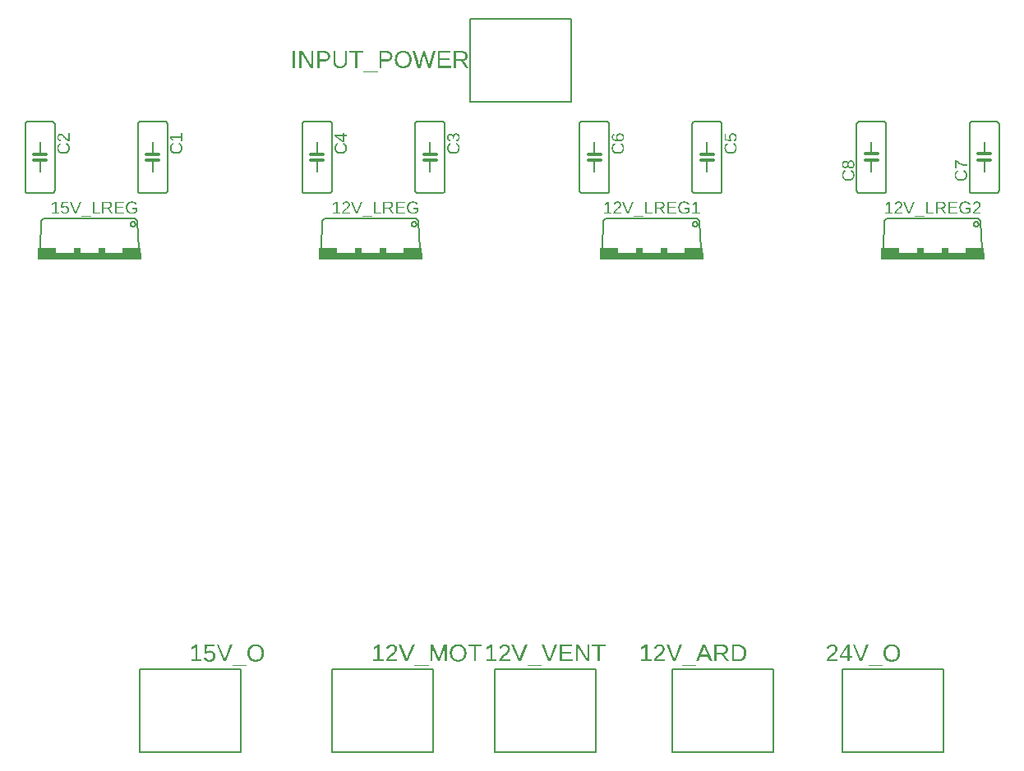
<source format=gbr>
G04 EAGLE Gerber RS-274X export*
G75*
%MOMM*%
%FSLAX34Y34*%
%LPD*%
%INSilkscreen Top*%
%IPPOS*%
%AMOC8*
5,1,8,0,0,1.08239X$1,22.5*%
G01*
G04 Define Apertures*
%ADD10C,0.127000*%
%ADD11R,10.668000X0.762000*%
%ADD12R,1.905000X0.508000*%
%ADD13R,0.762000X0.508000*%
%ADD14C,0.304800*%
%ADD15C,0.152400*%
G36*
X434152Y535432D02*
X432479Y535432D01*
X432479Y547773D01*
X438286Y547773D01*
X438793Y547758D01*
X439269Y547714D01*
X439716Y547642D01*
X440133Y547540D01*
X440521Y547408D01*
X440879Y547248D01*
X441207Y547059D01*
X441505Y546840D01*
X441771Y546595D01*
X442001Y546328D01*
X442196Y546038D01*
X442356Y545724D01*
X442480Y545388D01*
X442568Y545029D01*
X442622Y544648D01*
X442639Y544243D01*
X442627Y543906D01*
X442589Y543583D01*
X442527Y543273D01*
X442439Y542977D01*
X442326Y542695D01*
X442188Y542427D01*
X442026Y542172D01*
X441838Y541931D01*
X441628Y541707D01*
X441399Y541506D01*
X441151Y541325D01*
X441040Y541259D01*
X440884Y541167D01*
X440598Y541030D01*
X440293Y540914D01*
X439969Y540821D01*
X439626Y540748D01*
X441118Y538485D01*
X443130Y535432D01*
X441203Y535432D01*
X437997Y540556D01*
X434152Y540556D01*
X434152Y535432D01*
G37*
%LPC*%
G36*
X438190Y541878D02*
X438511Y541888D01*
X438814Y541917D01*
X439097Y541965D01*
X439362Y542033D01*
X439609Y542119D01*
X439836Y542226D01*
X440045Y542351D01*
X440235Y542496D01*
X440404Y542658D01*
X440551Y542835D01*
X440675Y543028D01*
X440777Y543237D01*
X440856Y543461D01*
X440912Y543700D01*
X440946Y543955D01*
X440958Y544226D01*
X440946Y544487D01*
X440912Y544732D01*
X440855Y544962D01*
X440775Y545175D01*
X440672Y545372D01*
X440546Y545553D01*
X440398Y545719D01*
X440226Y545868D01*
X440033Y546000D01*
X439820Y546115D01*
X439587Y546212D01*
X439334Y546292D01*
X439061Y546353D01*
X438767Y546397D01*
X438454Y546424D01*
X438120Y546433D01*
X434152Y546433D01*
X434152Y541878D01*
X438190Y541878D01*
G37*
%LPD*%
G36*
X463066Y535257D02*
X462591Y535269D01*
X462132Y535305D01*
X461690Y535365D01*
X461264Y535450D01*
X460855Y535558D01*
X460463Y535690D01*
X460088Y535847D01*
X459729Y536028D01*
X459389Y536231D01*
X459070Y536455D01*
X458771Y536701D01*
X458493Y536968D01*
X458236Y537256D01*
X457999Y537566D01*
X457783Y537896D01*
X457588Y538248D01*
X457414Y538618D01*
X457264Y539005D01*
X457137Y539407D01*
X457033Y539826D01*
X456952Y540260D01*
X456894Y540710D01*
X456859Y541177D01*
X456848Y541659D01*
X456854Y542030D01*
X456873Y542389D01*
X456904Y542738D01*
X456948Y543077D01*
X457005Y543404D01*
X457074Y543722D01*
X457156Y544028D01*
X457250Y544324D01*
X457357Y544609D01*
X457477Y544884D01*
X457609Y545148D01*
X457754Y545402D01*
X457911Y545645D01*
X458081Y545877D01*
X458459Y546310D01*
X458882Y546696D01*
X459109Y546870D01*
X459346Y547031D01*
X459594Y547178D01*
X459851Y547314D01*
X460119Y547436D01*
X460397Y547545D01*
X460685Y547642D01*
X460983Y547725D01*
X461292Y547796D01*
X461611Y547854D01*
X461939Y547899D01*
X462279Y547931D01*
X462628Y547950D01*
X462987Y547957D01*
X463488Y547946D01*
X463964Y547913D01*
X464416Y547859D01*
X464844Y547784D01*
X465248Y547686D01*
X465628Y547568D01*
X465984Y547427D01*
X466316Y547265D01*
X466626Y547079D01*
X466918Y546867D01*
X467192Y546629D01*
X467448Y546365D01*
X467685Y546075D01*
X467904Y545759D01*
X468104Y545417D01*
X468286Y545049D01*
X466692Y544576D01*
X466555Y544830D01*
X466405Y545066D01*
X466242Y545284D01*
X466067Y545485D01*
X465880Y545667D01*
X465680Y545832D01*
X465467Y545979D01*
X465243Y546109D01*
X465005Y546222D01*
X464752Y546319D01*
X464486Y546402D01*
X464206Y546470D01*
X463911Y546523D01*
X463603Y546560D01*
X463280Y546583D01*
X462944Y546590D01*
X462425Y546570D01*
X461938Y546510D01*
X461482Y546409D01*
X461058Y546267D01*
X460666Y546086D01*
X460304Y545864D01*
X459975Y545601D01*
X459677Y545299D01*
X459412Y544959D01*
X459182Y544587D01*
X458988Y544181D01*
X458829Y543743D01*
X458706Y543271D01*
X458617Y542767D01*
X458564Y542230D01*
X458547Y541659D01*
X458565Y541090D01*
X458622Y540552D01*
X458715Y540044D01*
X458847Y539567D01*
X459015Y539121D01*
X459222Y538706D01*
X459465Y538321D01*
X459747Y537968D01*
X460061Y537650D01*
X460404Y537376D01*
X460776Y537143D01*
X461176Y536953D01*
X461606Y536805D01*
X462064Y536699D01*
X462551Y536636D01*
X463066Y536614D01*
X463660Y536637D01*
X464234Y536706D01*
X464788Y536821D01*
X465321Y536982D01*
X465820Y537183D01*
X466268Y537416D01*
X466667Y537682D01*
X467016Y537981D01*
X467016Y540205D01*
X463329Y540205D01*
X463329Y541607D01*
X468558Y541607D01*
X468558Y537350D01*
X468306Y537108D01*
X468040Y536879D01*
X467760Y536665D01*
X467466Y536464D01*
X467159Y536278D01*
X466838Y536106D01*
X466502Y535948D01*
X466154Y535804D01*
X465794Y535676D01*
X465427Y535565D01*
X465052Y535471D01*
X464670Y535394D01*
X464280Y535334D01*
X463883Y535291D01*
X463478Y535265D01*
X463066Y535257D01*
G37*
G36*
X455170Y535432D02*
X445448Y535432D01*
X445448Y547773D01*
X454811Y547773D01*
X454811Y546406D01*
X447121Y546406D01*
X447121Y542448D01*
X454285Y542448D01*
X454285Y541099D01*
X447121Y541099D01*
X447121Y536798D01*
X455170Y536798D01*
X455170Y535432D01*
G37*
G36*
X405951Y535432D02*
X404217Y535432D01*
X399181Y547773D01*
X400941Y547773D01*
X404357Y539084D01*
X405093Y536903D01*
X405828Y539084D01*
X409227Y547773D01*
X410987Y547773D01*
X405951Y535432D01*
G37*
G36*
X398207Y535432D02*
X390035Y535432D01*
X390035Y536544D01*
X390271Y537042D01*
X390531Y537509D01*
X390816Y537946D01*
X391126Y538353D01*
X391451Y538736D01*
X391786Y539100D01*
X392128Y539445D01*
X392479Y539772D01*
X393185Y540384D01*
X393884Y540950D01*
X394547Y541493D01*
X395141Y542036D01*
X395408Y542311D01*
X395648Y542592D01*
X395861Y542880D01*
X396048Y543175D01*
X396199Y543482D01*
X396307Y543810D01*
X396372Y544157D01*
X396394Y544523D01*
X396384Y544770D01*
X396357Y545003D01*
X396310Y545221D01*
X396245Y545425D01*
X396161Y545615D01*
X396059Y545791D01*
X395938Y545953D01*
X395798Y546100D01*
X395642Y546231D01*
X395471Y546345D01*
X395286Y546441D01*
X395087Y546520D01*
X394872Y546582D01*
X394644Y546625D01*
X394401Y546652D01*
X394143Y546660D01*
X393897Y546652D01*
X393661Y546626D01*
X393437Y546583D01*
X393224Y546524D01*
X393022Y546447D01*
X392832Y546353D01*
X392652Y546241D01*
X392483Y546113D01*
X392328Y545969D01*
X392190Y545812D01*
X392069Y545640D01*
X391965Y545455D01*
X391878Y545256D01*
X391807Y545043D01*
X391754Y544816D01*
X391717Y544576D01*
X390105Y544725D01*
X390163Y545085D01*
X390249Y545427D01*
X390364Y545750D01*
X390507Y546054D01*
X390678Y546339D01*
X390878Y546605D01*
X391106Y546852D01*
X391362Y547081D01*
X391642Y547286D01*
X391941Y547464D01*
X392260Y547615D01*
X392598Y547738D01*
X392955Y547834D01*
X393332Y547902D01*
X393728Y547943D01*
X394143Y547957D01*
X394596Y547943D01*
X395022Y547902D01*
X395421Y547833D01*
X395793Y547737D01*
X396138Y547613D01*
X396456Y547462D01*
X396747Y547283D01*
X397011Y547076D01*
X397246Y546845D01*
X397450Y546590D01*
X397622Y546312D01*
X397763Y546011D01*
X397873Y545687D01*
X397951Y545340D01*
X397998Y544969D01*
X398014Y544576D01*
X397994Y544217D01*
X397932Y543860D01*
X397829Y543504D01*
X397686Y543148D01*
X397501Y542794D01*
X397277Y542439D01*
X397013Y542084D01*
X396709Y541729D01*
X396311Y541326D01*
X395765Y540825D01*
X395072Y540227D01*
X394230Y539531D01*
X393753Y539129D01*
X393326Y538748D01*
X392951Y538387D01*
X392628Y538046D01*
X392351Y537719D01*
X392115Y537397D01*
X391921Y537082D01*
X391769Y536772D01*
X398207Y536772D01*
X398207Y535432D01*
G37*
G36*
X388264Y535432D02*
X380531Y535432D01*
X380531Y536772D01*
X383675Y536772D01*
X383675Y546266D01*
X380890Y544278D01*
X380890Y545767D01*
X383806Y547773D01*
X385260Y547773D01*
X385260Y536772D01*
X388264Y536772D01*
X388264Y535432D01*
G37*
G36*
X430420Y535432D02*
X422511Y535432D01*
X422511Y547773D01*
X424184Y547773D01*
X424184Y536798D01*
X430420Y536798D01*
X430420Y535432D01*
G37*
G36*
X421248Y531867D02*
X410799Y531867D01*
X410799Y533006D01*
X421248Y533006D01*
X421248Y531867D01*
G37*
G36*
X713737Y535432D02*
X712064Y535432D01*
X712064Y547773D01*
X717871Y547773D01*
X718377Y547758D01*
X718854Y547714D01*
X719300Y547642D01*
X719718Y547540D01*
X720105Y547408D01*
X720463Y547248D01*
X720791Y547059D01*
X721089Y546840D01*
X721355Y546595D01*
X721586Y546328D01*
X721781Y546038D01*
X721940Y545724D01*
X722064Y545388D01*
X722153Y545029D01*
X722206Y544648D01*
X722224Y544243D01*
X722211Y543906D01*
X722174Y543583D01*
X722111Y543273D01*
X722023Y542977D01*
X721911Y542695D01*
X721773Y542427D01*
X721610Y542172D01*
X721422Y541931D01*
X721212Y541707D01*
X720984Y541506D01*
X720736Y541325D01*
X720625Y541259D01*
X720469Y541167D01*
X720183Y541030D01*
X719878Y540914D01*
X719554Y540821D01*
X719211Y540748D01*
X720702Y538485D01*
X722714Y535432D01*
X720787Y535432D01*
X717582Y540556D01*
X713737Y540556D01*
X713737Y535432D01*
G37*
%LPC*%
G36*
X717774Y541878D02*
X718096Y541888D01*
X718398Y541917D01*
X718682Y541965D01*
X718947Y542033D01*
X719193Y542119D01*
X719421Y542226D01*
X719629Y542351D01*
X719819Y542496D01*
X719989Y542658D01*
X720136Y542835D01*
X720260Y543028D01*
X720361Y543237D01*
X720440Y543461D01*
X720497Y543700D01*
X720531Y543955D01*
X720542Y544226D01*
X720531Y544487D01*
X720496Y544732D01*
X720439Y544962D01*
X720359Y545175D01*
X720256Y545372D01*
X720131Y545553D01*
X719982Y545719D01*
X719811Y545868D01*
X719618Y546000D01*
X719405Y546115D01*
X719172Y546212D01*
X718918Y546292D01*
X718645Y546353D01*
X718352Y546397D01*
X718038Y546424D01*
X717704Y546433D01*
X713737Y546433D01*
X713737Y541878D01*
X717774Y541878D01*
G37*
%LPD*%
G36*
X742651Y535257D02*
X742175Y535269D01*
X741716Y535305D01*
X741274Y535365D01*
X740848Y535450D01*
X740440Y535558D01*
X740048Y535690D01*
X739672Y535847D01*
X739314Y536028D01*
X738974Y536231D01*
X738654Y536455D01*
X738356Y536701D01*
X738077Y536968D01*
X737820Y537256D01*
X737583Y537566D01*
X737367Y537896D01*
X737172Y538248D01*
X736999Y538618D01*
X736848Y539005D01*
X736721Y539407D01*
X736617Y539826D01*
X736536Y540260D01*
X736478Y540710D01*
X736444Y541177D01*
X736432Y541659D01*
X736438Y542030D01*
X736457Y542389D01*
X736489Y542738D01*
X736533Y543077D01*
X736589Y543404D01*
X736659Y543722D01*
X736740Y544028D01*
X736835Y544324D01*
X736942Y544609D01*
X737061Y544884D01*
X737194Y545148D01*
X737338Y545402D01*
X737496Y545645D01*
X737666Y545877D01*
X738044Y546310D01*
X738467Y546696D01*
X738694Y546870D01*
X738931Y547031D01*
X739178Y547178D01*
X739436Y547314D01*
X739703Y547436D01*
X739981Y547545D01*
X740269Y547642D01*
X740568Y547725D01*
X740876Y547796D01*
X741195Y547854D01*
X741524Y547899D01*
X741863Y547931D01*
X742212Y547950D01*
X742572Y547957D01*
X743072Y547946D01*
X743548Y547913D01*
X744000Y547859D01*
X744429Y547784D01*
X744833Y547686D01*
X745212Y547568D01*
X745568Y547427D01*
X745900Y547265D01*
X746210Y547079D01*
X746503Y546867D01*
X746776Y546629D01*
X747032Y546365D01*
X747269Y546075D01*
X747488Y545759D01*
X747688Y545417D01*
X747871Y545049D01*
X746277Y544576D01*
X746139Y544830D01*
X745989Y545066D01*
X745826Y545284D01*
X745651Y545485D01*
X745464Y545667D01*
X745264Y545832D01*
X745052Y545979D01*
X744827Y546109D01*
X744589Y546222D01*
X744337Y546319D01*
X744071Y546402D01*
X743790Y546470D01*
X743496Y546523D01*
X743187Y546560D01*
X742865Y546583D01*
X742528Y546590D01*
X742009Y546570D01*
X741522Y546510D01*
X741067Y546409D01*
X740643Y546267D01*
X740250Y546086D01*
X739889Y545864D01*
X739559Y545601D01*
X739261Y545299D01*
X738996Y544959D01*
X738767Y544587D01*
X738572Y544181D01*
X738414Y543743D01*
X738290Y543271D01*
X738202Y542767D01*
X738149Y542230D01*
X738131Y541659D01*
X738150Y541090D01*
X738206Y540552D01*
X738300Y540044D01*
X738431Y539567D01*
X738600Y539121D01*
X738806Y538706D01*
X739050Y538321D01*
X739331Y537968D01*
X739645Y537650D01*
X739988Y537376D01*
X740360Y537143D01*
X740761Y536953D01*
X741190Y536805D01*
X741648Y536699D01*
X742135Y536636D01*
X742651Y536614D01*
X743245Y536637D01*
X743819Y536706D01*
X744372Y536821D01*
X744906Y536982D01*
X745404Y537183D01*
X745853Y537416D01*
X746252Y537682D01*
X746601Y537981D01*
X746601Y540205D01*
X742913Y540205D01*
X742913Y541607D01*
X748142Y541607D01*
X748142Y537350D01*
X747890Y537108D01*
X747624Y536879D01*
X747344Y536665D01*
X747051Y536464D01*
X746743Y536278D01*
X746422Y536106D01*
X746087Y535948D01*
X745738Y535804D01*
X745378Y535676D01*
X745011Y535565D01*
X744637Y535471D01*
X744254Y535394D01*
X743865Y535334D01*
X743468Y535291D01*
X743063Y535265D01*
X742651Y535257D01*
G37*
G36*
X734755Y535432D02*
X725033Y535432D01*
X725033Y547773D01*
X734395Y547773D01*
X734395Y546406D01*
X726705Y546406D01*
X726705Y542448D01*
X733870Y542448D01*
X733870Y541099D01*
X726705Y541099D01*
X726705Y536798D01*
X734755Y536798D01*
X734755Y535432D01*
G37*
G36*
X685535Y535432D02*
X683801Y535432D01*
X678765Y547773D01*
X680525Y547773D01*
X683941Y539084D01*
X684677Y536903D01*
X685413Y539084D01*
X688811Y547773D01*
X690571Y547773D01*
X685535Y535432D01*
G37*
G36*
X677791Y535432D02*
X669619Y535432D01*
X669619Y536544D01*
X669855Y537042D01*
X670115Y537509D01*
X670400Y537946D01*
X670710Y538353D01*
X671036Y538736D01*
X671370Y539100D01*
X671712Y539445D01*
X672063Y539772D01*
X672769Y540384D01*
X673469Y540950D01*
X674131Y541493D01*
X674726Y542036D01*
X674993Y542311D01*
X675233Y542592D01*
X675446Y542880D01*
X675632Y543175D01*
X675784Y543482D01*
X675892Y543810D01*
X675957Y544157D01*
X675978Y544523D01*
X675969Y544770D01*
X675941Y545003D01*
X675894Y545221D01*
X675829Y545425D01*
X675746Y545615D01*
X675643Y545791D01*
X675522Y545953D01*
X675383Y546100D01*
X675226Y546231D01*
X675056Y546345D01*
X674871Y546441D01*
X674671Y546520D01*
X674457Y546582D01*
X674228Y546625D01*
X673985Y546652D01*
X673727Y546660D01*
X673481Y546652D01*
X673246Y546626D01*
X673022Y546583D01*
X672809Y546524D01*
X672607Y546447D01*
X672416Y546353D01*
X672236Y546241D01*
X672067Y546113D01*
X671913Y545969D01*
X671775Y545812D01*
X671654Y545640D01*
X671550Y545455D01*
X671462Y545256D01*
X671392Y545043D01*
X671338Y544816D01*
X671301Y544576D01*
X669690Y544725D01*
X669747Y545085D01*
X669834Y545427D01*
X669948Y545750D01*
X670091Y546054D01*
X670263Y546339D01*
X670462Y546605D01*
X670690Y546852D01*
X670946Y547081D01*
X671226Y547286D01*
X671526Y547464D01*
X671844Y547615D01*
X672182Y547738D01*
X672540Y547834D01*
X672916Y547902D01*
X673312Y547943D01*
X673727Y547957D01*
X674180Y547943D01*
X674606Y547902D01*
X675005Y547833D01*
X675377Y547737D01*
X675722Y547613D01*
X676040Y547462D01*
X676331Y547283D01*
X676596Y547076D01*
X676831Y546845D01*
X677034Y546590D01*
X677207Y546312D01*
X677348Y546011D01*
X677457Y545687D01*
X677536Y545340D01*
X677583Y544969D01*
X677599Y544576D01*
X677578Y544217D01*
X677516Y543860D01*
X677414Y543504D01*
X677270Y543148D01*
X677086Y542794D01*
X676862Y542439D01*
X676598Y542084D01*
X676293Y541729D01*
X675896Y541326D01*
X675350Y540825D01*
X674656Y540227D01*
X673815Y539531D01*
X673337Y539129D01*
X672910Y538748D01*
X672536Y538387D01*
X672212Y538046D01*
X671935Y537719D01*
X671700Y537397D01*
X671506Y537082D01*
X671354Y536772D01*
X677791Y536772D01*
X677791Y535432D01*
G37*
G36*
X667849Y535432D02*
X660115Y535432D01*
X660115Y536772D01*
X663259Y536772D01*
X663259Y546266D01*
X660474Y544278D01*
X660474Y545767D01*
X663391Y547773D01*
X664845Y547773D01*
X664845Y536772D01*
X667849Y536772D01*
X667849Y535432D01*
G37*
G36*
X758567Y535432D02*
X750834Y535432D01*
X750834Y536772D01*
X753978Y536772D01*
X753978Y546266D01*
X751193Y544278D01*
X751193Y545767D01*
X754109Y547773D01*
X755563Y547773D01*
X755563Y536772D01*
X758567Y536772D01*
X758567Y535432D01*
G37*
G36*
X710004Y535432D02*
X702095Y535432D01*
X702095Y547773D01*
X703768Y547773D01*
X703768Y536798D01*
X710004Y536798D01*
X710004Y535432D01*
G37*
G36*
X700832Y531867D02*
X690383Y531867D01*
X690383Y533006D01*
X700832Y533006D01*
X700832Y531867D01*
G37*
G36*
X144592Y535432D02*
X142919Y535432D01*
X142919Y547773D01*
X148726Y547773D01*
X149233Y547758D01*
X149709Y547714D01*
X150156Y547642D01*
X150573Y547540D01*
X150961Y547408D01*
X151319Y547248D01*
X151647Y547059D01*
X151945Y546840D01*
X152211Y546595D01*
X152441Y546328D01*
X152636Y546038D01*
X152796Y545724D01*
X152920Y545388D01*
X153008Y545029D01*
X153062Y544648D01*
X153079Y544243D01*
X153067Y543906D01*
X153029Y543583D01*
X152967Y543273D01*
X152879Y542977D01*
X152766Y542695D01*
X152628Y542427D01*
X152466Y542172D01*
X152278Y541931D01*
X152068Y541707D01*
X151839Y541506D01*
X151591Y541325D01*
X151480Y541259D01*
X151324Y541167D01*
X151038Y541030D01*
X150733Y540914D01*
X150409Y540821D01*
X150066Y540748D01*
X151558Y538485D01*
X153570Y535432D01*
X151643Y535432D01*
X148437Y540556D01*
X144592Y540556D01*
X144592Y535432D01*
G37*
%LPC*%
G36*
X148630Y541878D02*
X148951Y541888D01*
X149254Y541917D01*
X149537Y541965D01*
X149802Y542033D01*
X150049Y542119D01*
X150276Y542226D01*
X150485Y542351D01*
X150675Y542496D01*
X150844Y542658D01*
X150991Y542835D01*
X151115Y543028D01*
X151217Y543237D01*
X151296Y543461D01*
X151352Y543700D01*
X151386Y543955D01*
X151398Y544226D01*
X151386Y544487D01*
X151352Y544732D01*
X151295Y544962D01*
X151215Y545175D01*
X151112Y545372D01*
X150986Y545553D01*
X150838Y545719D01*
X150666Y545868D01*
X150473Y546000D01*
X150260Y546115D01*
X150027Y546212D01*
X149774Y546292D01*
X149501Y546353D01*
X149207Y546397D01*
X148894Y546424D01*
X148560Y546433D01*
X144592Y546433D01*
X144592Y541878D01*
X148630Y541878D01*
G37*
%LPD*%
G36*
X173506Y535257D02*
X173031Y535269D01*
X172572Y535305D01*
X172130Y535365D01*
X171704Y535450D01*
X171295Y535558D01*
X170903Y535690D01*
X170528Y535847D01*
X170169Y536028D01*
X169829Y536231D01*
X169510Y536455D01*
X169211Y536701D01*
X168933Y536968D01*
X168676Y537256D01*
X168439Y537566D01*
X168223Y537896D01*
X168028Y538248D01*
X167854Y538618D01*
X167704Y539005D01*
X167577Y539407D01*
X167473Y539826D01*
X167392Y540260D01*
X167334Y540710D01*
X167299Y541177D01*
X167288Y541659D01*
X167294Y542030D01*
X167313Y542389D01*
X167344Y542738D01*
X167388Y543077D01*
X167445Y543404D01*
X167514Y543722D01*
X167596Y544028D01*
X167690Y544324D01*
X167797Y544609D01*
X167917Y544884D01*
X168049Y545148D01*
X168194Y545402D01*
X168351Y545645D01*
X168521Y545877D01*
X168899Y546310D01*
X169322Y546696D01*
X169549Y546870D01*
X169786Y547031D01*
X170034Y547178D01*
X170291Y547314D01*
X170559Y547436D01*
X170837Y547545D01*
X171125Y547642D01*
X171423Y547725D01*
X171732Y547796D01*
X172051Y547854D01*
X172379Y547899D01*
X172719Y547931D01*
X173068Y547950D01*
X173427Y547957D01*
X173928Y547946D01*
X174404Y547913D01*
X174856Y547859D01*
X175284Y547784D01*
X175688Y547686D01*
X176068Y547568D01*
X176424Y547427D01*
X176756Y547265D01*
X177066Y547079D01*
X177358Y546867D01*
X177632Y546629D01*
X177888Y546365D01*
X178125Y546075D01*
X178344Y545759D01*
X178544Y545417D01*
X178726Y545049D01*
X177132Y544576D01*
X176995Y544830D01*
X176845Y545066D01*
X176682Y545284D01*
X176507Y545485D01*
X176320Y545667D01*
X176120Y545832D01*
X175907Y545979D01*
X175683Y546109D01*
X175445Y546222D01*
X175192Y546319D01*
X174926Y546402D01*
X174646Y546470D01*
X174351Y546523D01*
X174043Y546560D01*
X173720Y546583D01*
X173384Y546590D01*
X172865Y546570D01*
X172378Y546510D01*
X171922Y546409D01*
X171498Y546267D01*
X171106Y546086D01*
X170744Y545864D01*
X170415Y545601D01*
X170117Y545299D01*
X169852Y544959D01*
X169622Y544587D01*
X169428Y544181D01*
X169269Y543743D01*
X169146Y543271D01*
X169057Y542767D01*
X169004Y542230D01*
X168987Y541659D01*
X169005Y541090D01*
X169062Y540552D01*
X169155Y540044D01*
X169287Y539567D01*
X169455Y539121D01*
X169662Y538706D01*
X169905Y538321D01*
X170187Y537968D01*
X170501Y537650D01*
X170844Y537376D01*
X171216Y537143D01*
X171616Y536953D01*
X172046Y536805D01*
X172504Y536699D01*
X172991Y536636D01*
X173506Y536614D01*
X174100Y536637D01*
X174674Y536706D01*
X175228Y536821D01*
X175761Y536982D01*
X176260Y537183D01*
X176708Y537416D01*
X177107Y537682D01*
X177456Y537981D01*
X177456Y540205D01*
X173769Y540205D01*
X173769Y541607D01*
X178998Y541607D01*
X178998Y537350D01*
X178746Y537108D01*
X178480Y536879D01*
X178200Y536665D01*
X177906Y536464D01*
X177599Y536278D01*
X177278Y536106D01*
X176942Y535948D01*
X176594Y535804D01*
X176234Y535676D01*
X175867Y535565D01*
X175492Y535471D01*
X175110Y535394D01*
X174720Y535334D01*
X174323Y535291D01*
X173918Y535265D01*
X173506Y535257D01*
G37*
G36*
X165610Y535432D02*
X155888Y535432D01*
X155888Y547773D01*
X165251Y547773D01*
X165251Y546406D01*
X157561Y546406D01*
X157561Y542448D01*
X164725Y542448D01*
X164725Y541099D01*
X157561Y541099D01*
X157561Y536798D01*
X165610Y536798D01*
X165610Y535432D01*
G37*
G36*
X104416Y535257D02*
X103995Y535269D01*
X103595Y535304D01*
X103216Y535363D01*
X102857Y535445D01*
X102520Y535551D01*
X102203Y535681D01*
X101907Y535834D01*
X101631Y536010D01*
X101378Y536209D01*
X101150Y536429D01*
X100946Y536670D01*
X100766Y536932D01*
X100611Y537215D01*
X100480Y537519D01*
X100373Y537845D01*
X100291Y538191D01*
X101885Y538375D01*
X101954Y538153D01*
X102034Y537946D01*
X102128Y537753D01*
X102233Y537574D01*
X102350Y537410D01*
X102480Y537259D01*
X102622Y537124D01*
X102776Y537002D01*
X102943Y536895D01*
X103122Y536802D01*
X103313Y536723D01*
X103516Y536659D01*
X103731Y536609D01*
X103959Y536573D01*
X104199Y536551D01*
X104451Y536544D01*
X104760Y536556D01*
X105052Y536592D01*
X105326Y536652D01*
X105583Y536736D01*
X105823Y536844D01*
X106046Y536975D01*
X106251Y537131D01*
X106440Y537311D01*
X106608Y537511D01*
X106754Y537730D01*
X106877Y537966D01*
X106978Y538221D01*
X107057Y538493D01*
X107113Y538783D01*
X107147Y539091D01*
X107158Y539417D01*
X107147Y539701D01*
X107113Y539972D01*
X107056Y540228D01*
X106977Y540470D01*
X106876Y540699D01*
X106751Y540913D01*
X106605Y541114D01*
X106435Y541300D01*
X106247Y541469D01*
X106042Y541614D01*
X105823Y541738D01*
X105587Y541839D01*
X105335Y541917D01*
X105068Y541974D01*
X104785Y542007D01*
X104486Y542018D01*
X104172Y542006D01*
X103869Y541968D01*
X103577Y541905D01*
X103295Y541817D01*
X103019Y541699D01*
X102744Y541545D01*
X102468Y541357D01*
X102192Y541134D01*
X100650Y541134D01*
X101062Y547773D01*
X108077Y547773D01*
X108077Y546433D01*
X102498Y546433D01*
X102262Y542518D01*
X102526Y542702D01*
X102805Y542863D01*
X103101Y542998D01*
X103411Y543109D01*
X103738Y543195D01*
X104080Y543257D01*
X104437Y543294D01*
X104811Y543306D01*
X105254Y543289D01*
X105675Y543239D01*
X106073Y543156D01*
X106447Y543039D01*
X106799Y542889D01*
X107127Y542705D01*
X107432Y542488D01*
X107714Y542237D01*
X107968Y541960D01*
X108187Y541663D01*
X108373Y541345D01*
X108525Y541007D01*
X108644Y540649D01*
X108728Y540270D01*
X108779Y539871D01*
X108796Y539452D01*
X108778Y538977D01*
X108723Y538528D01*
X108632Y538104D01*
X108506Y537707D01*
X108342Y537336D01*
X108143Y536990D01*
X107907Y536671D01*
X107635Y536378D01*
X107331Y536115D01*
X106999Y535887D01*
X106639Y535695D01*
X106250Y535537D01*
X105834Y535415D01*
X105389Y535327D01*
X104917Y535274D01*
X104416Y535257D01*
G37*
G36*
X116391Y535432D02*
X114657Y535432D01*
X109621Y547773D01*
X111381Y547773D01*
X114797Y539084D01*
X115533Y536903D01*
X116268Y539084D01*
X119667Y547773D01*
X121427Y547773D01*
X116391Y535432D01*
G37*
G36*
X98704Y535432D02*
X90971Y535432D01*
X90971Y536772D01*
X94115Y536772D01*
X94115Y546266D01*
X91330Y544278D01*
X91330Y545767D01*
X94246Y547773D01*
X95700Y547773D01*
X95700Y536772D01*
X98704Y536772D01*
X98704Y535432D01*
G37*
G36*
X140860Y535432D02*
X132951Y535432D01*
X132951Y547773D01*
X134624Y547773D01*
X134624Y536798D01*
X140860Y536798D01*
X140860Y535432D01*
G37*
G36*
X131688Y531867D02*
X121239Y531867D01*
X121239Y533006D01*
X131688Y533006D01*
X131688Y531867D01*
G37*
G36*
X790244Y597016D02*
X789880Y597022D01*
X789526Y597041D01*
X789182Y597072D01*
X788848Y597116D01*
X788524Y597172D01*
X788210Y597240D01*
X787906Y597321D01*
X787612Y597415D01*
X787328Y597520D01*
X787054Y597639D01*
X786536Y597913D01*
X786058Y598236D01*
X785620Y598610D01*
X785228Y599028D01*
X784888Y599484D01*
X784737Y599726D01*
X784600Y599978D01*
X784476Y600240D01*
X784365Y600511D01*
X784267Y600791D01*
X784182Y601082D01*
X784110Y601381D01*
X784051Y601691D01*
X784006Y602010D01*
X783973Y602338D01*
X783953Y602677D01*
X783947Y603024D01*
X783959Y603507D01*
X783995Y603969D01*
X784055Y604411D01*
X784139Y604833D01*
X784248Y605235D01*
X784380Y605616D01*
X784537Y605977D01*
X784717Y606318D01*
X784922Y606637D01*
X785149Y606935D01*
X785400Y607211D01*
X785674Y607465D01*
X785972Y607697D01*
X786292Y607907D01*
X786636Y608096D01*
X787003Y608262D01*
X787529Y606677D01*
X787268Y606561D01*
X787022Y606430D01*
X786792Y606282D01*
X786579Y606117D01*
X786381Y605937D01*
X786199Y605740D01*
X786033Y605527D01*
X785882Y605297D01*
X785749Y605054D01*
X785633Y604800D01*
X785535Y604535D01*
X785455Y604258D01*
X785393Y603971D01*
X785349Y603672D01*
X785322Y603363D01*
X785313Y603042D01*
X785334Y602544D01*
X785395Y602074D01*
X785498Y601633D01*
X785643Y601220D01*
X785828Y600836D01*
X786055Y600480D01*
X786322Y600153D01*
X786631Y599854D01*
X786976Y599587D01*
X787351Y599356D01*
X787757Y599160D01*
X788194Y599000D01*
X788660Y598875D01*
X789158Y598786D01*
X789686Y598733D01*
X790244Y598715D01*
X790797Y598734D01*
X791323Y598789D01*
X791820Y598882D01*
X792290Y599012D01*
X792732Y599179D01*
X793147Y599383D01*
X793533Y599624D01*
X793892Y599902D01*
X794215Y600212D01*
X794496Y600548D01*
X794733Y600910D01*
X794927Y601298D01*
X795078Y601712D01*
X795185Y602153D01*
X795250Y602619D01*
X795272Y603112D01*
X795261Y603431D01*
X795231Y603740D01*
X795181Y604039D01*
X795111Y604328D01*
X795021Y604607D01*
X794911Y604875D01*
X794780Y605134D01*
X794630Y605383D01*
X794460Y605621D01*
X794269Y605850D01*
X794059Y606068D01*
X793828Y606277D01*
X793577Y606475D01*
X793307Y606663D01*
X793016Y606841D01*
X792705Y607010D01*
X793388Y608376D01*
X793775Y608176D01*
X794138Y607956D01*
X794477Y607718D01*
X794792Y607459D01*
X795083Y607182D01*
X795351Y606886D01*
X795595Y606570D01*
X795815Y606234D01*
X796010Y605883D01*
X796179Y605517D01*
X796322Y605138D01*
X796439Y604744D01*
X796530Y604337D01*
X796595Y603916D01*
X796634Y603482D01*
X796647Y603033D01*
X796634Y602575D01*
X796598Y602132D01*
X796538Y601705D01*
X796453Y601293D01*
X796344Y600898D01*
X796211Y600518D01*
X796053Y600154D01*
X795871Y599806D01*
X795667Y599475D01*
X795442Y599165D01*
X795197Y598875D01*
X794930Y598606D01*
X794643Y598356D01*
X794334Y598127D01*
X794005Y597918D01*
X793656Y597730D01*
X793287Y597563D01*
X792902Y597418D01*
X792500Y597295D01*
X792082Y597194D01*
X791648Y597116D01*
X791196Y597061D01*
X790729Y597027D01*
X790244Y597016D01*
G37*
G36*
X793712Y609761D02*
X793529Y611355D01*
X793750Y611423D01*
X793958Y611504D01*
X794151Y611597D01*
X794329Y611702D01*
X794494Y611820D01*
X794644Y611950D01*
X794780Y612092D01*
X794901Y612246D01*
X795009Y612413D01*
X795102Y612591D01*
X795180Y612782D01*
X795245Y612986D01*
X795295Y613201D01*
X795331Y613429D01*
X795352Y613669D01*
X795359Y613921D01*
X795347Y614230D01*
X795311Y614522D01*
X795251Y614796D01*
X795168Y615053D01*
X795060Y615293D01*
X794928Y615516D01*
X794772Y615721D01*
X794593Y615909D01*
X794392Y616078D01*
X794174Y616224D01*
X793937Y616347D01*
X793683Y616448D01*
X793411Y616527D01*
X793120Y616583D01*
X792812Y616616D01*
X792486Y616628D01*
X792202Y616616D01*
X791932Y616582D01*
X791675Y616526D01*
X791433Y616447D01*
X791205Y616345D01*
X790990Y616221D01*
X790790Y616074D01*
X790603Y615905D01*
X790435Y615716D01*
X790289Y615512D01*
X790166Y615292D01*
X790065Y615056D01*
X789986Y614805D01*
X789930Y614538D01*
X789896Y614255D01*
X789885Y613956D01*
X789898Y613642D01*
X789935Y613339D01*
X789998Y613046D01*
X790086Y612765D01*
X790205Y612489D01*
X790358Y612213D01*
X790546Y611937D01*
X790770Y611661D01*
X790770Y610120D01*
X784131Y610532D01*
X784131Y617547D01*
X785471Y617547D01*
X785471Y611968D01*
X789386Y611731D01*
X789201Y611995D01*
X789041Y612275D01*
X788905Y612570D01*
X788795Y612881D01*
X788708Y613207D01*
X788647Y613549D01*
X788610Y613907D01*
X788598Y614280D01*
X788614Y614724D01*
X788664Y615145D01*
X788748Y615542D01*
X788865Y615917D01*
X789015Y616268D01*
X789199Y616597D01*
X789416Y616902D01*
X789666Y617184D01*
X789943Y617437D01*
X790241Y617657D01*
X790559Y617843D01*
X790897Y617995D01*
X791255Y618113D01*
X791633Y618198D01*
X792032Y618248D01*
X792451Y618265D01*
X792927Y618247D01*
X793376Y618193D01*
X793799Y618102D01*
X794196Y617975D01*
X794568Y617812D01*
X794913Y617613D01*
X795232Y617377D01*
X795526Y617105D01*
X795788Y616801D01*
X796016Y616469D01*
X796209Y616108D01*
X796366Y615720D01*
X796489Y615304D01*
X796577Y614859D01*
X796629Y614387D01*
X796647Y613886D01*
X796635Y613465D01*
X796599Y613065D01*
X796541Y612686D01*
X796458Y612327D01*
X796352Y611989D01*
X796223Y611672D01*
X796070Y611376D01*
X795893Y611101D01*
X795695Y610848D01*
X795475Y610620D01*
X795234Y610416D01*
X794972Y610236D01*
X794688Y610081D01*
X794384Y609950D01*
X794059Y609843D01*
X793712Y609761D01*
G37*
G36*
X674471Y609954D02*
X673693Y609971D01*
X672962Y610025D01*
X672277Y610115D01*
X671638Y610240D01*
X671046Y610402D01*
X670501Y610599D01*
X670002Y610832D01*
X669549Y611101D01*
X669147Y611403D01*
X668798Y611735D01*
X668503Y612098D01*
X668262Y612491D01*
X668074Y612915D01*
X668000Y613138D01*
X667940Y613369D01*
X667893Y613607D01*
X667859Y613853D01*
X667839Y614107D01*
X667832Y614368D01*
X667842Y614709D01*
X667872Y615034D01*
X667921Y615343D01*
X667990Y615636D01*
X668078Y615912D01*
X668186Y616173D01*
X668314Y616417D01*
X668461Y616645D01*
X668628Y616857D01*
X668814Y617053D01*
X669021Y617233D01*
X669246Y617396D01*
X669492Y617543D01*
X669757Y617675D01*
X670042Y617790D01*
X670346Y617889D01*
X670618Y616382D01*
X670265Y616249D01*
X669959Y616081D01*
X669700Y615879D01*
X669488Y615642D01*
X669323Y615371D01*
X669205Y615065D01*
X669135Y614725D01*
X669111Y614350D01*
X669131Y614023D01*
X669190Y613714D01*
X669288Y613424D01*
X669425Y613154D01*
X669602Y612902D01*
X669818Y612669D01*
X670073Y612456D01*
X670368Y612261D01*
X670700Y612088D01*
X671067Y611938D01*
X671469Y611810D01*
X671906Y611706D01*
X672379Y611625D01*
X672886Y611568D01*
X673429Y611533D01*
X674007Y611521D01*
X673633Y611758D01*
X673305Y612038D01*
X673026Y612362D01*
X672794Y612730D01*
X672612Y613134D01*
X672482Y613566D01*
X672437Y613793D01*
X672404Y614027D01*
X672385Y614268D01*
X672378Y614517D01*
X672395Y614933D01*
X672445Y615327D01*
X672528Y615699D01*
X672645Y616048D01*
X672796Y616376D01*
X672979Y616682D01*
X673196Y616966D01*
X673447Y617227D01*
X673725Y617463D01*
X674027Y617666D01*
X674352Y617839D01*
X674699Y617980D01*
X675070Y618089D01*
X675463Y618168D01*
X675880Y618215D01*
X676319Y618230D01*
X676795Y618214D01*
X677245Y618164D01*
X677669Y618081D01*
X678067Y617965D01*
X678439Y617816D01*
X678786Y617634D01*
X679107Y617419D01*
X679402Y617171D01*
X679667Y616893D01*
X679897Y616590D01*
X680091Y616262D01*
X680250Y615909D01*
X680373Y615531D01*
X680462Y615128D01*
X680515Y614699D01*
X680532Y614245D01*
X680526Y613988D01*
X680508Y613739D01*
X680435Y613264D01*
X680314Y612820D01*
X680145Y612406D01*
X679927Y612023D01*
X679660Y611670D01*
X679345Y611348D01*
X678982Y611057D01*
X678572Y610798D01*
X678119Y610574D01*
X677621Y610385D01*
X677079Y610229D01*
X676493Y610109D01*
X675863Y610022D01*
X675189Y609971D01*
X674471Y609954D01*
G37*
%LPC*%
G36*
X676013Y611679D02*
X676362Y611690D01*
X676694Y611723D01*
X677011Y611778D01*
X677311Y611855D01*
X677596Y611954D01*
X677864Y612076D01*
X678116Y612219D01*
X678351Y612384D01*
X678565Y612567D01*
X678750Y612761D01*
X678907Y612969D01*
X679035Y613189D01*
X679134Y613421D01*
X679205Y613666D01*
X679248Y613923D01*
X679262Y614193D01*
X679250Y614470D01*
X679214Y614731D01*
X679155Y614978D01*
X679071Y615209D01*
X678963Y615424D01*
X678831Y615625D01*
X678676Y615810D01*
X678496Y615979D01*
X678295Y616131D01*
X678077Y616263D01*
X677841Y616374D01*
X677586Y616465D01*
X677314Y616536D01*
X677024Y616587D01*
X676716Y616617D01*
X676390Y616628D01*
X676064Y616617D01*
X675758Y616586D01*
X675471Y616535D01*
X675203Y616463D01*
X674954Y616371D01*
X674724Y616258D01*
X674514Y616125D01*
X674323Y615971D01*
X674152Y615798D01*
X674004Y615610D01*
X673880Y615405D01*
X673777Y615185D01*
X673698Y614948D01*
X673641Y614695D01*
X673607Y614425D01*
X673596Y614140D01*
X673606Y613871D01*
X673636Y613615D01*
X673686Y613372D01*
X673756Y613143D01*
X673847Y612927D01*
X673958Y612724D01*
X674088Y612534D01*
X674239Y612358D01*
X674408Y612199D01*
X674592Y612061D01*
X674790Y611944D01*
X675005Y611849D01*
X675234Y611774D01*
X675478Y611721D01*
X675738Y611690D01*
X676013Y611679D01*
G37*
%LPD*%
G36*
X674130Y597016D02*
X673766Y597022D01*
X673412Y597041D01*
X673068Y597072D01*
X672734Y597116D01*
X672410Y597172D01*
X672096Y597240D01*
X671792Y597321D01*
X671498Y597415D01*
X671214Y597520D01*
X670940Y597639D01*
X670422Y597913D01*
X669944Y598236D01*
X669505Y598610D01*
X669113Y599028D01*
X668773Y599484D01*
X668623Y599726D01*
X668486Y599978D01*
X668362Y600240D01*
X668251Y600511D01*
X668153Y600791D01*
X668068Y601082D01*
X667996Y601381D01*
X667937Y601691D01*
X667891Y602010D01*
X667859Y602338D01*
X667839Y602677D01*
X667832Y603024D01*
X667844Y603507D01*
X667881Y603969D01*
X667941Y604411D01*
X668025Y604833D01*
X668134Y605235D01*
X668266Y605616D01*
X668423Y605977D01*
X668603Y606318D01*
X668808Y606637D01*
X669035Y606935D01*
X669286Y607211D01*
X669560Y607465D01*
X669857Y607697D01*
X670178Y607907D01*
X670522Y608096D01*
X670889Y608262D01*
X671415Y606677D01*
X671153Y606561D01*
X670908Y606430D01*
X670678Y606282D01*
X670464Y606117D01*
X670266Y605937D01*
X670084Y605740D01*
X669918Y605527D01*
X669768Y605297D01*
X669635Y605054D01*
X669519Y604800D01*
X669421Y604535D01*
X669341Y604258D01*
X669279Y603971D01*
X669234Y603672D01*
X669208Y603363D01*
X669199Y603042D01*
X669219Y602544D01*
X669281Y602074D01*
X669384Y601633D01*
X669528Y601220D01*
X669714Y600836D01*
X669940Y600480D01*
X670208Y600153D01*
X670517Y599854D01*
X670862Y599587D01*
X671237Y599356D01*
X671643Y599160D01*
X672079Y599000D01*
X672546Y598875D01*
X673043Y598786D01*
X673571Y598733D01*
X674130Y598715D01*
X674683Y598734D01*
X675209Y598789D01*
X675706Y598882D01*
X676176Y599012D01*
X676618Y599179D01*
X677032Y599383D01*
X677419Y599624D01*
X677778Y599902D01*
X678101Y600212D01*
X678381Y600548D01*
X678618Y600910D01*
X678812Y601298D01*
X678963Y601712D01*
X679071Y602153D01*
X679136Y602619D01*
X679157Y603112D01*
X679147Y603431D01*
X679117Y603740D01*
X679067Y604039D01*
X678997Y604328D01*
X678907Y604607D01*
X678796Y604875D01*
X678666Y605134D01*
X678516Y605383D01*
X678345Y605621D01*
X678155Y605850D01*
X677944Y606068D01*
X677714Y606277D01*
X677463Y606475D01*
X677192Y606663D01*
X676902Y606841D01*
X676591Y607010D01*
X677274Y608376D01*
X677661Y608176D01*
X678024Y607956D01*
X678363Y607718D01*
X678678Y607459D01*
X678969Y607182D01*
X679237Y606886D01*
X679480Y606570D01*
X679700Y606234D01*
X679895Y605883D01*
X680064Y605517D01*
X680207Y605138D01*
X680324Y604744D01*
X680415Y604337D01*
X680480Y603916D01*
X680519Y603482D01*
X680532Y603033D01*
X680520Y602575D01*
X680484Y602132D01*
X680423Y601705D01*
X680339Y601293D01*
X680230Y600898D01*
X680096Y600518D01*
X679939Y600154D01*
X679757Y599806D01*
X679553Y599475D01*
X679328Y599165D01*
X679082Y598875D01*
X678816Y598606D01*
X678528Y598356D01*
X678220Y598127D01*
X677891Y597918D01*
X677541Y597730D01*
X677173Y597563D01*
X676788Y597418D01*
X676386Y597295D01*
X675968Y597194D01*
X675533Y597116D01*
X675082Y597061D01*
X674614Y597027D01*
X674130Y597016D01*
G37*
G36*
X391995Y609454D02*
X390768Y609454D01*
X382448Y615104D01*
X382448Y616759D01*
X390751Y616759D01*
X390751Y618493D01*
X391995Y618493D01*
X391995Y616759D01*
X394789Y616759D01*
X394789Y615270D01*
X391995Y615270D01*
X391995Y609454D01*
G37*
%LPC*%
G36*
X390751Y610908D02*
X390751Y615270D01*
X384226Y615270D01*
X384690Y615025D01*
X385268Y614683D01*
X389928Y611521D01*
X390576Y611048D01*
X390751Y610908D01*
G37*
%LPD*%
G36*
X388561Y597016D02*
X388197Y597022D01*
X387843Y597041D01*
X387499Y597072D01*
X387165Y597116D01*
X386841Y597172D01*
X386527Y597240D01*
X386223Y597321D01*
X385929Y597415D01*
X385645Y597520D01*
X385371Y597639D01*
X384853Y597913D01*
X384375Y598236D01*
X383937Y598610D01*
X383545Y599028D01*
X383205Y599484D01*
X383055Y599726D01*
X382917Y599978D01*
X382793Y600240D01*
X382682Y600511D01*
X382584Y600791D01*
X382499Y601082D01*
X382427Y601381D01*
X382368Y601691D01*
X382323Y602010D01*
X382290Y602338D01*
X382270Y602677D01*
X382264Y603024D01*
X382276Y603507D01*
X382312Y603969D01*
X382372Y604411D01*
X382457Y604833D01*
X382565Y605235D01*
X382697Y605616D01*
X382854Y605977D01*
X383035Y606318D01*
X383239Y606637D01*
X383467Y606935D01*
X383717Y607211D01*
X383991Y607465D01*
X384289Y607697D01*
X384610Y607907D01*
X384953Y608096D01*
X385321Y608262D01*
X385846Y606677D01*
X385585Y606561D01*
X385339Y606430D01*
X385110Y606282D01*
X384896Y606117D01*
X384698Y605937D01*
X384516Y605740D01*
X384350Y605527D01*
X384200Y605297D01*
X384066Y605054D01*
X383950Y604800D01*
X383853Y604535D01*
X383773Y604258D01*
X383710Y603971D01*
X383666Y603672D01*
X383639Y603363D01*
X383630Y603042D01*
X383651Y602544D01*
X383713Y602074D01*
X383816Y601633D01*
X383960Y601220D01*
X384145Y600836D01*
X384372Y600480D01*
X384639Y600153D01*
X384948Y599854D01*
X385293Y599587D01*
X385668Y599356D01*
X386074Y599160D01*
X386511Y599000D01*
X386978Y598875D01*
X387475Y598786D01*
X388003Y598733D01*
X388561Y598715D01*
X389114Y598734D01*
X389640Y598789D01*
X390138Y598882D01*
X390607Y599012D01*
X391050Y599179D01*
X391464Y599383D01*
X391850Y599624D01*
X392209Y599902D01*
X392533Y600212D01*
X392813Y600548D01*
X393050Y600910D01*
X393244Y601298D01*
X393395Y601712D01*
X393502Y602153D01*
X393567Y602619D01*
X393589Y603112D01*
X393579Y603431D01*
X393549Y603740D01*
X393498Y604039D01*
X393428Y604328D01*
X393338Y604607D01*
X393228Y604875D01*
X393097Y605134D01*
X392947Y605383D01*
X392777Y605621D01*
X392586Y605850D01*
X392376Y606068D01*
X392145Y606277D01*
X391895Y606475D01*
X391624Y606663D01*
X391333Y606841D01*
X391022Y607010D01*
X391706Y608376D01*
X392092Y608176D01*
X392455Y607956D01*
X392794Y607718D01*
X393109Y607459D01*
X393401Y607182D01*
X393668Y606886D01*
X393912Y606570D01*
X394132Y606234D01*
X394327Y605883D01*
X394496Y605517D01*
X394639Y605138D01*
X394756Y604744D01*
X394847Y604337D01*
X394912Y603916D01*
X394951Y603482D01*
X394964Y603033D01*
X394952Y602575D01*
X394915Y602132D01*
X394855Y601705D01*
X394770Y601293D01*
X394661Y600898D01*
X394528Y600518D01*
X394370Y600154D01*
X394189Y599806D01*
X393984Y599475D01*
X393759Y599165D01*
X393514Y598875D01*
X393247Y598606D01*
X392960Y598356D01*
X392652Y598127D01*
X392323Y597918D01*
X391973Y597730D01*
X391604Y597563D01*
X391219Y597418D01*
X390818Y597295D01*
X390399Y597194D01*
X389965Y597116D01*
X389513Y597061D01*
X389046Y597027D01*
X388561Y597016D01*
G37*
G36*
X102993Y597016D02*
X102629Y597022D01*
X102275Y597041D01*
X101931Y597072D01*
X101597Y597116D01*
X101273Y597172D01*
X100959Y597240D01*
X100655Y597321D01*
X100361Y597415D01*
X100077Y597520D01*
X99803Y597639D01*
X99285Y597913D01*
X98806Y598236D01*
X98368Y598610D01*
X97976Y599028D01*
X97636Y599484D01*
X97486Y599726D01*
X97349Y599978D01*
X97225Y600240D01*
X97114Y600511D01*
X97016Y600791D01*
X96931Y601082D01*
X96859Y601381D01*
X96800Y601691D01*
X96754Y602010D01*
X96721Y602338D01*
X96702Y602677D01*
X96695Y603024D01*
X96707Y603507D01*
X96743Y603969D01*
X96804Y604411D01*
X96888Y604833D01*
X96996Y605235D01*
X97129Y605616D01*
X97285Y605977D01*
X97466Y606318D01*
X97670Y606637D01*
X97898Y606935D01*
X98149Y607211D01*
X98423Y607465D01*
X98720Y607697D01*
X99041Y607907D01*
X99385Y608096D01*
X99752Y608262D01*
X100278Y606677D01*
X100016Y606561D01*
X99771Y606430D01*
X99541Y606282D01*
X99327Y606117D01*
X99129Y605937D01*
X98947Y605740D01*
X98781Y605527D01*
X98631Y605297D01*
X98498Y605054D01*
X98382Y604800D01*
X98284Y604535D01*
X98204Y604258D01*
X98142Y603971D01*
X98097Y603672D01*
X98071Y603363D01*
X98062Y603042D01*
X98082Y602544D01*
X98144Y602074D01*
X98247Y601633D01*
X98391Y601220D01*
X98577Y600836D01*
X98803Y600480D01*
X99071Y600153D01*
X99380Y599854D01*
X99725Y599587D01*
X100100Y599356D01*
X100506Y599160D01*
X100942Y599000D01*
X101409Y598875D01*
X101906Y598786D01*
X102434Y598733D01*
X102993Y598715D01*
X103546Y598734D01*
X104071Y598789D01*
X104569Y598882D01*
X105039Y599012D01*
X105481Y599179D01*
X105895Y599383D01*
X106282Y599624D01*
X106641Y599902D01*
X106964Y600212D01*
X107244Y600548D01*
X107481Y600910D01*
X107675Y601298D01*
X107826Y601712D01*
X107934Y602153D01*
X107999Y602619D01*
X108020Y603112D01*
X108010Y603431D01*
X107980Y603740D01*
X107930Y604039D01*
X107860Y604328D01*
X107769Y604607D01*
X107659Y604875D01*
X107529Y605134D01*
X107379Y605383D01*
X107208Y605621D01*
X107018Y605850D01*
X106807Y606068D01*
X106577Y606277D01*
X106326Y606475D01*
X106055Y606663D01*
X105765Y606841D01*
X105454Y607010D01*
X106137Y608376D01*
X106524Y608176D01*
X106886Y607956D01*
X107225Y607718D01*
X107541Y607459D01*
X107832Y607182D01*
X108099Y606886D01*
X108343Y606570D01*
X108563Y606234D01*
X108758Y605883D01*
X108927Y605517D01*
X109070Y605138D01*
X109187Y604744D01*
X109278Y604337D01*
X109343Y603916D01*
X109382Y603482D01*
X109395Y603033D01*
X109383Y602575D01*
X109347Y602132D01*
X109286Y601705D01*
X109201Y601293D01*
X109092Y600898D01*
X108959Y600518D01*
X108802Y600154D01*
X108620Y599806D01*
X108416Y599475D01*
X108191Y599165D01*
X107945Y598875D01*
X107679Y598606D01*
X107391Y598356D01*
X107083Y598127D01*
X106754Y597918D01*
X106404Y597730D01*
X106036Y597563D01*
X105651Y597418D01*
X105249Y597295D01*
X104831Y597194D01*
X104396Y597116D01*
X103945Y597061D01*
X103477Y597027D01*
X102993Y597016D01*
G37*
G36*
X109220Y609945D02*
X108108Y609945D01*
X107610Y610180D01*
X107143Y610441D01*
X106706Y610726D01*
X106299Y611035D01*
X105916Y611361D01*
X105552Y611695D01*
X105207Y612038D01*
X104880Y612388D01*
X104268Y613095D01*
X103702Y613794D01*
X103159Y614457D01*
X102616Y615051D01*
X102341Y615318D01*
X102060Y615558D01*
X101772Y615771D01*
X101477Y615957D01*
X101170Y616109D01*
X100842Y616217D01*
X100495Y616282D01*
X100129Y616303D01*
X99882Y616294D01*
X99649Y616266D01*
X99431Y616220D01*
X99227Y616155D01*
X99037Y616071D01*
X98861Y615968D01*
X98699Y615847D01*
X98552Y615708D01*
X98421Y615552D01*
X98307Y615381D01*
X98211Y615196D01*
X98132Y614996D01*
X98070Y614782D01*
X98027Y614553D01*
X98000Y614310D01*
X97992Y614053D01*
X98000Y613806D01*
X98026Y613571D01*
X98069Y613347D01*
X98128Y613134D01*
X98205Y612932D01*
X98299Y612741D01*
X98411Y612561D01*
X98539Y612393D01*
X98683Y612238D01*
X98840Y612100D01*
X99012Y611979D01*
X99197Y611875D01*
X99396Y611788D01*
X99609Y611717D01*
X99836Y611663D01*
X100076Y611626D01*
X99927Y610015D01*
X99567Y610073D01*
X99225Y610159D01*
X98902Y610274D01*
X98598Y610417D01*
X98313Y610588D01*
X98047Y610787D01*
X97800Y611015D01*
X97571Y611272D01*
X97366Y611552D01*
X97188Y611851D01*
X97037Y612170D01*
X96914Y612508D01*
X96818Y612865D01*
X96750Y613242D01*
X96709Y613637D01*
X96695Y614053D01*
X96709Y614505D01*
X96750Y614931D01*
X96819Y615330D01*
X96915Y615702D01*
X97039Y616047D01*
X97190Y616366D01*
X97369Y616657D01*
X97576Y616921D01*
X97807Y617156D01*
X98062Y617360D01*
X98340Y617532D01*
X98641Y617673D01*
X98965Y617783D01*
X99312Y617861D01*
X99683Y617908D01*
X100076Y617924D01*
X100435Y617903D01*
X100792Y617842D01*
X101148Y617739D01*
X101504Y617595D01*
X101858Y617411D01*
X102213Y617187D01*
X102568Y616923D01*
X102923Y616619D01*
X103326Y616221D01*
X103827Y615675D01*
X104425Y614981D01*
X105121Y614140D01*
X105523Y613662D01*
X105904Y613236D01*
X106265Y612861D01*
X106606Y612537D01*
X106933Y612260D01*
X107255Y612025D01*
X107570Y611831D01*
X107880Y611679D01*
X107880Y618116D01*
X109220Y618116D01*
X109220Y609945D01*
G37*
G36*
X219107Y597016D02*
X218743Y597022D01*
X218389Y597041D01*
X218045Y597072D01*
X217711Y597116D01*
X217387Y597172D01*
X217073Y597240D01*
X216769Y597321D01*
X216475Y597415D01*
X216191Y597520D01*
X215917Y597639D01*
X215399Y597913D01*
X214921Y598236D01*
X214482Y598610D01*
X214090Y599028D01*
X213751Y599484D01*
X213600Y599726D01*
X213463Y599978D01*
X213339Y600240D01*
X213228Y600511D01*
X213130Y600791D01*
X213045Y601082D01*
X212973Y601381D01*
X212914Y601691D01*
X212868Y602010D01*
X212836Y602338D01*
X212816Y602677D01*
X212810Y603024D01*
X212822Y603507D01*
X212858Y603969D01*
X212918Y604411D01*
X213002Y604833D01*
X213111Y605235D01*
X213243Y605616D01*
X213400Y605977D01*
X213580Y606318D01*
X213785Y606637D01*
X214012Y606935D01*
X214263Y607211D01*
X214537Y607465D01*
X214835Y607697D01*
X215155Y607907D01*
X215499Y608096D01*
X215866Y608262D01*
X216392Y606677D01*
X216130Y606561D01*
X215885Y606430D01*
X215655Y606282D01*
X215442Y606117D01*
X215244Y605937D01*
X215062Y605740D01*
X214895Y605527D01*
X214745Y605297D01*
X214612Y605054D01*
X214496Y604800D01*
X214398Y604535D01*
X214318Y604258D01*
X214256Y603971D01*
X214212Y603672D01*
X214185Y603363D01*
X214176Y603042D01*
X214197Y602544D01*
X214258Y602074D01*
X214361Y601633D01*
X214505Y601220D01*
X214691Y600836D01*
X214917Y600480D01*
X215185Y600153D01*
X215494Y599854D01*
X215839Y599587D01*
X216214Y599356D01*
X216620Y599160D01*
X217056Y599000D01*
X217523Y598875D01*
X218021Y598786D01*
X218549Y598733D01*
X219107Y598715D01*
X219660Y598734D01*
X220186Y598789D01*
X220683Y598882D01*
X221153Y599012D01*
X221595Y599179D01*
X222010Y599383D01*
X222396Y599624D01*
X222755Y599902D01*
X223078Y600212D01*
X223358Y600548D01*
X223596Y600910D01*
X223790Y601298D01*
X223940Y601712D01*
X224048Y602153D01*
X224113Y602619D01*
X224134Y603112D01*
X224124Y603431D01*
X224094Y603740D01*
X224044Y604039D01*
X223974Y604328D01*
X223884Y604607D01*
X223774Y604875D01*
X223643Y605134D01*
X223493Y605383D01*
X223322Y605621D01*
X223132Y605850D01*
X222921Y606068D01*
X222691Y606277D01*
X222440Y606475D01*
X222170Y606663D01*
X221879Y606841D01*
X221568Y607010D01*
X222251Y608376D01*
X222638Y608176D01*
X223001Y607956D01*
X223340Y607718D01*
X223655Y607459D01*
X223946Y607182D01*
X224214Y606886D01*
X224458Y606570D01*
X224677Y606234D01*
X224872Y605883D01*
X225041Y605517D01*
X225184Y605138D01*
X225301Y604744D01*
X225392Y604337D01*
X225457Y603916D01*
X225496Y603482D01*
X225509Y603033D01*
X225497Y602575D01*
X225461Y602132D01*
X225400Y601705D01*
X225316Y601293D01*
X225207Y600898D01*
X225073Y600518D01*
X224916Y600154D01*
X224734Y599806D01*
X224530Y599475D01*
X224305Y599165D01*
X224059Y598875D01*
X223793Y598606D01*
X223505Y598356D01*
X223197Y598127D01*
X222868Y597918D01*
X222518Y597730D01*
X222150Y597563D01*
X221765Y597418D01*
X221363Y597295D01*
X220945Y597194D01*
X220510Y597116D01*
X220059Y597061D01*
X219591Y597027D01*
X219107Y597016D01*
G37*
G36*
X225334Y610409D02*
X223994Y610409D01*
X223994Y613553D01*
X214500Y613553D01*
X216488Y610768D01*
X214999Y610768D01*
X212994Y613685D01*
X212994Y615139D01*
X223994Y615139D01*
X223994Y618143D01*
X225334Y618143D01*
X225334Y610409D01*
G37*
G36*
X504676Y597016D02*
X504312Y597022D01*
X503958Y597041D01*
X503614Y597072D01*
X503280Y597116D01*
X502956Y597172D01*
X502642Y597240D01*
X502338Y597321D01*
X502044Y597415D01*
X501760Y597520D01*
X501486Y597639D01*
X500967Y597913D01*
X500489Y598236D01*
X500051Y598610D01*
X499659Y599028D01*
X499319Y599484D01*
X499169Y599726D01*
X499032Y599978D01*
X498907Y600240D01*
X498796Y600511D01*
X498698Y600791D01*
X498613Y601082D01*
X498542Y601381D01*
X498483Y601691D01*
X498437Y602010D01*
X498404Y602338D01*
X498385Y602677D01*
X498378Y603024D01*
X498390Y603507D01*
X498426Y603969D01*
X498487Y604411D01*
X498571Y604833D01*
X498679Y605235D01*
X498812Y605616D01*
X498968Y605977D01*
X499149Y606318D01*
X499353Y606637D01*
X499581Y606935D01*
X499832Y607211D01*
X500106Y607465D01*
X500403Y607697D01*
X500724Y607907D01*
X501068Y608096D01*
X501435Y608262D01*
X501960Y606677D01*
X501699Y606561D01*
X501453Y606430D01*
X501224Y606282D01*
X501010Y606117D01*
X500812Y605937D01*
X500630Y605740D01*
X500464Y605527D01*
X500314Y605297D01*
X500180Y605054D01*
X500065Y604800D01*
X499967Y604535D01*
X499887Y604258D01*
X499825Y603971D01*
X499780Y603672D01*
X499753Y603363D01*
X499744Y603042D01*
X499765Y602544D01*
X499827Y602074D01*
X499930Y601633D01*
X500074Y601220D01*
X500259Y600836D01*
X500486Y600480D01*
X500754Y600153D01*
X501063Y599854D01*
X501407Y599587D01*
X501783Y599356D01*
X502189Y599160D01*
X502625Y599000D01*
X503092Y598875D01*
X503589Y598786D01*
X504117Y598733D01*
X504676Y598715D01*
X505229Y598734D01*
X505754Y598789D01*
X506252Y598882D01*
X506722Y599012D01*
X507164Y599179D01*
X507578Y599383D01*
X507965Y599624D01*
X508323Y599902D01*
X508647Y600212D01*
X508927Y600548D01*
X509164Y600910D01*
X509358Y601298D01*
X509509Y601712D01*
X509617Y602153D01*
X509681Y602619D01*
X509703Y603112D01*
X509693Y603431D01*
X509663Y603740D01*
X509613Y604039D01*
X509543Y604328D01*
X509452Y604607D01*
X509342Y604875D01*
X509212Y605134D01*
X509061Y605383D01*
X508891Y605621D01*
X508701Y605850D01*
X508490Y606068D01*
X508259Y606277D01*
X508009Y606475D01*
X507738Y606663D01*
X507447Y606841D01*
X507137Y607010D01*
X507820Y608376D01*
X508206Y608176D01*
X508569Y607956D01*
X508908Y607718D01*
X509223Y607459D01*
X509515Y607182D01*
X509782Y606886D01*
X510026Y606570D01*
X510246Y606234D01*
X510441Y605883D01*
X510610Y605517D01*
X510753Y605138D01*
X510870Y604744D01*
X510961Y604337D01*
X511026Y603916D01*
X511065Y603482D01*
X511078Y603033D01*
X511066Y602575D01*
X511030Y602132D01*
X510969Y601705D01*
X510884Y601293D01*
X510775Y600898D01*
X510642Y600518D01*
X510485Y600154D01*
X510303Y599806D01*
X510099Y599475D01*
X509874Y599165D01*
X509628Y598875D01*
X509361Y598606D01*
X509074Y598356D01*
X508766Y598127D01*
X508437Y597918D01*
X508087Y597730D01*
X507719Y597563D01*
X507333Y597418D01*
X506932Y597295D01*
X506514Y597194D01*
X506079Y597116D01*
X505628Y597061D01*
X505160Y597027D01*
X504676Y597016D01*
G37*
G36*
X507732Y609726D02*
X507583Y611355D01*
X507849Y611402D01*
X508097Y611466D01*
X508328Y611545D01*
X508541Y611641D01*
X508738Y611753D01*
X508918Y611881D01*
X509080Y612025D01*
X509226Y612185D01*
X509354Y612361D01*
X509465Y612553D01*
X509559Y612761D01*
X509636Y612986D01*
X509696Y613226D01*
X509739Y613483D01*
X509764Y613755D01*
X509773Y614044D01*
X509764Y614334D01*
X509736Y614607D01*
X509691Y614865D01*
X509626Y615107D01*
X509544Y615333D01*
X509443Y615542D01*
X509324Y615736D01*
X509186Y615914D01*
X509031Y616073D01*
X508857Y616211D01*
X508666Y616327D01*
X508457Y616423D01*
X508230Y616497D01*
X507986Y616550D01*
X507723Y616582D01*
X507443Y616592D01*
X507198Y616580D01*
X506967Y616544D01*
X506750Y616483D01*
X506547Y616399D01*
X506357Y616290D01*
X506181Y616156D01*
X506019Y615999D01*
X505871Y615817D01*
X505739Y615613D01*
X505624Y615387D01*
X505527Y615139D01*
X505447Y614870D01*
X505386Y614580D01*
X505341Y614268D01*
X505315Y613934D01*
X505306Y613580D01*
X505306Y612686D01*
X503940Y612686D01*
X503940Y613545D01*
X503931Y613859D01*
X503905Y614156D01*
X503860Y614435D01*
X503799Y614695D01*
X503719Y614937D01*
X503622Y615161D01*
X503507Y615367D01*
X503375Y615555D01*
X503227Y615722D01*
X503065Y615867D01*
X502890Y615990D01*
X502702Y616090D01*
X502499Y616168D01*
X502284Y616224D01*
X502054Y616257D01*
X501812Y616268D01*
X501571Y616259D01*
X501343Y616232D01*
X501128Y616187D01*
X500926Y616123D01*
X500737Y616041D01*
X500561Y615941D01*
X500398Y615822D01*
X500248Y615686D01*
X500114Y615532D01*
X499997Y615359D01*
X499899Y615170D01*
X499818Y614962D01*
X499755Y614737D01*
X499710Y614495D01*
X499683Y614234D01*
X499674Y613956D01*
X499683Y613702D01*
X499708Y613460D01*
X499750Y613231D01*
X499808Y613014D01*
X499883Y612809D01*
X499975Y612617D01*
X500083Y612437D01*
X500209Y612270D01*
X500349Y612118D01*
X500503Y611982D01*
X500671Y611863D01*
X500852Y611761D01*
X501048Y611676D01*
X501256Y611608D01*
X501479Y611556D01*
X501715Y611521D01*
X501593Y609936D01*
X501224Y609994D01*
X500877Y610080D01*
X500550Y610195D01*
X500244Y610338D01*
X499959Y610509D01*
X499694Y610709D01*
X499451Y610937D01*
X499228Y611193D01*
X499029Y611473D01*
X498856Y611772D01*
X498710Y612091D01*
X498591Y612429D01*
X498498Y612786D01*
X498431Y613163D01*
X498391Y613559D01*
X498378Y613974D01*
X498392Y614425D01*
X498432Y614850D01*
X498499Y615250D01*
X498594Y615624D01*
X498715Y615971D01*
X498863Y616293D01*
X499039Y616589D01*
X499241Y616860D01*
X499467Y617101D01*
X499715Y617310D01*
X499983Y617487D01*
X500273Y617631D01*
X500584Y617744D01*
X500917Y617824D01*
X501270Y617873D01*
X501645Y617889D01*
X501934Y617878D01*
X502209Y617847D01*
X502470Y617796D01*
X502717Y617723D01*
X502950Y617630D01*
X503170Y617517D01*
X503376Y617382D01*
X503568Y617227D01*
X503745Y617053D01*
X503908Y616859D01*
X504056Y616647D01*
X504188Y616416D01*
X504306Y616167D01*
X504409Y615898D01*
X504497Y615611D01*
X504570Y615305D01*
X504605Y615305D01*
X504653Y615641D01*
X504719Y615959D01*
X504806Y616257D01*
X504912Y616536D01*
X505038Y616795D01*
X505184Y617036D01*
X505349Y617257D01*
X505534Y617460D01*
X505735Y617640D01*
X505949Y617797D01*
X506175Y617929D01*
X506414Y618038D01*
X506666Y618122D01*
X506930Y618182D01*
X507206Y618218D01*
X507496Y618230D01*
X507911Y618213D01*
X508302Y618162D01*
X508668Y618078D01*
X509011Y617959D01*
X509330Y617806D01*
X509624Y617619D01*
X509895Y617399D01*
X510141Y617144D01*
X510361Y616858D01*
X510551Y616543D01*
X510712Y616199D01*
X510844Y615826D01*
X510946Y615424D01*
X511019Y614993D01*
X511063Y614533D01*
X511078Y614044D01*
X511065Y613587D01*
X511025Y613154D01*
X510959Y612745D01*
X510867Y612359D01*
X510748Y611997D01*
X510603Y611658D01*
X510431Y611344D01*
X510233Y611053D01*
X510009Y610788D01*
X509760Y610551D01*
X509485Y610343D01*
X509185Y610163D01*
X508860Y610011D01*
X508509Y609888D01*
X508133Y609793D01*
X507732Y609726D01*
G37*
G36*
X1003297Y535432D02*
X1001624Y535432D01*
X1001624Y547773D01*
X1007431Y547773D01*
X1007937Y547758D01*
X1008414Y547714D01*
X1008860Y547642D01*
X1009278Y547540D01*
X1009665Y547408D01*
X1010023Y547248D01*
X1010351Y547059D01*
X1010649Y546840D01*
X1010915Y546595D01*
X1011146Y546328D01*
X1011341Y546038D01*
X1011500Y545724D01*
X1011624Y545388D01*
X1011713Y545029D01*
X1011766Y544648D01*
X1011784Y544243D01*
X1011771Y543906D01*
X1011734Y543583D01*
X1011671Y543273D01*
X1011583Y542977D01*
X1011471Y542695D01*
X1011333Y542427D01*
X1011170Y542172D01*
X1010982Y541931D01*
X1010772Y541707D01*
X1010544Y541506D01*
X1010296Y541325D01*
X1010185Y541259D01*
X1010029Y541167D01*
X1009743Y541030D01*
X1009438Y540914D01*
X1009114Y540821D01*
X1008771Y540748D01*
X1010262Y538485D01*
X1012274Y535432D01*
X1010347Y535432D01*
X1007142Y540556D01*
X1003297Y540556D01*
X1003297Y535432D01*
G37*
%LPC*%
G36*
X1007334Y541878D02*
X1007656Y541888D01*
X1007958Y541917D01*
X1008242Y541965D01*
X1008507Y542033D01*
X1008753Y542119D01*
X1008981Y542226D01*
X1009189Y542351D01*
X1009379Y542496D01*
X1009549Y542658D01*
X1009696Y542835D01*
X1009820Y543028D01*
X1009921Y543237D01*
X1010000Y543461D01*
X1010057Y543700D01*
X1010091Y543955D01*
X1010102Y544226D01*
X1010091Y544487D01*
X1010056Y544732D01*
X1009999Y544962D01*
X1009919Y545175D01*
X1009816Y545372D01*
X1009691Y545553D01*
X1009542Y545719D01*
X1009371Y545868D01*
X1009178Y546000D01*
X1008965Y546115D01*
X1008732Y546212D01*
X1008478Y546292D01*
X1008205Y546353D01*
X1007912Y546397D01*
X1007598Y546424D01*
X1007264Y546433D01*
X1003297Y546433D01*
X1003297Y541878D01*
X1007334Y541878D01*
G37*
%LPD*%
G36*
X1032211Y535257D02*
X1031735Y535269D01*
X1031276Y535305D01*
X1030834Y535365D01*
X1030408Y535450D01*
X1030000Y535558D01*
X1029608Y535690D01*
X1029232Y535847D01*
X1028874Y536028D01*
X1028534Y536231D01*
X1028214Y536455D01*
X1027916Y536701D01*
X1027637Y536968D01*
X1027380Y537256D01*
X1027143Y537566D01*
X1026927Y537896D01*
X1026732Y538248D01*
X1026559Y538618D01*
X1026408Y539005D01*
X1026281Y539407D01*
X1026177Y539826D01*
X1026096Y540260D01*
X1026038Y540710D01*
X1026004Y541177D01*
X1025992Y541659D01*
X1025998Y542030D01*
X1026017Y542389D01*
X1026049Y542738D01*
X1026093Y543077D01*
X1026149Y543404D01*
X1026219Y543722D01*
X1026300Y544028D01*
X1026395Y544324D01*
X1026502Y544609D01*
X1026621Y544884D01*
X1026754Y545148D01*
X1026898Y545402D01*
X1027056Y545645D01*
X1027226Y545877D01*
X1027604Y546310D01*
X1028027Y546696D01*
X1028254Y546870D01*
X1028491Y547031D01*
X1028738Y547178D01*
X1028996Y547314D01*
X1029263Y547436D01*
X1029541Y547545D01*
X1029829Y547642D01*
X1030128Y547725D01*
X1030436Y547796D01*
X1030755Y547854D01*
X1031084Y547899D01*
X1031423Y547931D01*
X1031772Y547950D01*
X1032132Y547957D01*
X1032632Y547946D01*
X1033108Y547913D01*
X1033560Y547859D01*
X1033989Y547784D01*
X1034393Y547686D01*
X1034772Y547568D01*
X1035128Y547427D01*
X1035460Y547265D01*
X1035770Y547079D01*
X1036063Y546867D01*
X1036336Y546629D01*
X1036592Y546365D01*
X1036829Y546075D01*
X1037048Y545759D01*
X1037248Y545417D01*
X1037431Y545049D01*
X1035837Y544576D01*
X1035699Y544830D01*
X1035549Y545066D01*
X1035386Y545284D01*
X1035211Y545485D01*
X1035024Y545667D01*
X1034824Y545832D01*
X1034612Y545979D01*
X1034387Y546109D01*
X1034149Y546222D01*
X1033897Y546319D01*
X1033631Y546402D01*
X1033350Y546470D01*
X1033056Y546523D01*
X1032747Y546560D01*
X1032425Y546583D01*
X1032088Y546590D01*
X1031569Y546570D01*
X1031082Y546510D01*
X1030627Y546409D01*
X1030203Y546267D01*
X1029810Y546086D01*
X1029449Y545864D01*
X1029119Y545601D01*
X1028821Y545299D01*
X1028556Y544959D01*
X1028327Y544587D01*
X1028132Y544181D01*
X1027974Y543743D01*
X1027850Y543271D01*
X1027762Y542767D01*
X1027709Y542230D01*
X1027691Y541659D01*
X1027710Y541090D01*
X1027766Y540552D01*
X1027860Y540044D01*
X1027991Y539567D01*
X1028160Y539121D01*
X1028366Y538706D01*
X1028610Y538321D01*
X1028891Y537968D01*
X1029205Y537650D01*
X1029548Y537376D01*
X1029920Y537143D01*
X1030321Y536953D01*
X1030750Y536805D01*
X1031208Y536699D01*
X1031695Y536636D01*
X1032211Y536614D01*
X1032805Y536637D01*
X1033379Y536706D01*
X1033932Y536821D01*
X1034466Y536982D01*
X1034964Y537183D01*
X1035413Y537416D01*
X1035812Y537682D01*
X1036161Y537981D01*
X1036161Y540205D01*
X1032473Y540205D01*
X1032473Y541607D01*
X1037702Y541607D01*
X1037702Y537350D01*
X1037450Y537108D01*
X1037184Y536879D01*
X1036904Y536665D01*
X1036611Y536464D01*
X1036303Y536278D01*
X1035982Y536106D01*
X1035647Y535948D01*
X1035298Y535804D01*
X1034938Y535676D01*
X1034571Y535565D01*
X1034197Y535471D01*
X1033814Y535394D01*
X1033425Y535334D01*
X1033028Y535291D01*
X1032623Y535265D01*
X1032211Y535257D01*
G37*
G36*
X1024315Y535432D02*
X1014593Y535432D01*
X1014593Y547773D01*
X1023955Y547773D01*
X1023955Y546406D01*
X1016265Y546406D01*
X1016265Y542448D01*
X1023430Y542448D01*
X1023430Y541099D01*
X1016265Y541099D01*
X1016265Y536798D01*
X1024315Y536798D01*
X1024315Y535432D01*
G37*
G36*
X975095Y535432D02*
X973361Y535432D01*
X968325Y547773D01*
X970085Y547773D01*
X973501Y539084D01*
X974237Y536903D01*
X974973Y539084D01*
X978371Y547773D01*
X980131Y547773D01*
X975095Y535432D01*
G37*
G36*
X967351Y535432D02*
X959179Y535432D01*
X959179Y536544D01*
X959415Y537042D01*
X959675Y537509D01*
X959960Y537946D01*
X960270Y538353D01*
X960596Y538736D01*
X960930Y539100D01*
X961272Y539445D01*
X961623Y539772D01*
X962329Y540384D01*
X963029Y540950D01*
X963691Y541493D01*
X964286Y542036D01*
X964553Y542311D01*
X964793Y542592D01*
X965006Y542880D01*
X965192Y543175D01*
X965344Y543482D01*
X965452Y543810D01*
X965517Y544157D01*
X965538Y544523D01*
X965529Y544770D01*
X965501Y545003D01*
X965454Y545221D01*
X965389Y545425D01*
X965306Y545615D01*
X965203Y545791D01*
X965082Y545953D01*
X964943Y546100D01*
X964786Y546231D01*
X964616Y546345D01*
X964431Y546441D01*
X964231Y546520D01*
X964017Y546582D01*
X963788Y546625D01*
X963545Y546652D01*
X963287Y546660D01*
X963041Y546652D01*
X962806Y546626D01*
X962582Y546583D01*
X962369Y546524D01*
X962167Y546447D01*
X961976Y546353D01*
X961796Y546241D01*
X961627Y546113D01*
X961473Y545969D01*
X961335Y545812D01*
X961214Y545640D01*
X961110Y545455D01*
X961022Y545256D01*
X960952Y545043D01*
X960898Y544816D01*
X960861Y544576D01*
X959250Y544725D01*
X959307Y545085D01*
X959394Y545427D01*
X959508Y545750D01*
X959651Y546054D01*
X959823Y546339D01*
X960022Y546605D01*
X960250Y546852D01*
X960506Y547081D01*
X960786Y547286D01*
X961086Y547464D01*
X961404Y547615D01*
X961742Y547738D01*
X962100Y547834D01*
X962476Y547902D01*
X962872Y547943D01*
X963287Y547957D01*
X963740Y547943D01*
X964166Y547902D01*
X964565Y547833D01*
X964937Y547737D01*
X965282Y547613D01*
X965600Y547462D01*
X965891Y547283D01*
X966156Y547076D01*
X966391Y546845D01*
X966594Y546590D01*
X966767Y546312D01*
X966908Y546011D01*
X967017Y545687D01*
X967096Y545340D01*
X967143Y544969D01*
X967159Y544576D01*
X967138Y544217D01*
X967076Y543860D01*
X966974Y543504D01*
X966830Y543148D01*
X966646Y542794D01*
X966422Y542439D01*
X966158Y542084D01*
X965853Y541729D01*
X965456Y541326D01*
X964910Y540825D01*
X964216Y540227D01*
X963375Y539531D01*
X962897Y539129D01*
X962470Y538748D01*
X962096Y538387D01*
X961772Y538046D01*
X961495Y537719D01*
X961260Y537397D01*
X961066Y537082D01*
X960914Y536772D01*
X967351Y536772D01*
X967351Y535432D01*
G37*
G36*
X1048101Y535432D02*
X1039929Y535432D01*
X1039929Y536544D01*
X1040165Y537042D01*
X1040425Y537509D01*
X1040710Y537946D01*
X1041020Y538353D01*
X1041346Y538736D01*
X1041680Y539100D01*
X1042022Y539445D01*
X1042373Y539772D01*
X1043079Y540384D01*
X1043779Y540950D01*
X1044441Y541493D01*
X1045036Y542036D01*
X1045303Y542311D01*
X1045543Y542592D01*
X1045756Y542880D01*
X1045942Y543175D01*
X1046094Y543482D01*
X1046202Y543810D01*
X1046267Y544157D01*
X1046288Y544523D01*
X1046279Y544770D01*
X1046251Y545003D01*
X1046204Y545221D01*
X1046139Y545425D01*
X1046056Y545615D01*
X1045953Y545791D01*
X1045832Y545953D01*
X1045693Y546100D01*
X1045536Y546231D01*
X1045366Y546345D01*
X1045181Y546441D01*
X1044981Y546520D01*
X1044767Y546582D01*
X1044538Y546625D01*
X1044295Y546652D01*
X1044037Y546660D01*
X1043791Y546652D01*
X1043556Y546626D01*
X1043332Y546583D01*
X1043119Y546524D01*
X1042917Y546447D01*
X1042726Y546353D01*
X1042546Y546241D01*
X1042377Y546113D01*
X1042223Y545969D01*
X1042085Y545812D01*
X1041964Y545640D01*
X1041860Y545455D01*
X1041772Y545256D01*
X1041702Y545043D01*
X1041648Y544816D01*
X1041611Y544576D01*
X1040000Y544725D01*
X1040057Y545085D01*
X1040144Y545427D01*
X1040258Y545750D01*
X1040401Y546054D01*
X1040573Y546339D01*
X1040772Y546605D01*
X1041000Y546852D01*
X1041256Y547081D01*
X1041536Y547286D01*
X1041836Y547464D01*
X1042154Y547615D01*
X1042492Y547738D01*
X1042850Y547834D01*
X1043226Y547902D01*
X1043622Y547943D01*
X1044037Y547957D01*
X1044490Y547943D01*
X1044916Y547902D01*
X1045315Y547833D01*
X1045687Y547737D01*
X1046032Y547613D01*
X1046350Y547462D01*
X1046641Y547283D01*
X1046906Y547076D01*
X1047141Y546845D01*
X1047344Y546590D01*
X1047517Y546312D01*
X1047658Y546011D01*
X1047767Y545687D01*
X1047846Y545340D01*
X1047893Y544969D01*
X1047909Y544576D01*
X1047888Y544217D01*
X1047826Y543860D01*
X1047724Y543504D01*
X1047580Y543148D01*
X1047396Y542794D01*
X1047172Y542439D01*
X1046908Y542084D01*
X1046603Y541729D01*
X1046206Y541326D01*
X1045660Y540825D01*
X1044966Y540227D01*
X1044125Y539531D01*
X1043647Y539129D01*
X1043220Y538748D01*
X1042846Y538387D01*
X1042522Y538046D01*
X1042245Y537719D01*
X1042010Y537397D01*
X1041816Y537082D01*
X1041664Y536772D01*
X1048101Y536772D01*
X1048101Y535432D01*
G37*
G36*
X957409Y535432D02*
X949675Y535432D01*
X949675Y536772D01*
X952819Y536772D01*
X952819Y546266D01*
X950034Y544278D01*
X950034Y545767D01*
X952951Y547773D01*
X954405Y547773D01*
X954405Y536772D01*
X957409Y536772D01*
X957409Y535432D01*
G37*
G36*
X999564Y535432D02*
X991655Y535432D01*
X991655Y547773D01*
X993328Y547773D01*
X993328Y536798D01*
X999564Y536798D01*
X999564Y535432D01*
G37*
G36*
X990392Y531867D02*
X979943Y531867D01*
X979943Y533006D01*
X990392Y533006D01*
X990392Y531867D01*
G37*
G36*
X1027553Y569145D02*
X1027189Y569151D01*
X1026835Y569170D01*
X1026491Y569201D01*
X1026157Y569245D01*
X1025833Y569301D01*
X1025519Y569369D01*
X1025215Y569450D01*
X1024921Y569544D01*
X1024637Y569650D01*
X1024363Y569768D01*
X1023845Y570042D01*
X1023366Y570366D01*
X1022928Y570739D01*
X1022536Y571157D01*
X1022196Y571613D01*
X1022046Y571855D01*
X1021909Y572107D01*
X1021785Y572369D01*
X1021674Y572640D01*
X1021575Y572921D01*
X1021491Y573211D01*
X1021419Y573511D01*
X1021360Y573820D01*
X1021314Y574139D01*
X1021281Y574468D01*
X1021262Y574806D01*
X1021255Y575154D01*
X1021267Y575636D01*
X1021303Y576098D01*
X1021364Y576540D01*
X1021448Y576962D01*
X1021556Y577364D01*
X1021689Y577745D01*
X1021845Y578106D01*
X1022026Y578447D01*
X1022230Y578766D01*
X1022458Y579064D01*
X1022709Y579340D01*
X1022983Y579594D01*
X1023280Y579826D01*
X1023601Y580036D01*
X1023945Y580225D01*
X1024312Y580391D01*
X1024838Y578806D01*
X1024576Y578690D01*
X1024331Y578559D01*
X1024101Y578411D01*
X1023887Y578246D01*
X1023689Y578066D01*
X1023507Y577869D01*
X1023341Y577656D01*
X1023191Y577426D01*
X1023057Y577183D01*
X1022942Y576929D01*
X1022844Y576664D01*
X1022764Y576387D01*
X1022702Y576100D01*
X1022657Y575801D01*
X1022631Y575492D01*
X1022622Y575171D01*
X1022642Y574673D01*
X1022704Y574203D01*
X1022807Y573762D01*
X1022951Y573349D01*
X1023137Y572965D01*
X1023363Y572609D01*
X1023631Y572282D01*
X1023940Y571983D01*
X1024285Y571716D01*
X1024660Y571485D01*
X1025066Y571289D01*
X1025502Y571129D01*
X1025969Y571004D01*
X1026466Y570916D01*
X1026994Y570862D01*
X1027553Y570844D01*
X1028106Y570863D01*
X1028631Y570919D01*
X1029129Y571011D01*
X1029599Y571141D01*
X1030041Y571308D01*
X1030455Y571512D01*
X1030842Y571753D01*
X1031201Y572031D01*
X1031524Y572341D01*
X1031804Y572677D01*
X1032041Y573039D01*
X1032235Y573427D01*
X1032386Y573841D01*
X1032494Y574282D01*
X1032559Y574748D01*
X1032580Y575241D01*
X1032570Y575560D01*
X1032540Y575869D01*
X1032490Y576168D01*
X1032420Y576457D01*
X1032329Y576736D01*
X1032219Y577004D01*
X1032089Y577263D01*
X1031939Y577512D01*
X1031768Y577750D01*
X1031578Y577979D01*
X1031367Y578197D01*
X1031137Y578406D01*
X1030886Y578604D01*
X1030615Y578792D01*
X1030325Y578971D01*
X1030014Y579139D01*
X1030697Y580505D01*
X1031084Y580305D01*
X1031446Y580085D01*
X1031785Y579847D01*
X1032101Y579589D01*
X1032392Y579311D01*
X1032659Y579015D01*
X1032903Y578699D01*
X1033123Y578364D01*
X1033318Y578012D01*
X1033487Y577646D01*
X1033630Y577267D01*
X1033747Y576874D01*
X1033838Y576466D01*
X1033903Y576046D01*
X1033942Y575611D01*
X1033955Y575162D01*
X1033943Y574704D01*
X1033907Y574261D01*
X1033846Y573834D01*
X1033761Y573423D01*
X1033652Y573027D01*
X1033519Y572647D01*
X1033362Y572283D01*
X1033180Y571935D01*
X1032976Y571604D01*
X1032751Y571294D01*
X1032505Y571004D01*
X1032238Y570735D01*
X1031951Y570486D01*
X1031643Y570256D01*
X1031314Y570048D01*
X1030964Y569859D01*
X1030596Y569692D01*
X1030211Y569547D01*
X1029809Y569424D01*
X1029391Y569324D01*
X1028956Y569246D01*
X1028505Y569190D01*
X1028037Y569156D01*
X1027553Y569145D01*
G37*
G36*
X1022779Y582091D02*
X1021439Y582091D01*
X1021439Y590246D01*
X1022718Y590246D01*
X1024085Y589369D01*
X1025295Y588632D01*
X1026349Y588034D01*
X1027246Y587574D01*
X1028062Y587209D01*
X1028873Y586892D01*
X1029678Y586624D01*
X1030478Y586405D01*
X1031282Y586235D01*
X1032101Y586113D01*
X1032933Y586040D01*
X1033355Y586021D01*
X1033780Y586015D01*
X1033780Y584369D01*
X1033185Y584384D01*
X1032582Y584431D01*
X1031971Y584510D01*
X1031353Y584619D01*
X1030726Y584760D01*
X1030092Y584933D01*
X1029450Y585136D01*
X1028801Y585372D01*
X1028135Y585643D01*
X1027444Y585957D01*
X1026728Y586313D01*
X1025988Y586710D01*
X1025223Y587150D01*
X1024433Y587632D01*
X1023619Y588156D01*
X1022779Y588722D01*
X1022779Y582091D01*
G37*
G36*
X914241Y581951D02*
X913945Y581962D01*
X913661Y581995D01*
X913389Y582049D01*
X913129Y582124D01*
X912881Y582222D01*
X912645Y582341D01*
X912421Y582481D01*
X912209Y582643D01*
X912013Y582822D01*
X911838Y583013D01*
X911683Y583216D01*
X911548Y583432D01*
X911433Y583659D01*
X911339Y583898D01*
X911265Y584149D01*
X911211Y584412D01*
X911176Y584412D01*
X911108Y584167D01*
X911023Y583935D01*
X910921Y583717D01*
X910801Y583511D01*
X910664Y583319D01*
X910511Y583141D01*
X910339Y582975D01*
X910151Y582823D01*
X909950Y582686D01*
X909740Y582568D01*
X909522Y582468D01*
X909295Y582386D01*
X909059Y582322D01*
X908816Y582277D01*
X908564Y582249D01*
X908303Y582240D01*
X907959Y582257D01*
X907631Y582306D01*
X907320Y582389D01*
X907026Y582504D01*
X906749Y582653D01*
X906488Y582834D01*
X906244Y583048D01*
X906017Y583296D01*
X905812Y583571D01*
X905634Y583869D01*
X905483Y584189D01*
X905360Y584532D01*
X905264Y584897D01*
X905196Y585285D01*
X905155Y585696D01*
X905141Y586129D01*
X905154Y586573D01*
X905195Y586992D01*
X905262Y587388D01*
X905356Y587759D01*
X905476Y588107D01*
X905624Y588431D01*
X905798Y588731D01*
X905999Y589006D01*
X906223Y589254D01*
X906466Y589468D01*
X906728Y589649D01*
X907009Y589798D01*
X907308Y589913D01*
X907627Y589996D01*
X907964Y590045D01*
X908320Y590062D01*
X908581Y590053D01*
X908833Y590025D01*
X909077Y589979D01*
X909312Y589915D01*
X909539Y589833D01*
X909757Y589732D01*
X909967Y589612D01*
X910168Y589475D01*
X910356Y589322D01*
X910526Y589155D01*
X910541Y589137D01*
X910677Y588974D01*
X910810Y588781D01*
X910925Y588574D01*
X911021Y588353D01*
X911099Y588119D01*
X911158Y587872D01*
X911193Y587872D01*
X911251Y588159D01*
X911328Y588430D01*
X911425Y588685D01*
X911540Y588923D01*
X911675Y589145D01*
X911830Y589350D01*
X912003Y589539D01*
X912158Y589678D01*
X912196Y589711D01*
X912405Y589865D01*
X912627Y589999D01*
X912861Y590112D01*
X913108Y590204D01*
X913368Y590276D01*
X913640Y590327D01*
X913926Y590358D01*
X914224Y590368D01*
X914639Y590351D01*
X915030Y590300D01*
X915399Y590216D01*
X915743Y590097D01*
X916064Y589944D01*
X916362Y589757D01*
X916636Y589537D01*
X916886Y589282D01*
X917110Y588996D01*
X917304Y588680D01*
X917468Y588335D01*
X917602Y587960D01*
X917707Y587555D01*
X917781Y587121D01*
X917826Y586657D01*
X917841Y586164D01*
X917826Y585683D01*
X917782Y585228D01*
X917709Y584801D01*
X917607Y584400D01*
X917475Y584027D01*
X917314Y583680D01*
X917123Y583361D01*
X916904Y583068D01*
X916657Y582806D01*
X916386Y582579D01*
X916090Y582388D01*
X915769Y582231D01*
X915424Y582108D01*
X915055Y582021D01*
X914660Y581969D01*
X914241Y581951D01*
G37*
%LPC*%
G36*
X914110Y583580D02*
X914418Y583591D01*
X914707Y583621D01*
X914976Y583672D01*
X915225Y583743D01*
X915454Y583834D01*
X915663Y583946D01*
X915852Y584078D01*
X916021Y584231D01*
X916171Y584403D01*
X916300Y584597D01*
X916410Y584810D01*
X916499Y585044D01*
X916569Y585298D01*
X916619Y585572D01*
X916649Y585867D01*
X916658Y586182D01*
X916649Y586493D01*
X916620Y586784D01*
X916572Y587055D01*
X916504Y587305D01*
X916417Y587534D01*
X916311Y587743D01*
X916186Y587932D01*
X916041Y588100D01*
X915875Y588248D01*
X915687Y588376D01*
X915475Y588484D01*
X915241Y588573D01*
X914983Y588642D01*
X914703Y588691D01*
X914400Y588721D01*
X914075Y588730D01*
X913797Y588720D01*
X913536Y588688D01*
X913294Y588634D01*
X913069Y588560D01*
X912861Y588464D01*
X912671Y588346D01*
X912499Y588207D01*
X912345Y588047D01*
X912208Y587868D01*
X912090Y587671D01*
X911990Y587457D01*
X911908Y587226D01*
X911844Y586978D01*
X911799Y586712D01*
X911772Y586429D01*
X911762Y586129D01*
X911772Y585837D01*
X911802Y585562D01*
X911851Y585303D01*
X911919Y585061D01*
X912007Y584835D01*
X912115Y584625D01*
X912242Y584432D01*
X912389Y584255D01*
X912553Y584097D01*
X912731Y583960D01*
X912924Y583844D01*
X913132Y583749D01*
X913355Y583675D01*
X913592Y583623D01*
X913843Y583591D01*
X914110Y583580D01*
G37*
G36*
X908408Y583852D02*
X908665Y583861D01*
X908906Y583889D01*
X909132Y583936D01*
X909342Y584002D01*
X909536Y584086D01*
X909714Y584189D01*
X909877Y584311D01*
X910024Y584452D01*
X910154Y584610D01*
X910267Y584783D01*
X910363Y584971D01*
X910441Y585176D01*
X910502Y585395D01*
X910545Y585630D01*
X910571Y585881D01*
X910580Y586147D01*
X910572Y586416D01*
X910548Y586670D01*
X910508Y586906D01*
X910452Y587127D01*
X910380Y587330D01*
X910292Y587517D01*
X910188Y587688D01*
X910068Y587841D01*
X909930Y587978D01*
X909772Y588096D01*
X909594Y588196D01*
X909397Y588278D01*
X909179Y588342D01*
X908942Y588387D01*
X908685Y588415D01*
X908408Y588424D01*
X908154Y588415D01*
X907917Y588388D01*
X907697Y588343D01*
X907492Y588280D01*
X907304Y588200D01*
X907132Y588101D01*
X906977Y587985D01*
X906838Y587850D01*
X906715Y587698D01*
X906609Y587528D01*
X906519Y587339D01*
X906445Y587133D01*
X906388Y586909D01*
X906347Y586667D01*
X906323Y586407D01*
X906315Y586129D01*
X906323Y585859D01*
X906347Y585606D01*
X906389Y585369D01*
X906446Y585149D01*
X906520Y584946D01*
X906610Y584759D01*
X906717Y584588D01*
X906840Y584434D01*
X906980Y584298D01*
X907135Y584180D01*
X907307Y584079D01*
X907495Y583998D01*
X907699Y583934D01*
X907919Y583888D01*
X908155Y583861D01*
X908408Y583852D01*
G37*
%LPD*%
G36*
X911438Y569145D02*
X911074Y569151D01*
X910720Y569170D01*
X910376Y569201D01*
X910043Y569245D01*
X909719Y569301D01*
X909404Y569369D01*
X909100Y569450D01*
X908806Y569544D01*
X908522Y569650D01*
X908248Y569768D01*
X907730Y570042D01*
X907252Y570366D01*
X906814Y570739D01*
X906422Y571157D01*
X906082Y571613D01*
X905932Y571855D01*
X905794Y572107D01*
X905670Y572369D01*
X905559Y572640D01*
X905461Y572921D01*
X905376Y573211D01*
X905304Y573511D01*
X905246Y573820D01*
X905200Y574139D01*
X905167Y574468D01*
X905148Y574806D01*
X905141Y575154D01*
X905153Y575636D01*
X905189Y576098D01*
X905249Y576540D01*
X905334Y576962D01*
X905442Y577364D01*
X905575Y577745D01*
X905731Y578106D01*
X905912Y578447D01*
X906116Y578766D01*
X906344Y579064D01*
X906595Y579340D01*
X906869Y579594D01*
X907166Y579826D01*
X907487Y580036D01*
X907831Y580225D01*
X908198Y580391D01*
X908723Y578806D01*
X908462Y578690D01*
X908216Y578559D01*
X907987Y578411D01*
X907773Y578246D01*
X907575Y578066D01*
X907393Y577869D01*
X907227Y577656D01*
X907077Y577426D01*
X906943Y577183D01*
X906828Y576929D01*
X906730Y576664D01*
X906650Y576387D01*
X906587Y576100D01*
X906543Y575801D01*
X906516Y575492D01*
X906507Y575171D01*
X906528Y574673D01*
X906590Y574203D01*
X906693Y573762D01*
X906837Y573349D01*
X907022Y572965D01*
X907249Y572609D01*
X907517Y572282D01*
X907825Y571983D01*
X908170Y571716D01*
X908546Y571485D01*
X908951Y571289D01*
X909388Y571129D01*
X909855Y571004D01*
X910352Y570916D01*
X910880Y570862D01*
X911438Y570844D01*
X911992Y570863D01*
X912517Y570919D01*
X913015Y571011D01*
X913485Y571141D01*
X913927Y571308D01*
X914341Y571512D01*
X914728Y571753D01*
X915086Y572031D01*
X915410Y572341D01*
X915690Y572677D01*
X915927Y573039D01*
X916121Y573427D01*
X916272Y573841D01*
X916380Y574282D01*
X916444Y574748D01*
X916466Y575241D01*
X916456Y575560D01*
X916426Y575869D01*
X916376Y576168D01*
X916305Y576457D01*
X916215Y576736D01*
X916105Y577004D01*
X915975Y577263D01*
X915824Y577512D01*
X915654Y577750D01*
X915463Y577979D01*
X915253Y578197D01*
X915022Y578406D01*
X914772Y578604D01*
X914501Y578792D01*
X914210Y578971D01*
X913900Y579139D01*
X914583Y580505D01*
X914969Y580305D01*
X915332Y580085D01*
X915671Y579847D01*
X915986Y579589D01*
X916278Y579311D01*
X916545Y579015D01*
X916789Y578699D01*
X917009Y578364D01*
X917204Y578012D01*
X917373Y577646D01*
X917516Y577267D01*
X917633Y576874D01*
X917724Y576466D01*
X917789Y576046D01*
X917828Y575611D01*
X917841Y575162D01*
X917829Y574704D01*
X917792Y574261D01*
X917732Y573834D01*
X917647Y573423D01*
X917538Y573027D01*
X917405Y572647D01*
X917247Y572283D01*
X917066Y571935D01*
X916862Y571604D01*
X916637Y571294D01*
X916391Y571004D01*
X916124Y570735D01*
X915837Y570486D01*
X915529Y570256D01*
X915200Y570048D01*
X914850Y569859D01*
X914481Y569692D01*
X914096Y569547D01*
X913695Y569424D01*
X913277Y569324D01*
X912842Y569246D01*
X912391Y569190D01*
X911923Y569156D01*
X911438Y569145D01*
G37*
G36*
X301079Y73455D02*
X300425Y73472D01*
X299794Y73522D01*
X299185Y73606D01*
X298600Y73725D01*
X298037Y73876D01*
X297497Y74062D01*
X296979Y74281D01*
X296485Y74534D01*
X296016Y74819D01*
X295576Y75134D01*
X295164Y75479D01*
X294781Y75855D01*
X294427Y76260D01*
X294101Y76695D01*
X293803Y77161D01*
X293534Y77656D01*
X293296Y78178D01*
X293089Y78720D01*
X292914Y79284D01*
X292771Y79869D01*
X292659Y80476D01*
X292580Y81103D01*
X292532Y81752D01*
X292516Y82423D01*
X292525Y82934D01*
X292552Y83431D01*
X292596Y83914D01*
X292658Y84383D01*
X292738Y84838D01*
X292835Y85278D01*
X292951Y85705D01*
X293084Y86117D01*
X293234Y86515D01*
X293403Y86899D01*
X293589Y87269D01*
X293793Y87625D01*
X294014Y87966D01*
X294254Y88294D01*
X294511Y88607D01*
X294786Y88906D01*
X295076Y89189D01*
X295381Y89454D01*
X295699Y89701D01*
X296032Y89929D01*
X296378Y90139D01*
X296738Y90330D01*
X297112Y90504D01*
X297500Y90659D01*
X297902Y90796D01*
X298318Y90915D01*
X298747Y91015D01*
X299191Y91097D01*
X299648Y91161D01*
X300119Y91207D01*
X300605Y91234D01*
X301104Y91243D01*
X301752Y91227D01*
X302379Y91178D01*
X302984Y91096D01*
X303567Y90981D01*
X304128Y90834D01*
X304667Y90653D01*
X305184Y90440D01*
X305680Y90194D01*
X306150Y89917D01*
X306592Y89611D01*
X307005Y89274D01*
X307390Y88908D01*
X307746Y88512D01*
X308073Y88086D01*
X308372Y87631D01*
X308643Y87146D01*
X308883Y86635D01*
X309091Y86101D01*
X309267Y85544D01*
X309411Y84965D01*
X309523Y84363D01*
X309603Y83739D01*
X309651Y83092D01*
X309667Y82423D01*
X309651Y81755D01*
X309602Y81109D01*
X309521Y80484D01*
X309408Y79880D01*
X309262Y79297D01*
X309084Y78735D01*
X308873Y78195D01*
X308630Y77675D01*
X308357Y77180D01*
X308056Y76716D01*
X307726Y76280D01*
X307368Y75875D01*
X306982Y75498D01*
X306568Y75151D01*
X306126Y74834D01*
X305655Y74546D01*
X305160Y74291D01*
X304642Y74069D01*
X304103Y73881D01*
X303542Y73728D01*
X302959Y73608D01*
X302354Y73523D01*
X301728Y73472D01*
X301079Y73455D01*
G37*
%LPC*%
G36*
X301079Y75356D02*
X301448Y75363D01*
X301806Y75385D01*
X302153Y75421D01*
X302489Y75472D01*
X302814Y75536D01*
X303129Y75616D01*
X303432Y75710D01*
X303725Y75818D01*
X304006Y75940D01*
X304277Y76077D01*
X304537Y76229D01*
X304786Y76395D01*
X305024Y76575D01*
X305252Y76770D01*
X305468Y76979D01*
X305674Y77203D01*
X305868Y77439D01*
X306049Y77688D01*
X306218Y77949D01*
X306374Y78221D01*
X306518Y78506D01*
X306649Y78802D01*
X306768Y79110D01*
X306874Y79431D01*
X306968Y79763D01*
X307050Y80107D01*
X307118Y80463D01*
X307175Y80831D01*
X307218Y81211D01*
X307250Y81603D01*
X307268Y82007D01*
X307275Y82423D01*
X307268Y82820D01*
X307249Y83208D01*
X307218Y83584D01*
X307174Y83949D01*
X307117Y84304D01*
X307048Y84648D01*
X306966Y84980D01*
X306871Y85303D01*
X306764Y85614D01*
X306644Y85914D01*
X306512Y86204D01*
X306367Y86483D01*
X306210Y86750D01*
X306039Y87008D01*
X305857Y87254D01*
X305661Y87489D01*
X305455Y87712D01*
X305237Y87921D01*
X305010Y88115D01*
X304772Y88294D01*
X304523Y88460D01*
X304264Y88611D01*
X303995Y88747D01*
X303715Y88869D01*
X303425Y88977D01*
X303125Y89071D01*
X302814Y89150D01*
X302493Y89215D01*
X302161Y89265D01*
X301819Y89301D01*
X301467Y89322D01*
X301104Y89330D01*
X300738Y89322D01*
X300383Y89301D01*
X300038Y89266D01*
X299704Y89216D01*
X299380Y89152D01*
X299067Y89074D01*
X298764Y88982D01*
X298472Y88876D01*
X298191Y88755D01*
X297920Y88620D01*
X297659Y88471D01*
X297410Y88308D01*
X297170Y88131D01*
X296941Y87939D01*
X296723Y87734D01*
X296516Y87514D01*
X296319Y87281D01*
X296136Y87037D01*
X295965Y86782D01*
X295807Y86515D01*
X295662Y86236D01*
X295529Y85947D01*
X295409Y85646D01*
X295301Y85333D01*
X295206Y85009D01*
X295124Y84674D01*
X295054Y84327D01*
X294997Y83969D01*
X294953Y83600D01*
X294921Y83219D01*
X294902Y82826D01*
X294896Y82423D01*
X294903Y82021D01*
X294922Y81631D01*
X294954Y81251D01*
X294999Y80881D01*
X295056Y80522D01*
X295126Y80173D01*
X295210Y79835D01*
X295306Y79507D01*
X295414Y79190D01*
X295536Y78884D01*
X295670Y78587D01*
X295817Y78302D01*
X295977Y78026D01*
X296150Y77762D01*
X296336Y77508D01*
X296534Y77264D01*
X296744Y77033D01*
X296963Y76817D01*
X297193Y76616D01*
X297432Y76429D01*
X297682Y76258D01*
X297941Y76101D01*
X298210Y75960D01*
X298489Y75833D01*
X298778Y75721D01*
X299077Y75624D01*
X299386Y75542D01*
X299705Y75475D01*
X300034Y75423D01*
X300372Y75386D01*
X300721Y75364D01*
X301079Y75356D01*
G37*
%LPD*%
G36*
X253423Y73455D02*
X252833Y73471D01*
X252273Y73521D01*
X251741Y73603D01*
X251239Y73718D01*
X250766Y73867D01*
X250322Y74048D01*
X249907Y74262D01*
X249522Y74510D01*
X249168Y74788D01*
X248848Y75096D01*
X248562Y75434D01*
X248310Y75801D01*
X248093Y76198D01*
X247909Y76624D01*
X247760Y77079D01*
X247645Y77564D01*
X249877Y77822D01*
X249973Y77512D01*
X250087Y77221D01*
X250217Y76951D01*
X250364Y76700D01*
X250529Y76470D01*
X250711Y76260D01*
X250910Y76069D01*
X251126Y75899D01*
X251359Y75749D01*
X251609Y75619D01*
X251877Y75508D01*
X252162Y75418D01*
X252463Y75348D01*
X252782Y75298D01*
X253119Y75268D01*
X253472Y75258D01*
X253905Y75275D01*
X254313Y75325D01*
X254697Y75409D01*
X255058Y75526D01*
X255394Y75677D01*
X255706Y75862D01*
X255993Y76080D01*
X256257Y76332D01*
X256493Y76612D01*
X256697Y76918D01*
X256870Y77250D01*
X257011Y77606D01*
X257121Y77987D01*
X257200Y78394D01*
X257247Y78825D01*
X257263Y79282D01*
X257247Y79680D01*
X257200Y80059D01*
X257120Y80418D01*
X257010Y80757D01*
X256867Y81077D01*
X256693Y81378D01*
X256488Y81658D01*
X256251Y81920D01*
X255987Y82155D01*
X255701Y82360D01*
X255392Y82533D01*
X255062Y82674D01*
X254710Y82784D01*
X254336Y82863D01*
X253939Y82910D01*
X253521Y82926D01*
X253081Y82908D01*
X252656Y82855D01*
X252247Y82767D01*
X251853Y82643D01*
X251466Y82478D01*
X251080Y82263D01*
X250693Y81999D01*
X250307Y81687D01*
X248148Y81687D01*
X248724Y90986D01*
X258551Y90986D01*
X258551Y89109D01*
X250736Y89109D01*
X250405Y83625D01*
X250775Y83884D01*
X251166Y84108D01*
X251580Y84298D01*
X252015Y84453D01*
X252472Y84574D01*
X252951Y84660D01*
X253452Y84712D01*
X253975Y84729D01*
X254597Y84706D01*
X255186Y84635D01*
X255743Y84519D01*
X256268Y84355D01*
X256760Y84144D01*
X257219Y83887D01*
X257647Y83583D01*
X258042Y83232D01*
X258397Y82844D01*
X258705Y82427D01*
X258965Y81982D01*
X259178Y81509D01*
X259344Y81007D01*
X259462Y80477D01*
X259533Y79918D01*
X259557Y79331D01*
X259551Y78994D01*
X259532Y78665D01*
X259500Y78346D01*
X259455Y78036D01*
X259398Y77735D01*
X259328Y77443D01*
X259246Y77160D01*
X259151Y76887D01*
X258922Y76367D01*
X258643Y75883D01*
X258312Y75436D01*
X257931Y75025D01*
X257505Y74657D01*
X257040Y74338D01*
X256535Y74068D01*
X255992Y73847D01*
X255408Y73675D01*
X255102Y73608D01*
X254786Y73553D01*
X254460Y73510D01*
X254124Y73479D01*
X253778Y73461D01*
X253423Y73455D01*
G37*
G36*
X270201Y73700D02*
X267772Y73700D01*
X260718Y90986D01*
X263184Y90986D01*
X267968Y78816D01*
X268999Y75761D01*
X270029Y78816D01*
X274789Y90986D01*
X277255Y90986D01*
X270201Y73700D01*
G37*
G36*
X245416Y73700D02*
X234584Y73700D01*
X234584Y75577D01*
X238988Y75577D01*
X238988Y88876D01*
X235087Y86091D01*
X235087Y88176D01*
X239172Y90986D01*
X241208Y90986D01*
X241208Y75577D01*
X245416Y75577D01*
X245416Y73700D01*
G37*
G36*
X291613Y68707D02*
X276977Y68707D01*
X276977Y70302D01*
X291613Y70302D01*
X291613Y68707D01*
G37*
G36*
X509619Y73455D02*
X508964Y73472D01*
X508333Y73522D01*
X507725Y73606D01*
X507139Y73725D01*
X506576Y73876D01*
X506036Y74062D01*
X505519Y74281D01*
X505024Y74534D01*
X504555Y74819D01*
X504115Y75134D01*
X503704Y75479D01*
X503320Y75855D01*
X502966Y76260D01*
X502640Y76695D01*
X502343Y77161D01*
X502074Y77656D01*
X501835Y78178D01*
X501628Y78720D01*
X501453Y79284D01*
X501310Y79869D01*
X501199Y80476D01*
X501119Y81103D01*
X501071Y81752D01*
X501055Y82423D01*
X501064Y82934D01*
X501091Y83431D01*
X501135Y83914D01*
X501197Y84383D01*
X501277Y84838D01*
X501375Y85278D01*
X501490Y85705D01*
X501623Y86117D01*
X501774Y86515D01*
X501942Y86899D01*
X502128Y87269D01*
X502332Y87625D01*
X502554Y87966D01*
X502793Y88294D01*
X503050Y88607D01*
X503325Y88906D01*
X503616Y89189D01*
X503920Y89454D01*
X504239Y89701D01*
X504571Y89929D01*
X504917Y90139D01*
X505277Y90330D01*
X505651Y90504D01*
X506039Y90659D01*
X506441Y90796D01*
X506857Y90915D01*
X507287Y91015D01*
X507730Y91097D01*
X508187Y91161D01*
X508659Y91207D01*
X509144Y91234D01*
X509643Y91243D01*
X510292Y91227D01*
X510918Y91178D01*
X511523Y91096D01*
X512106Y90981D01*
X512667Y90834D01*
X513206Y90653D01*
X513724Y90440D01*
X514219Y90194D01*
X514689Y89917D01*
X515131Y89611D01*
X515544Y89274D01*
X515929Y88908D01*
X516285Y88512D01*
X516613Y88086D01*
X516911Y87631D01*
X517182Y87146D01*
X517422Y86635D01*
X517630Y86101D01*
X517806Y85544D01*
X517950Y84965D01*
X518062Y84363D01*
X518142Y83739D01*
X518190Y83092D01*
X518206Y82423D01*
X518190Y81755D01*
X518141Y81109D01*
X518060Y80484D01*
X517947Y79880D01*
X517801Y79297D01*
X517623Y78735D01*
X517413Y78195D01*
X517170Y77675D01*
X516896Y77180D01*
X516595Y76716D01*
X516265Y76280D01*
X515907Y75875D01*
X515522Y75498D01*
X515107Y75151D01*
X514665Y74834D01*
X514195Y74546D01*
X513699Y74291D01*
X513182Y74069D01*
X512642Y73881D01*
X512081Y73728D01*
X511498Y73608D01*
X510894Y73523D01*
X510267Y73472D01*
X509619Y73455D01*
G37*
%LPC*%
G36*
X509619Y75356D02*
X509987Y75363D01*
X510345Y75385D01*
X510692Y75421D01*
X511028Y75472D01*
X511353Y75536D01*
X511668Y75616D01*
X511971Y75710D01*
X512264Y75818D01*
X512546Y75940D01*
X512816Y76077D01*
X513076Y76229D01*
X513325Y76395D01*
X513564Y76575D01*
X513791Y76770D01*
X514007Y76979D01*
X514213Y77203D01*
X514407Y77439D01*
X514588Y77688D01*
X514757Y77949D01*
X514913Y78221D01*
X515057Y78506D01*
X515189Y78802D01*
X515307Y79110D01*
X515414Y79431D01*
X515508Y79763D01*
X515589Y80107D01*
X515658Y80463D01*
X515714Y80831D01*
X515758Y81211D01*
X515789Y81603D01*
X515808Y82007D01*
X515814Y82423D01*
X515808Y82820D01*
X515789Y83208D01*
X515757Y83584D01*
X515713Y83949D01*
X515656Y84304D01*
X515587Y84648D01*
X515505Y84980D01*
X515411Y85303D01*
X515304Y85614D01*
X515184Y85914D01*
X515051Y86204D01*
X514907Y86483D01*
X514749Y86750D01*
X514579Y87008D01*
X514396Y87254D01*
X514201Y87489D01*
X513994Y87712D01*
X513777Y87921D01*
X513549Y88115D01*
X513311Y88294D01*
X513062Y88460D01*
X512804Y88611D01*
X512534Y88747D01*
X512255Y88869D01*
X511965Y88977D01*
X511664Y89071D01*
X511353Y89150D01*
X511032Y89215D01*
X510700Y89265D01*
X510358Y89301D01*
X510006Y89322D01*
X509643Y89330D01*
X509277Y89322D01*
X508922Y89301D01*
X508577Y89266D01*
X508243Y89216D01*
X507919Y89152D01*
X507606Y89074D01*
X507304Y88982D01*
X507012Y88876D01*
X506730Y88755D01*
X506459Y88620D01*
X506199Y88471D01*
X505949Y88308D01*
X505710Y88131D01*
X505481Y87939D01*
X505263Y87734D01*
X505055Y87514D01*
X504859Y87281D01*
X504675Y87037D01*
X504505Y86782D01*
X504346Y86515D01*
X504201Y86236D01*
X504068Y85947D01*
X503948Y85646D01*
X503840Y85333D01*
X503745Y85009D01*
X503663Y84674D01*
X503594Y84327D01*
X503537Y83969D01*
X503492Y83600D01*
X503461Y83219D01*
X503442Y82826D01*
X503435Y82423D01*
X503442Y82021D01*
X503461Y81631D01*
X503493Y81251D01*
X503538Y80881D01*
X503595Y80522D01*
X503666Y80173D01*
X503749Y79835D01*
X503845Y79507D01*
X503954Y79190D01*
X504075Y78884D01*
X504210Y78587D01*
X504357Y78302D01*
X504517Y78026D01*
X504689Y77762D01*
X504875Y77508D01*
X505073Y77264D01*
X505283Y77033D01*
X505503Y76817D01*
X505732Y76616D01*
X505972Y76429D01*
X506221Y76258D01*
X506480Y76101D01*
X506749Y75960D01*
X507028Y75833D01*
X507318Y75721D01*
X507616Y75624D01*
X507925Y75542D01*
X508244Y75475D01*
X508573Y75423D01*
X508912Y75386D01*
X509260Y75364D01*
X509619Y75356D01*
G37*
%LPD*%
G36*
X483075Y73700D02*
X480989Y73700D01*
X480989Y90986D01*
X484068Y90986D01*
X488669Y79000D01*
X488910Y78250D01*
X489141Y77448D01*
X489330Y76735D01*
X489442Y76252D01*
X489594Y76870D01*
X489853Y77742D01*
X490115Y78557D01*
X490276Y79000D01*
X494791Y90986D01*
X497796Y90986D01*
X497796Y73700D01*
X495686Y73700D01*
X495686Y85232D01*
X495693Y86180D01*
X495714Y87109D01*
X495748Y88020D01*
X495797Y88912D01*
X495504Y87874D01*
X495226Y86956D01*
X494964Y86157D01*
X494717Y85477D01*
X490251Y73700D01*
X488607Y73700D01*
X484081Y85477D01*
X483394Y87563D01*
X482989Y88912D01*
X483026Y87551D01*
X483075Y85232D01*
X483075Y73700D01*
G37*
G36*
X457803Y73700D02*
X455374Y73700D01*
X448320Y90986D01*
X450786Y90986D01*
X455570Y78816D01*
X456601Y75761D01*
X457631Y78816D01*
X462391Y90986D01*
X464857Y90986D01*
X457803Y73700D01*
G37*
G36*
X446950Y73700D02*
X435504Y73700D01*
X435504Y75258D01*
X435834Y75955D01*
X436199Y76609D01*
X436598Y77221D01*
X437031Y77791D01*
X437488Y78327D01*
X437956Y78837D01*
X438436Y79321D01*
X438927Y79779D01*
X439916Y80636D01*
X440896Y81429D01*
X441824Y82190D01*
X442656Y82950D01*
X443030Y83335D01*
X443366Y83729D01*
X443665Y84132D01*
X443926Y84545D01*
X444040Y84757D01*
X444138Y84976D01*
X444221Y85202D01*
X444290Y85434D01*
X444343Y85674D01*
X444380Y85921D01*
X444403Y86174D01*
X444411Y86434D01*
X444398Y86780D01*
X444359Y87106D01*
X444293Y87412D01*
X444202Y87698D01*
X444085Y87964D01*
X443941Y88210D01*
X443772Y88436D01*
X443576Y88643D01*
X443358Y88827D01*
X443119Y88986D01*
X442859Y89121D01*
X442580Y89231D01*
X442280Y89317D01*
X441959Y89379D01*
X441619Y89415D01*
X441258Y89428D01*
X440913Y89416D01*
X440583Y89380D01*
X440270Y89320D01*
X439971Y89236D01*
X439688Y89128D01*
X439421Y88996D01*
X439169Y88841D01*
X438933Y88661D01*
X438716Y88460D01*
X438523Y88239D01*
X438354Y87999D01*
X438208Y87739D01*
X438085Y87460D01*
X437986Y87162D01*
X437911Y86845D01*
X437860Y86508D01*
X435602Y86716D01*
X435683Y87222D01*
X435804Y87700D01*
X435965Y88152D01*
X436165Y88578D01*
X436405Y88977D01*
X436684Y89350D01*
X437004Y89697D01*
X437363Y90017D01*
X437755Y90304D01*
X438174Y90553D01*
X438621Y90764D01*
X439094Y90937D01*
X439594Y91071D01*
X440122Y91167D01*
X440676Y91224D01*
X441258Y91243D01*
X441892Y91224D01*
X442489Y91166D01*
X443048Y91070D01*
X443569Y90935D01*
X444052Y90762D01*
X444498Y90550D01*
X444906Y90299D01*
X445276Y90010D01*
X445605Y89686D01*
X445890Y89329D01*
X446132Y88940D01*
X446329Y88518D01*
X446483Y88064D01*
X446592Y87578D01*
X446658Y87059D01*
X446680Y86508D01*
X446673Y86257D01*
X446652Y86006D01*
X446616Y85755D01*
X446565Y85505D01*
X446422Y85006D01*
X446220Y84508D01*
X445962Y84011D01*
X445648Y83514D01*
X445278Y83018D01*
X444852Y82521D01*
X444295Y81956D01*
X443530Y81254D01*
X442559Y80416D01*
X441380Y79441D01*
X440711Y78879D01*
X440114Y78345D01*
X439589Y77839D01*
X439135Y77362D01*
X438747Y76903D01*
X438418Y76453D01*
X438146Y76011D01*
X437933Y75577D01*
X446950Y75577D01*
X446950Y73700D01*
G37*
G36*
X528230Y73700D02*
X525899Y73700D01*
X525899Y89072D01*
X519961Y89072D01*
X519961Y90986D01*
X534167Y90986D01*
X534167Y89072D01*
X528230Y89072D01*
X528230Y73700D01*
G37*
G36*
X433018Y73700D02*
X422186Y73700D01*
X422186Y75577D01*
X426590Y75577D01*
X426590Y88876D01*
X422689Y86091D01*
X422689Y88176D01*
X426774Y90986D01*
X428810Y90986D01*
X428810Y75577D01*
X433018Y75577D01*
X433018Y73700D01*
G37*
G36*
X479215Y68707D02*
X464579Y68707D01*
X464579Y70302D01*
X479215Y70302D01*
X479215Y68707D01*
G37*
G36*
X632932Y73700D02*
X630847Y73700D01*
X630847Y90986D01*
X633570Y90986D01*
X642918Y76166D01*
X642808Y78239D01*
X642780Y79027D01*
X642771Y79650D01*
X642771Y90986D01*
X644881Y90986D01*
X644881Y73700D01*
X642060Y73700D01*
X632809Y88422D01*
X632871Y87232D01*
X632932Y85183D01*
X632932Y73700D01*
G37*
G36*
X627683Y73700D02*
X614065Y73700D01*
X614065Y90986D01*
X627180Y90986D01*
X627180Y89072D01*
X616408Y89072D01*
X616408Y83527D01*
X626444Y83527D01*
X626444Y81637D01*
X616408Y81637D01*
X616408Y75614D01*
X627683Y75614D01*
X627683Y73700D01*
G37*
G36*
X574129Y73700D02*
X571700Y73700D01*
X564646Y90986D01*
X567112Y90986D01*
X571896Y78816D01*
X572927Y75761D01*
X573957Y78816D01*
X578717Y90986D01*
X581183Y90986D01*
X574129Y73700D01*
G37*
G36*
X604848Y73700D02*
X602419Y73700D01*
X595365Y90986D01*
X597831Y90986D01*
X602615Y78816D01*
X603646Y75761D01*
X604676Y78816D01*
X609436Y90986D01*
X611902Y90986D01*
X604848Y73700D01*
G37*
G36*
X563276Y73700D02*
X551830Y73700D01*
X551830Y75258D01*
X552160Y75955D01*
X552525Y76609D01*
X552924Y77221D01*
X553358Y77791D01*
X553814Y78327D01*
X554282Y78837D01*
X554762Y79321D01*
X555253Y79779D01*
X556242Y80636D01*
X557222Y81429D01*
X558150Y82190D01*
X558983Y82950D01*
X559356Y83335D01*
X559693Y83729D01*
X559991Y84132D01*
X560252Y84545D01*
X560366Y84757D01*
X560464Y84976D01*
X560548Y85202D01*
X560616Y85434D01*
X560669Y85674D01*
X560707Y85921D01*
X560729Y86174D01*
X560737Y86434D01*
X560724Y86780D01*
X560685Y87106D01*
X560620Y87412D01*
X560528Y87698D01*
X560411Y87964D01*
X560268Y88210D01*
X560098Y88436D01*
X559903Y88643D01*
X559684Y88827D01*
X559445Y88986D01*
X559186Y89121D01*
X558906Y89231D01*
X558606Y89317D01*
X558286Y89379D01*
X557945Y89415D01*
X557584Y89428D01*
X557239Y89416D01*
X556910Y89380D01*
X556596Y89320D01*
X556297Y89236D01*
X556015Y89128D01*
X555747Y88996D01*
X555496Y88841D01*
X555259Y88661D01*
X555043Y88460D01*
X554849Y88239D01*
X554680Y87999D01*
X554534Y87739D01*
X554412Y87460D01*
X554313Y87162D01*
X554237Y86845D01*
X554186Y86508D01*
X551928Y86716D01*
X552010Y87222D01*
X552131Y87700D01*
X552291Y88152D01*
X552491Y88578D01*
X552731Y88977D01*
X553011Y89350D01*
X553330Y89697D01*
X553689Y90017D01*
X554081Y90304D01*
X554501Y90553D01*
X554947Y90764D01*
X555420Y90937D01*
X555921Y91071D01*
X556448Y91167D01*
X557003Y91224D01*
X557584Y91243D01*
X558218Y91224D01*
X558815Y91166D01*
X559374Y91070D01*
X559895Y90935D01*
X560378Y90762D01*
X560824Y90550D01*
X561232Y90299D01*
X561602Y90010D01*
X561931Y89686D01*
X562216Y89329D01*
X562458Y88940D01*
X562655Y88518D01*
X562809Y88064D01*
X562919Y87578D01*
X562985Y87059D01*
X563007Y86508D01*
X562999Y86257D01*
X562978Y86006D01*
X562942Y85755D01*
X562892Y85505D01*
X562748Y85006D01*
X562546Y84508D01*
X562288Y84011D01*
X561974Y83514D01*
X561605Y83018D01*
X561179Y82521D01*
X560621Y81956D01*
X559857Y81254D01*
X558885Y80416D01*
X557707Y79441D01*
X557037Y78879D01*
X556440Y78345D01*
X555915Y77839D01*
X555462Y77362D01*
X555074Y76903D01*
X554744Y76453D01*
X554473Y76011D01*
X554259Y75577D01*
X563276Y75577D01*
X563276Y73700D01*
G37*
G36*
X655743Y73700D02*
X653413Y73700D01*
X653413Y89072D01*
X647475Y89072D01*
X647475Y90986D01*
X661681Y90986D01*
X661681Y89072D01*
X655743Y89072D01*
X655743Y73700D01*
G37*
G36*
X549344Y73700D02*
X538512Y73700D01*
X538512Y75577D01*
X542916Y75577D01*
X542916Y88876D01*
X539015Y86091D01*
X539015Y88176D01*
X543100Y90986D01*
X545137Y90986D01*
X545137Y75577D01*
X549344Y75577D01*
X549344Y73700D01*
G37*
G36*
X595541Y68707D02*
X580905Y68707D01*
X580905Y70302D01*
X595541Y70302D01*
X595541Y68707D01*
G37*
G36*
X956399Y73455D02*
X955745Y73472D01*
X955114Y73522D01*
X954505Y73606D01*
X953920Y73725D01*
X953357Y73876D01*
X952817Y74062D01*
X952299Y74281D01*
X951805Y74534D01*
X951336Y74819D01*
X950896Y75134D01*
X950484Y75479D01*
X950101Y75855D01*
X949747Y76260D01*
X949421Y76695D01*
X949123Y77161D01*
X948854Y77656D01*
X948616Y78178D01*
X948409Y78720D01*
X948234Y79284D01*
X948091Y79869D01*
X947979Y80476D01*
X947900Y81103D01*
X947852Y81752D01*
X947836Y82423D01*
X947845Y82934D01*
X947872Y83431D01*
X947916Y83914D01*
X947978Y84383D01*
X948058Y84838D01*
X948155Y85278D01*
X948271Y85705D01*
X948404Y86117D01*
X948554Y86515D01*
X948723Y86899D01*
X948909Y87269D01*
X949113Y87625D01*
X949334Y87966D01*
X949574Y88294D01*
X949831Y88607D01*
X950106Y88906D01*
X950396Y89189D01*
X950701Y89454D01*
X951019Y89701D01*
X951352Y89929D01*
X951698Y90139D01*
X952058Y90330D01*
X952432Y90504D01*
X952820Y90659D01*
X953222Y90796D01*
X953638Y90915D01*
X954067Y91015D01*
X954511Y91097D01*
X954968Y91161D01*
X955439Y91207D01*
X955925Y91234D01*
X956424Y91243D01*
X957072Y91227D01*
X957699Y91178D01*
X958304Y91096D01*
X958887Y90981D01*
X959448Y90834D01*
X959987Y90653D01*
X960504Y90440D01*
X961000Y90194D01*
X961470Y89917D01*
X961912Y89611D01*
X962325Y89274D01*
X962710Y88908D01*
X963066Y88512D01*
X963393Y88086D01*
X963692Y87631D01*
X963963Y87146D01*
X964203Y86635D01*
X964411Y86101D01*
X964587Y85544D01*
X964731Y84965D01*
X964843Y84363D01*
X964923Y83739D01*
X964971Y83092D01*
X964987Y82423D01*
X964971Y81755D01*
X964922Y81109D01*
X964841Y80484D01*
X964728Y79880D01*
X964582Y79297D01*
X964404Y78735D01*
X964193Y78195D01*
X963950Y77675D01*
X963677Y77180D01*
X963376Y76716D01*
X963046Y76280D01*
X962688Y75875D01*
X962302Y75498D01*
X961888Y75151D01*
X961446Y74834D01*
X960975Y74546D01*
X960480Y74291D01*
X959962Y74069D01*
X959423Y73881D01*
X958862Y73728D01*
X958279Y73608D01*
X957674Y73523D01*
X957048Y73472D01*
X956399Y73455D01*
G37*
%LPC*%
G36*
X956399Y75356D02*
X956768Y75363D01*
X957126Y75385D01*
X957473Y75421D01*
X957809Y75472D01*
X958134Y75536D01*
X958449Y75616D01*
X958752Y75710D01*
X959045Y75818D01*
X959326Y75940D01*
X959597Y76077D01*
X959857Y76229D01*
X960106Y76395D01*
X960344Y76575D01*
X960572Y76770D01*
X960788Y76979D01*
X960994Y77203D01*
X961188Y77439D01*
X961369Y77688D01*
X961538Y77949D01*
X961694Y78221D01*
X961838Y78506D01*
X961969Y78802D01*
X962088Y79110D01*
X962194Y79431D01*
X962288Y79763D01*
X962370Y80107D01*
X962438Y80463D01*
X962495Y80831D01*
X962538Y81211D01*
X962570Y81603D01*
X962588Y82007D01*
X962595Y82423D01*
X962588Y82820D01*
X962569Y83208D01*
X962538Y83584D01*
X962494Y83949D01*
X962437Y84304D01*
X962368Y84648D01*
X962286Y84980D01*
X962191Y85303D01*
X962084Y85614D01*
X961964Y85914D01*
X961832Y86204D01*
X961687Y86483D01*
X961530Y86750D01*
X961359Y87008D01*
X961177Y87254D01*
X960981Y87489D01*
X960775Y87712D01*
X960557Y87921D01*
X960330Y88115D01*
X960092Y88294D01*
X959843Y88460D01*
X959584Y88611D01*
X959315Y88747D01*
X959035Y88869D01*
X958745Y88977D01*
X958445Y89071D01*
X958134Y89150D01*
X957813Y89215D01*
X957481Y89265D01*
X957139Y89301D01*
X956787Y89322D01*
X956424Y89330D01*
X956058Y89322D01*
X955703Y89301D01*
X955358Y89266D01*
X955024Y89216D01*
X954700Y89152D01*
X954387Y89074D01*
X954084Y88982D01*
X953792Y88876D01*
X953511Y88755D01*
X953240Y88620D01*
X952979Y88471D01*
X952730Y88308D01*
X952490Y88131D01*
X952261Y87939D01*
X952043Y87734D01*
X951836Y87514D01*
X951639Y87281D01*
X951456Y87037D01*
X951285Y86782D01*
X951127Y86515D01*
X950982Y86236D01*
X950849Y85947D01*
X950729Y85646D01*
X950621Y85333D01*
X950526Y85009D01*
X950444Y84674D01*
X950374Y84327D01*
X950317Y83969D01*
X950273Y83600D01*
X950241Y83219D01*
X950222Y82826D01*
X950216Y82423D01*
X950223Y82021D01*
X950242Y81631D01*
X950274Y81251D01*
X950319Y80881D01*
X950376Y80522D01*
X950446Y80173D01*
X950530Y79835D01*
X950626Y79507D01*
X950734Y79190D01*
X950856Y78884D01*
X950990Y78587D01*
X951137Y78302D01*
X951297Y78026D01*
X951470Y77762D01*
X951656Y77508D01*
X951854Y77264D01*
X952064Y77033D01*
X952283Y76817D01*
X952513Y76616D01*
X952752Y76429D01*
X953002Y76258D01*
X953261Y76101D01*
X953530Y75960D01*
X953809Y75833D01*
X954098Y75721D01*
X954397Y75624D01*
X954706Y75542D01*
X955025Y75475D01*
X955354Y75423D01*
X955692Y75386D01*
X956041Y75364D01*
X956399Y75356D01*
G37*
%LPD*%
G36*
X912767Y73700D02*
X910681Y73700D01*
X910681Y77614D01*
X902535Y77614D01*
X902535Y79331D01*
X910448Y90986D01*
X912767Y90986D01*
X912767Y79356D01*
X915196Y79356D01*
X915196Y77614D01*
X912767Y77614D01*
X912767Y73700D01*
G37*
%LPC*%
G36*
X910681Y79356D02*
X910681Y88495D01*
X910338Y87845D01*
X910059Y87354D01*
X909859Y87035D01*
X905431Y80509D01*
X904768Y79601D01*
X904572Y79356D01*
X910681Y79356D01*
G37*
%LPD*%
G36*
X925521Y73700D02*
X923092Y73700D01*
X916038Y90986D01*
X918504Y90986D01*
X923288Y78816D01*
X924319Y75761D01*
X925349Y78816D01*
X930109Y90986D01*
X932575Y90986D01*
X925521Y73700D01*
G37*
G36*
X900700Y73700D02*
X889254Y73700D01*
X889254Y75258D01*
X889584Y75955D01*
X889948Y76609D01*
X890347Y77221D01*
X890781Y77791D01*
X891237Y78327D01*
X891706Y78837D01*
X892185Y79321D01*
X892676Y79779D01*
X893665Y80636D01*
X894645Y81429D01*
X895573Y82190D01*
X896406Y82950D01*
X896780Y83335D01*
X897116Y83729D01*
X897414Y84132D01*
X897676Y84545D01*
X897789Y84757D01*
X897888Y84976D01*
X897971Y85202D01*
X898039Y85434D01*
X898092Y85674D01*
X898130Y85921D01*
X898153Y86174D01*
X898160Y86434D01*
X898147Y86780D01*
X898108Y87106D01*
X898043Y87412D01*
X897952Y87698D01*
X897834Y87964D01*
X897691Y88210D01*
X897521Y88436D01*
X897326Y88643D01*
X897107Y88827D01*
X896868Y88986D01*
X896609Y89121D01*
X896329Y89231D01*
X896029Y89317D01*
X895709Y89379D01*
X895368Y89415D01*
X895007Y89428D01*
X894662Y89416D01*
X894333Y89380D01*
X894019Y89320D01*
X893721Y89236D01*
X893438Y89128D01*
X893170Y88996D01*
X892919Y88841D01*
X892682Y88661D01*
X892466Y88460D01*
X892273Y88239D01*
X892103Y87999D01*
X891957Y87739D01*
X891835Y87460D01*
X891736Y87162D01*
X891661Y86845D01*
X891609Y86508D01*
X889352Y86716D01*
X889433Y87222D01*
X889554Y87700D01*
X889714Y88152D01*
X889914Y88578D01*
X890154Y88977D01*
X890434Y89350D01*
X890753Y89697D01*
X891112Y90017D01*
X891504Y90304D01*
X891924Y90553D01*
X892370Y90764D01*
X892843Y90937D01*
X893344Y91071D01*
X893871Y91167D01*
X894426Y91224D01*
X895007Y91243D01*
X895642Y91224D01*
X896238Y91166D01*
X896797Y91070D01*
X897318Y90935D01*
X897802Y90762D01*
X898247Y90550D01*
X898655Y90299D01*
X899025Y90010D01*
X899354Y89686D01*
X899640Y89329D01*
X899881Y88940D01*
X900079Y88518D01*
X900232Y88064D01*
X900342Y87578D01*
X900408Y87059D01*
X900430Y86508D01*
X900423Y86257D01*
X900401Y86006D01*
X900365Y85755D01*
X900315Y85505D01*
X900171Y85006D01*
X899970Y84508D01*
X899712Y84011D01*
X899398Y83514D01*
X899028Y83018D01*
X898602Y82521D01*
X898044Y81956D01*
X897280Y81254D01*
X896308Y80416D01*
X895130Y79441D01*
X894461Y78879D01*
X893863Y78345D01*
X893338Y77839D01*
X892885Y77362D01*
X892497Y76903D01*
X892167Y76453D01*
X891896Y76011D01*
X891683Y75577D01*
X900700Y75577D01*
X900700Y73700D01*
G37*
G36*
X946933Y68707D02*
X932297Y68707D01*
X932297Y70302D01*
X946933Y70302D01*
X946933Y68707D01*
G37*
G36*
X798067Y73700D02*
X791602Y73700D01*
X791602Y90986D01*
X797319Y90986D01*
X797860Y90977D01*
X798386Y90951D01*
X798895Y90908D01*
X799390Y90848D01*
X799868Y90771D01*
X800331Y90676D01*
X800778Y90564D01*
X801209Y90435D01*
X801625Y90289D01*
X802025Y90126D01*
X802410Y89945D01*
X802779Y89747D01*
X803132Y89532D01*
X803469Y89300D01*
X803791Y89050D01*
X804097Y88784D01*
X804386Y88501D01*
X804656Y88204D01*
X804908Y87892D01*
X805141Y87566D01*
X805355Y87226D01*
X805551Y86871D01*
X805728Y86501D01*
X805887Y86117D01*
X806026Y85718D01*
X806148Y85305D01*
X806250Y84877D01*
X806334Y84435D01*
X806399Y83978D01*
X806446Y83507D01*
X806474Y83021D01*
X806483Y82521D01*
X806467Y81863D01*
X806418Y81225D01*
X806336Y80609D01*
X806222Y80013D01*
X806076Y79439D01*
X805897Y78885D01*
X805685Y78352D01*
X805440Y77840D01*
X805166Y77354D01*
X804865Y76896D01*
X804536Y76468D01*
X804180Y76069D01*
X803797Y75700D01*
X803386Y75360D01*
X802949Y75049D01*
X802484Y74767D01*
X801996Y74517D01*
X801490Y74300D01*
X800966Y74117D01*
X800423Y73967D01*
X799861Y73850D01*
X799282Y73767D01*
X798684Y73717D01*
X798067Y73700D01*
G37*
%LPC*%
G36*
X797797Y75577D02*
X798266Y75590D01*
X798719Y75629D01*
X799159Y75694D01*
X799584Y75786D01*
X799995Y75903D01*
X800391Y76046D01*
X800773Y76216D01*
X801140Y76411D01*
X801490Y76631D01*
X801819Y76874D01*
X802127Y77140D01*
X802415Y77429D01*
X802681Y77742D01*
X802927Y78077D01*
X803151Y78435D01*
X803355Y78816D01*
X803536Y79217D01*
X803693Y79636D01*
X803826Y80073D01*
X803934Y80527D01*
X804019Y80999D01*
X804079Y81489D01*
X804116Y81996D01*
X804128Y82521D01*
X804121Y82917D01*
X804100Y83300D01*
X804066Y83672D01*
X804018Y84032D01*
X803956Y84380D01*
X803880Y84717D01*
X803791Y85041D01*
X803688Y85353D01*
X803571Y85653D01*
X803440Y85942D01*
X803296Y86218D01*
X803137Y86483D01*
X802965Y86736D01*
X802780Y86976D01*
X802580Y87205D01*
X802367Y87422D01*
X802141Y87626D01*
X801902Y87817D01*
X801652Y87995D01*
X801388Y88160D01*
X801113Y88311D01*
X800825Y88450D01*
X800525Y88575D01*
X800213Y88687D01*
X799888Y88786D01*
X799551Y88871D01*
X799201Y88944D01*
X798840Y89003D01*
X798466Y89049D01*
X798079Y89082D01*
X797681Y89102D01*
X797270Y89109D01*
X793945Y89109D01*
X793945Y75577D01*
X797797Y75577D01*
G37*
%LPD*%
G36*
X775789Y73700D02*
X773446Y73700D01*
X773446Y90986D01*
X781579Y90986D01*
X782289Y90965D01*
X782956Y90904D01*
X783582Y90802D01*
X784166Y90659D01*
X784709Y90475D01*
X785210Y90251D01*
X785670Y89985D01*
X786088Y89679D01*
X786460Y89337D01*
X786783Y88962D01*
X787056Y88555D01*
X787280Y88117D01*
X787453Y87646D01*
X787577Y87143D01*
X787621Y86880D01*
X787652Y86608D01*
X787670Y86329D01*
X787677Y86042D01*
X787659Y85570D01*
X787607Y85117D01*
X787519Y84683D01*
X787396Y84269D01*
X787238Y83874D01*
X787045Y83498D01*
X786817Y83141D01*
X786554Y82803D01*
X786260Y82490D01*
X785940Y82207D01*
X785592Y81955D01*
X785437Y81862D01*
X785218Y81733D01*
X784818Y81541D01*
X784391Y81379D01*
X783937Y81248D01*
X783456Y81147D01*
X785545Y77977D01*
X788364Y73700D01*
X785665Y73700D01*
X781175Y80877D01*
X775789Y80877D01*
X775789Y73700D01*
G37*
%LPC*%
G36*
X781445Y82729D02*
X781894Y82743D01*
X782318Y82783D01*
X782716Y82851D01*
X783087Y82946D01*
X783432Y83067D01*
X783751Y83216D01*
X784043Y83391D01*
X784309Y83594D01*
X784546Y83821D01*
X784752Y84070D01*
X784926Y84340D01*
X785068Y84632D01*
X785179Y84946D01*
X785258Y85281D01*
X785305Y85638D01*
X785321Y86017D01*
X785305Y86383D01*
X785257Y86727D01*
X785177Y87048D01*
X785065Y87347D01*
X784921Y87623D01*
X784745Y87877D01*
X784537Y88108D01*
X784297Y88317D01*
X784027Y88503D01*
X783728Y88664D01*
X783402Y88800D01*
X783047Y88911D01*
X782664Y88997D01*
X782253Y89059D01*
X781814Y89096D01*
X781346Y89109D01*
X775789Y89109D01*
X775789Y82729D01*
X781445Y82729D01*
G37*
%LPD*%
G36*
X757113Y73700D02*
X754684Y73700D01*
X761738Y90986D01*
X764400Y90986D01*
X771344Y73700D01*
X768952Y73700D01*
X766976Y78754D01*
X759100Y78754D01*
X757113Y73700D01*
G37*
%LPC*%
G36*
X766277Y80582D02*
X764057Y86287D01*
X763713Y87189D01*
X763370Y88201D01*
X763038Y89219D01*
X762928Y88876D01*
X762548Y87713D01*
X762020Y86263D01*
X759812Y80582D01*
X766277Y80582D01*
G37*
%LPD*%
G36*
X733510Y73700D02*
X731080Y73700D01*
X724026Y90986D01*
X726492Y90986D01*
X731277Y78816D01*
X732307Y75761D01*
X733338Y78816D01*
X738098Y90986D01*
X740564Y90986D01*
X733510Y73700D01*
G37*
G36*
X722657Y73700D02*
X711211Y73700D01*
X711211Y75258D01*
X711541Y75955D01*
X711905Y76609D01*
X712305Y77221D01*
X712738Y77791D01*
X713195Y78327D01*
X713663Y78837D01*
X714142Y79321D01*
X714634Y79779D01*
X715623Y80636D01*
X716603Y81429D01*
X717530Y82190D01*
X718363Y82950D01*
X718737Y83335D01*
X719073Y83729D01*
X719372Y84132D01*
X719633Y84545D01*
X719746Y84757D01*
X719845Y84976D01*
X719928Y85202D01*
X719996Y85434D01*
X720049Y85674D01*
X720087Y85921D01*
X720110Y86174D01*
X720117Y86434D01*
X720104Y86780D01*
X720065Y87106D01*
X720000Y87412D01*
X719909Y87698D01*
X719792Y87964D01*
X719648Y88210D01*
X719479Y88436D01*
X719283Y88643D01*
X719064Y88827D01*
X718825Y88986D01*
X718566Y89121D01*
X718286Y89231D01*
X717986Y89317D01*
X717666Y89379D01*
X717325Y89415D01*
X716965Y89428D01*
X716620Y89416D01*
X716290Y89380D01*
X715976Y89320D01*
X715678Y89236D01*
X715395Y89128D01*
X715128Y88996D01*
X714876Y88841D01*
X714640Y88661D01*
X714423Y88460D01*
X714230Y88239D01*
X714060Y87999D01*
X713914Y87739D01*
X713792Y87460D01*
X713693Y87162D01*
X713618Y86845D01*
X713566Y86508D01*
X711309Y86716D01*
X711390Y87222D01*
X711511Y87700D01*
X711672Y88152D01*
X711872Y88578D01*
X712112Y88977D01*
X712391Y89350D01*
X712710Y89697D01*
X713069Y90017D01*
X713462Y90304D01*
X713881Y90553D01*
X714327Y90764D01*
X714801Y90937D01*
X715301Y91071D01*
X715829Y91167D01*
X716383Y91224D01*
X716965Y91243D01*
X717599Y91224D01*
X718196Y91166D01*
X718754Y91070D01*
X719276Y90935D01*
X719759Y90762D01*
X720204Y90550D01*
X720612Y90299D01*
X720982Y90010D01*
X721312Y89686D01*
X721597Y89329D01*
X721838Y88940D01*
X722036Y88518D01*
X722189Y88064D01*
X722299Y87578D01*
X722365Y87059D01*
X722387Y86508D01*
X722380Y86257D01*
X722358Y86006D01*
X722322Y85755D01*
X722272Y85505D01*
X722128Y85006D01*
X721927Y84508D01*
X721669Y84011D01*
X721355Y83514D01*
X720985Y83018D01*
X720559Y82521D01*
X720002Y81956D01*
X719237Y81254D01*
X718266Y80416D01*
X717087Y79441D01*
X716418Y78879D01*
X715821Y78345D01*
X715295Y77839D01*
X714842Y77362D01*
X714454Y76903D01*
X714124Y76453D01*
X713853Y76011D01*
X713640Y75577D01*
X722657Y75577D01*
X722657Y73700D01*
G37*
G36*
X708725Y73700D02*
X697892Y73700D01*
X697892Y75577D01*
X702296Y75577D01*
X702296Y88876D01*
X698395Y86091D01*
X698395Y88176D01*
X702481Y90986D01*
X704517Y90986D01*
X704517Y75577D01*
X708725Y75577D01*
X708725Y73700D01*
G37*
G36*
X754921Y68707D02*
X740286Y68707D01*
X740286Y70302D01*
X754921Y70302D01*
X754921Y68707D01*
G37*
G36*
X452975Y685515D02*
X452321Y685532D01*
X451690Y685582D01*
X451081Y685666D01*
X450496Y685785D01*
X449933Y685936D01*
X449393Y686122D01*
X448875Y686341D01*
X448381Y686594D01*
X447912Y686879D01*
X447472Y687194D01*
X447060Y687539D01*
X446677Y687915D01*
X446323Y688320D01*
X445997Y688755D01*
X445699Y689221D01*
X445430Y689716D01*
X445192Y690238D01*
X444985Y690780D01*
X444810Y691344D01*
X444667Y691929D01*
X444555Y692536D01*
X444476Y693163D01*
X444428Y693812D01*
X444412Y694483D01*
X444421Y694994D01*
X444448Y695491D01*
X444492Y695974D01*
X444554Y696443D01*
X444634Y696898D01*
X444731Y697338D01*
X444847Y697765D01*
X444980Y698177D01*
X445130Y698575D01*
X445299Y698959D01*
X445485Y699329D01*
X445689Y699685D01*
X445910Y700026D01*
X446150Y700354D01*
X446407Y700667D01*
X446682Y700966D01*
X446972Y701249D01*
X447277Y701514D01*
X447595Y701761D01*
X447928Y701989D01*
X448274Y702199D01*
X448634Y702390D01*
X449008Y702564D01*
X449396Y702719D01*
X449798Y702856D01*
X450214Y702975D01*
X450643Y703075D01*
X451087Y703157D01*
X451544Y703221D01*
X452016Y703267D01*
X452501Y703294D01*
X453000Y703303D01*
X453648Y703287D01*
X454275Y703238D01*
X454880Y703156D01*
X455463Y703041D01*
X456024Y702894D01*
X456563Y702713D01*
X457080Y702500D01*
X457576Y702254D01*
X458046Y701977D01*
X458488Y701671D01*
X458901Y701334D01*
X459286Y700968D01*
X459642Y700572D01*
X459969Y700146D01*
X460268Y699691D01*
X460539Y699206D01*
X460779Y698695D01*
X460987Y698161D01*
X461163Y697604D01*
X461307Y697025D01*
X461419Y696423D01*
X461499Y695799D01*
X461547Y695152D01*
X461563Y694483D01*
X461547Y693815D01*
X461498Y693169D01*
X461417Y692544D01*
X461304Y691940D01*
X461158Y691357D01*
X460980Y690795D01*
X460769Y690255D01*
X460526Y689735D01*
X460253Y689240D01*
X459952Y688776D01*
X459622Y688340D01*
X459264Y687935D01*
X458878Y687558D01*
X458464Y687211D01*
X458022Y686894D01*
X457551Y686606D01*
X457056Y686351D01*
X456538Y686129D01*
X455999Y685941D01*
X455438Y685788D01*
X454855Y685668D01*
X454250Y685583D01*
X453624Y685532D01*
X452975Y685515D01*
G37*
%LPC*%
G36*
X452975Y687416D02*
X453344Y687423D01*
X453702Y687445D01*
X454049Y687481D01*
X454385Y687532D01*
X454710Y687596D01*
X455025Y687676D01*
X455328Y687770D01*
X455621Y687878D01*
X455902Y688000D01*
X456173Y688137D01*
X456433Y688289D01*
X456682Y688455D01*
X456920Y688635D01*
X457148Y688830D01*
X457364Y689039D01*
X457570Y689263D01*
X457764Y689499D01*
X457945Y689748D01*
X458114Y690009D01*
X458270Y690281D01*
X458414Y690566D01*
X458545Y690862D01*
X458664Y691170D01*
X458770Y691491D01*
X458864Y691823D01*
X458946Y692167D01*
X459014Y692523D01*
X459071Y692891D01*
X459114Y693271D01*
X459146Y693663D01*
X459164Y694067D01*
X459171Y694483D01*
X459164Y694880D01*
X459145Y695268D01*
X459114Y695644D01*
X459070Y696009D01*
X459013Y696364D01*
X458944Y696708D01*
X458862Y697040D01*
X458767Y697363D01*
X458660Y697674D01*
X458540Y697974D01*
X458408Y698264D01*
X458263Y698543D01*
X458106Y698810D01*
X457936Y699068D01*
X457753Y699314D01*
X457557Y699549D01*
X457351Y699772D01*
X457133Y699981D01*
X456906Y700175D01*
X456668Y700354D01*
X456419Y700520D01*
X456160Y700671D01*
X455891Y700807D01*
X455611Y700929D01*
X455321Y701037D01*
X455021Y701131D01*
X454710Y701210D01*
X454389Y701275D01*
X454057Y701325D01*
X453715Y701361D01*
X453363Y701382D01*
X453000Y701390D01*
X452634Y701382D01*
X452279Y701361D01*
X451934Y701326D01*
X451600Y701276D01*
X451276Y701212D01*
X450963Y701134D01*
X450660Y701042D01*
X450368Y700936D01*
X450087Y700815D01*
X449816Y700680D01*
X449555Y700531D01*
X449306Y700368D01*
X449066Y700191D01*
X448838Y699999D01*
X448619Y699794D01*
X448412Y699574D01*
X448215Y699341D01*
X448032Y699097D01*
X447861Y698842D01*
X447703Y698575D01*
X447558Y698296D01*
X447425Y698007D01*
X447305Y697706D01*
X447197Y697393D01*
X447102Y697069D01*
X447020Y696734D01*
X446950Y696387D01*
X446893Y696029D01*
X446849Y695660D01*
X446817Y695279D01*
X446799Y694886D01*
X446792Y694483D01*
X446799Y694081D01*
X446818Y693691D01*
X446850Y693311D01*
X446895Y692941D01*
X446952Y692582D01*
X447023Y692233D01*
X447106Y691895D01*
X447202Y691567D01*
X447310Y691250D01*
X447432Y690944D01*
X447566Y690647D01*
X447713Y690362D01*
X447873Y690086D01*
X448046Y689822D01*
X448232Y689568D01*
X448430Y689324D01*
X448640Y689093D01*
X448859Y688877D01*
X449089Y688676D01*
X449328Y688489D01*
X449578Y688318D01*
X449837Y688161D01*
X450106Y688020D01*
X450385Y687893D01*
X450674Y687781D01*
X450973Y687684D01*
X451282Y687602D01*
X451601Y687535D01*
X451930Y687483D01*
X452268Y687446D01*
X452617Y687424D01*
X452975Y687416D01*
G37*
%LPD*%
G36*
X507626Y685760D02*
X505283Y685760D01*
X505283Y703046D01*
X513417Y703046D01*
X514126Y703025D01*
X514794Y702964D01*
X515420Y702862D01*
X516004Y702719D01*
X516547Y702535D01*
X517048Y702311D01*
X517507Y702045D01*
X517925Y701739D01*
X518298Y701397D01*
X518621Y701022D01*
X518894Y700615D01*
X519117Y700177D01*
X519291Y699706D01*
X519415Y699203D01*
X519458Y698940D01*
X519489Y698668D01*
X519508Y698389D01*
X519514Y698102D01*
X519497Y697630D01*
X519444Y697177D01*
X519356Y696743D01*
X519234Y696329D01*
X519076Y695934D01*
X518883Y695558D01*
X518655Y695201D01*
X518392Y694863D01*
X518098Y694550D01*
X517777Y694267D01*
X517430Y694015D01*
X517275Y693922D01*
X517056Y693793D01*
X516655Y693601D01*
X516228Y693439D01*
X515774Y693308D01*
X515294Y693207D01*
X517383Y690037D01*
X520201Y685760D01*
X517502Y685760D01*
X513012Y692937D01*
X507626Y692937D01*
X507626Y685760D01*
G37*
%LPC*%
G36*
X513282Y694789D02*
X513732Y694803D01*
X514156Y694843D01*
X514553Y694911D01*
X514924Y695006D01*
X515269Y695127D01*
X515588Y695276D01*
X515880Y695451D01*
X516147Y695654D01*
X516384Y695881D01*
X516589Y696130D01*
X516763Y696400D01*
X516906Y696692D01*
X517016Y697006D01*
X517095Y697341D01*
X517143Y697698D01*
X517159Y698077D01*
X517143Y698443D01*
X517095Y698787D01*
X517015Y699108D01*
X516903Y699407D01*
X516759Y699683D01*
X516582Y699937D01*
X516374Y700168D01*
X516134Y700377D01*
X515864Y700563D01*
X515566Y700724D01*
X515239Y700860D01*
X514885Y700971D01*
X514502Y701057D01*
X514091Y701119D01*
X513651Y701156D01*
X513184Y701169D01*
X507626Y701169D01*
X507626Y694789D01*
X513282Y694789D01*
G37*
%LPD*%
G36*
X366626Y685760D02*
X364283Y685760D01*
X364283Y703046D01*
X371558Y703046D01*
X372265Y703024D01*
X372930Y702961D01*
X373554Y702854D01*
X374138Y702705D01*
X374680Y702514D01*
X375181Y702280D01*
X375641Y702003D01*
X376061Y701684D01*
X376434Y701326D01*
X376758Y700933D01*
X377032Y700506D01*
X377257Y700043D01*
X377431Y699546D01*
X377500Y699284D01*
X377556Y699013D01*
X377599Y698734D01*
X377630Y698446D01*
X377649Y698149D01*
X377655Y697844D01*
X377649Y697541D01*
X377630Y697246D01*
X377599Y696959D01*
X377555Y696680D01*
X377430Y696145D01*
X377255Y695642D01*
X377030Y695170D01*
X376755Y694729D01*
X376430Y694320D01*
X376054Y693943D01*
X375636Y693604D01*
X375182Y693309D01*
X374692Y693061D01*
X374167Y692857D01*
X373605Y692699D01*
X373008Y692586D01*
X372374Y692518D01*
X371705Y692495D01*
X366626Y692495D01*
X366626Y685760D01*
G37*
%LPC*%
G36*
X371374Y694348D02*
X371850Y694361D01*
X372294Y694402D01*
X372708Y694470D01*
X373092Y694565D01*
X373444Y694687D01*
X373766Y694836D01*
X374058Y695012D01*
X374319Y695216D01*
X374549Y695446D01*
X374748Y695704D01*
X374917Y695989D01*
X375055Y696301D01*
X375162Y696640D01*
X375239Y697006D01*
X375285Y697399D01*
X375300Y697820D01*
X375284Y698225D01*
X375237Y698604D01*
X375158Y698958D01*
X375048Y699285D01*
X374907Y699586D01*
X374734Y699860D01*
X374530Y700109D01*
X374294Y700331D01*
X374027Y700528D01*
X373728Y700698D01*
X373398Y700842D01*
X373036Y700959D01*
X372644Y701051D01*
X372219Y701116D01*
X371763Y701156D01*
X371276Y701169D01*
X366626Y701169D01*
X366626Y694348D01*
X371374Y694348D01*
G37*
%LPD*%
G36*
X430876Y685760D02*
X428533Y685760D01*
X428533Y703046D01*
X435808Y703046D01*
X436515Y703024D01*
X437180Y702961D01*
X437804Y702854D01*
X438388Y702705D01*
X438930Y702514D01*
X439431Y702280D01*
X439891Y702003D01*
X440311Y701684D01*
X440684Y701326D01*
X441008Y700933D01*
X441282Y700506D01*
X441507Y700043D01*
X441681Y699546D01*
X441750Y699284D01*
X441806Y699013D01*
X441849Y698734D01*
X441880Y698446D01*
X441899Y698149D01*
X441905Y697844D01*
X441899Y697541D01*
X441880Y697246D01*
X441849Y696959D01*
X441805Y696680D01*
X441680Y696145D01*
X441505Y695642D01*
X441280Y695170D01*
X441005Y694729D01*
X440680Y694320D01*
X440304Y693943D01*
X439886Y693604D01*
X439432Y693309D01*
X438942Y693061D01*
X438417Y692857D01*
X437855Y692699D01*
X437258Y692586D01*
X436624Y692518D01*
X435955Y692495D01*
X430876Y692495D01*
X430876Y685760D01*
G37*
%LPC*%
G36*
X435624Y694348D02*
X436100Y694361D01*
X436544Y694402D01*
X436958Y694470D01*
X437342Y694565D01*
X437694Y694687D01*
X438016Y694836D01*
X438308Y695012D01*
X438569Y695216D01*
X438799Y695446D01*
X438998Y695704D01*
X439167Y695989D01*
X439305Y696301D01*
X439412Y696640D01*
X439489Y697006D01*
X439535Y697399D01*
X439550Y697820D01*
X439534Y698225D01*
X439487Y698604D01*
X439408Y698958D01*
X439298Y699285D01*
X439157Y699586D01*
X438984Y699860D01*
X438780Y700109D01*
X438544Y700331D01*
X438277Y700528D01*
X437978Y700698D01*
X437648Y700842D01*
X437286Y700959D01*
X436894Y701051D01*
X436469Y701116D01*
X436013Y701156D01*
X435526Y701169D01*
X430876Y701169D01*
X430876Y694348D01*
X435624Y694348D01*
G37*
%LPD*%
G36*
X470752Y685760D02*
X467955Y685760D01*
X462864Y703046D01*
X465305Y703046D01*
X468409Y692066D01*
X468940Y689974D01*
X469427Y687821D01*
X469745Y689232D01*
X470108Y690765D01*
X470466Y692131D01*
X471152Y694633D01*
X473513Y703046D01*
X475758Y703046D01*
X478763Y692287D01*
X479377Y689851D01*
X479843Y687821D01*
X479953Y688250D01*
X480493Y690551D01*
X480787Y691665D01*
X481459Y694119D01*
X483940Y703046D01*
X486382Y703046D01*
X481290Y685760D01*
X478493Y685760D01*
X475500Y696740D01*
X475336Y697357D01*
X475138Y698178D01*
X474641Y700433D01*
X474101Y698053D01*
X473809Y696925D01*
X473154Y694501D01*
X470752Y685760D01*
G37*
G36*
X348244Y685760D02*
X346158Y685760D01*
X346158Y703046D01*
X348882Y703046D01*
X358230Y688226D01*
X358120Y690299D01*
X358092Y691087D01*
X358083Y691710D01*
X358083Y703046D01*
X360193Y703046D01*
X360193Y685760D01*
X357371Y685760D01*
X348121Y700482D01*
X348182Y699292D01*
X348244Y697243D01*
X348244Y685760D01*
G37*
G36*
X502151Y685760D02*
X488533Y685760D01*
X488533Y703046D01*
X501648Y703046D01*
X501648Y701132D01*
X490876Y701132D01*
X490876Y695587D01*
X500912Y695587D01*
X500912Y693697D01*
X490876Y693697D01*
X490876Y687674D01*
X502151Y687674D01*
X502151Y685760D01*
G37*
G36*
X387971Y685515D02*
X387449Y685527D01*
X386944Y685563D01*
X386456Y685623D01*
X385984Y685708D01*
X385529Y685817D01*
X385091Y685949D01*
X384671Y686106D01*
X384266Y686288D01*
X383882Y686492D01*
X383520Y686718D01*
X383180Y686966D01*
X382862Y687235D01*
X382566Y687527D01*
X382293Y687840D01*
X382042Y688175D01*
X381813Y688533D01*
X381609Y688909D01*
X381432Y689304D01*
X381282Y689716D01*
X381160Y690146D01*
X381064Y690593D01*
X380996Y691058D01*
X380955Y691541D01*
X380942Y692041D01*
X380942Y703046D01*
X383285Y703046D01*
X383285Y692238D01*
X383304Y691663D01*
X383360Y691125D01*
X383454Y690622D01*
X383586Y690155D01*
X383755Y689724D01*
X383961Y689328D01*
X384205Y688968D01*
X384487Y688643D01*
X384805Y688355D01*
X385155Y688106D01*
X385539Y687895D01*
X385956Y687723D01*
X386407Y687589D01*
X386891Y687493D01*
X387408Y687435D01*
X387959Y687416D01*
X388526Y687436D01*
X389060Y687496D01*
X389562Y687595D01*
X390031Y687734D01*
X390468Y687912D01*
X390872Y688130D01*
X391245Y688388D01*
X391584Y688686D01*
X391888Y689022D01*
X392151Y689394D01*
X392373Y689803D01*
X392555Y690249D01*
X392697Y690731D01*
X392798Y691250D01*
X392858Y691805D01*
X392879Y692397D01*
X392879Y703046D01*
X395210Y703046D01*
X395210Y692262D01*
X395196Y691747D01*
X395154Y691249D01*
X395084Y690770D01*
X394987Y690308D01*
X394862Y689865D01*
X394709Y689440D01*
X394529Y689032D01*
X394320Y688643D01*
X394086Y688274D01*
X393829Y687927D01*
X393550Y687603D01*
X393247Y687301D01*
X392921Y687022D01*
X392572Y686765D01*
X392200Y686530D01*
X391805Y686318D01*
X391390Y686130D01*
X390956Y685967D01*
X390504Y685829D01*
X390034Y685716D01*
X389546Y685628D01*
X389039Y685565D01*
X388514Y685527D01*
X387971Y685515D01*
G37*
G36*
X405961Y685760D02*
X403631Y685760D01*
X403631Y701132D01*
X397693Y701132D01*
X397693Y703046D01*
X411899Y703046D01*
X411899Y701132D01*
X405961Y701132D01*
X405961Y685760D01*
G37*
G36*
X341790Y685760D02*
X339447Y685760D01*
X339447Y703046D01*
X341790Y703046D01*
X341790Y685760D01*
G37*
G36*
X426728Y680767D02*
X412092Y680767D01*
X412092Y682362D01*
X426728Y682362D01*
X426728Y680767D01*
G37*
D10*
X368300Y499110D02*
X369570Y528320D01*
X372110Y530860D01*
X466090Y530860D01*
X468630Y528320D01*
X469900Y499110D01*
X461518Y524764D02*
X461520Y524864D01*
X461526Y524965D01*
X461536Y525064D01*
X461550Y525164D01*
X461567Y525263D01*
X461589Y525361D01*
X461615Y525458D01*
X461644Y525554D01*
X461677Y525648D01*
X461714Y525742D01*
X461754Y525834D01*
X461798Y525924D01*
X461846Y526012D01*
X461897Y526099D01*
X461951Y526183D01*
X462009Y526265D01*
X462070Y526345D01*
X462134Y526422D01*
X462201Y526497D01*
X462271Y526569D01*
X462344Y526638D01*
X462419Y526704D01*
X462497Y526768D01*
X462577Y526828D01*
X462660Y526885D01*
X462745Y526938D01*
X462832Y526988D01*
X462921Y527035D01*
X463011Y527078D01*
X463103Y527118D01*
X463197Y527154D01*
X463292Y527186D01*
X463388Y527214D01*
X463486Y527239D01*
X463584Y527259D01*
X463683Y527276D01*
X463783Y527289D01*
X463882Y527298D01*
X463983Y527303D01*
X464083Y527304D01*
X464183Y527301D01*
X464284Y527294D01*
X464383Y527283D01*
X464483Y527268D01*
X464581Y527250D01*
X464679Y527227D01*
X464776Y527200D01*
X464871Y527170D01*
X464966Y527136D01*
X465059Y527098D01*
X465150Y527057D01*
X465240Y527012D01*
X465328Y526964D01*
X465414Y526912D01*
X465498Y526857D01*
X465579Y526798D01*
X465658Y526736D01*
X465735Y526672D01*
X465809Y526604D01*
X465880Y526533D01*
X465949Y526460D01*
X466014Y526384D01*
X466077Y526305D01*
X466136Y526224D01*
X466192Y526141D01*
X466245Y526056D01*
X466294Y525968D01*
X466340Y525879D01*
X466382Y525788D01*
X466421Y525695D01*
X466456Y525601D01*
X466487Y525506D01*
X466515Y525409D01*
X466538Y525312D01*
X466558Y525213D01*
X466574Y525114D01*
X466586Y525015D01*
X466594Y524914D01*
X466598Y524814D01*
X466598Y524714D01*
X466594Y524614D01*
X466586Y524513D01*
X466574Y524414D01*
X466558Y524315D01*
X466538Y524216D01*
X466515Y524119D01*
X466487Y524022D01*
X466456Y523927D01*
X466421Y523833D01*
X466382Y523740D01*
X466340Y523649D01*
X466294Y523560D01*
X466245Y523472D01*
X466192Y523387D01*
X466136Y523304D01*
X466077Y523223D01*
X466014Y523144D01*
X465949Y523068D01*
X465880Y522995D01*
X465809Y522924D01*
X465735Y522856D01*
X465658Y522792D01*
X465579Y522730D01*
X465498Y522671D01*
X465414Y522616D01*
X465328Y522564D01*
X465240Y522516D01*
X465150Y522471D01*
X465059Y522430D01*
X464966Y522392D01*
X464871Y522358D01*
X464776Y522328D01*
X464679Y522301D01*
X464581Y522278D01*
X464483Y522260D01*
X464383Y522245D01*
X464284Y522234D01*
X464183Y522227D01*
X464083Y522224D01*
X463983Y522225D01*
X463882Y522230D01*
X463783Y522239D01*
X463683Y522252D01*
X463584Y522269D01*
X463486Y522289D01*
X463388Y522314D01*
X463292Y522342D01*
X463197Y522374D01*
X463103Y522410D01*
X463011Y522450D01*
X462921Y522493D01*
X462832Y522540D01*
X462745Y522590D01*
X462660Y522643D01*
X462577Y522700D01*
X462497Y522760D01*
X462419Y522824D01*
X462344Y522890D01*
X462271Y522959D01*
X462201Y523031D01*
X462134Y523106D01*
X462070Y523183D01*
X462009Y523263D01*
X461951Y523345D01*
X461897Y523429D01*
X461846Y523516D01*
X461798Y523604D01*
X461754Y523694D01*
X461714Y523786D01*
X461677Y523880D01*
X461644Y523974D01*
X461615Y524070D01*
X461589Y524167D01*
X461567Y524265D01*
X461550Y524364D01*
X461536Y524464D01*
X461526Y524563D01*
X461520Y524664D01*
X461518Y524764D01*
D11*
X419100Y491490D03*
D12*
X462915Y497840D03*
D13*
X431800Y497840D03*
X406400Y497840D03*
D12*
X375285Y497840D03*
D10*
X657860Y499110D02*
X659130Y528320D01*
X661670Y530860D01*
X755650Y530860D01*
X758190Y528320D01*
X759460Y499110D01*
X751078Y524764D02*
X751080Y524864D01*
X751086Y524965D01*
X751096Y525064D01*
X751110Y525164D01*
X751127Y525263D01*
X751149Y525361D01*
X751175Y525458D01*
X751204Y525554D01*
X751237Y525648D01*
X751274Y525742D01*
X751314Y525834D01*
X751358Y525924D01*
X751406Y526012D01*
X751457Y526099D01*
X751511Y526183D01*
X751569Y526265D01*
X751630Y526345D01*
X751694Y526422D01*
X751761Y526497D01*
X751831Y526569D01*
X751904Y526638D01*
X751979Y526704D01*
X752057Y526768D01*
X752137Y526828D01*
X752220Y526885D01*
X752305Y526938D01*
X752392Y526988D01*
X752481Y527035D01*
X752571Y527078D01*
X752663Y527118D01*
X752757Y527154D01*
X752852Y527186D01*
X752948Y527214D01*
X753046Y527239D01*
X753144Y527259D01*
X753243Y527276D01*
X753343Y527289D01*
X753442Y527298D01*
X753543Y527303D01*
X753643Y527304D01*
X753743Y527301D01*
X753844Y527294D01*
X753943Y527283D01*
X754043Y527268D01*
X754141Y527250D01*
X754239Y527227D01*
X754336Y527200D01*
X754431Y527170D01*
X754526Y527136D01*
X754619Y527098D01*
X754710Y527057D01*
X754800Y527012D01*
X754888Y526964D01*
X754974Y526912D01*
X755058Y526857D01*
X755139Y526798D01*
X755218Y526736D01*
X755295Y526672D01*
X755369Y526604D01*
X755440Y526533D01*
X755509Y526460D01*
X755574Y526384D01*
X755637Y526305D01*
X755696Y526224D01*
X755752Y526141D01*
X755805Y526056D01*
X755854Y525968D01*
X755900Y525879D01*
X755942Y525788D01*
X755981Y525695D01*
X756016Y525601D01*
X756047Y525506D01*
X756075Y525409D01*
X756098Y525312D01*
X756118Y525213D01*
X756134Y525114D01*
X756146Y525015D01*
X756154Y524914D01*
X756158Y524814D01*
X756158Y524714D01*
X756154Y524614D01*
X756146Y524513D01*
X756134Y524414D01*
X756118Y524315D01*
X756098Y524216D01*
X756075Y524119D01*
X756047Y524022D01*
X756016Y523927D01*
X755981Y523833D01*
X755942Y523740D01*
X755900Y523649D01*
X755854Y523560D01*
X755805Y523472D01*
X755752Y523387D01*
X755696Y523304D01*
X755637Y523223D01*
X755574Y523144D01*
X755509Y523068D01*
X755440Y522995D01*
X755369Y522924D01*
X755295Y522856D01*
X755218Y522792D01*
X755139Y522730D01*
X755058Y522671D01*
X754974Y522616D01*
X754888Y522564D01*
X754800Y522516D01*
X754710Y522471D01*
X754619Y522430D01*
X754526Y522392D01*
X754431Y522358D01*
X754336Y522328D01*
X754239Y522301D01*
X754141Y522278D01*
X754043Y522260D01*
X753943Y522245D01*
X753844Y522234D01*
X753743Y522227D01*
X753643Y522224D01*
X753543Y522225D01*
X753442Y522230D01*
X753343Y522239D01*
X753243Y522252D01*
X753144Y522269D01*
X753046Y522289D01*
X752948Y522314D01*
X752852Y522342D01*
X752757Y522374D01*
X752663Y522410D01*
X752571Y522450D01*
X752481Y522493D01*
X752392Y522540D01*
X752305Y522590D01*
X752220Y522643D01*
X752137Y522700D01*
X752057Y522760D01*
X751979Y522824D01*
X751904Y522890D01*
X751831Y522959D01*
X751761Y523031D01*
X751694Y523106D01*
X751630Y523183D01*
X751569Y523263D01*
X751511Y523345D01*
X751457Y523429D01*
X751406Y523516D01*
X751358Y523604D01*
X751314Y523694D01*
X751274Y523786D01*
X751237Y523880D01*
X751204Y523974D01*
X751175Y524070D01*
X751149Y524167D01*
X751127Y524265D01*
X751110Y524364D01*
X751096Y524464D01*
X751086Y524563D01*
X751080Y524664D01*
X751078Y524764D01*
D11*
X708660Y491490D03*
D12*
X752475Y497840D03*
D13*
X721360Y497840D03*
X695960Y497840D03*
D12*
X664845Y497840D03*
D10*
X80010Y528320D02*
X78740Y499110D01*
X80010Y528320D02*
X82550Y530860D01*
X176530Y530860D01*
X179070Y528320D01*
X180340Y499110D01*
X171958Y524764D02*
X171960Y524864D01*
X171966Y524965D01*
X171976Y525064D01*
X171990Y525164D01*
X172007Y525263D01*
X172029Y525361D01*
X172055Y525458D01*
X172084Y525554D01*
X172117Y525648D01*
X172154Y525742D01*
X172194Y525834D01*
X172238Y525924D01*
X172286Y526012D01*
X172337Y526099D01*
X172391Y526183D01*
X172449Y526265D01*
X172510Y526345D01*
X172574Y526422D01*
X172641Y526497D01*
X172711Y526569D01*
X172784Y526638D01*
X172859Y526704D01*
X172937Y526768D01*
X173017Y526828D01*
X173100Y526885D01*
X173185Y526938D01*
X173272Y526988D01*
X173361Y527035D01*
X173451Y527078D01*
X173543Y527118D01*
X173637Y527154D01*
X173732Y527186D01*
X173828Y527214D01*
X173926Y527239D01*
X174024Y527259D01*
X174123Y527276D01*
X174223Y527289D01*
X174322Y527298D01*
X174423Y527303D01*
X174523Y527304D01*
X174623Y527301D01*
X174724Y527294D01*
X174823Y527283D01*
X174923Y527268D01*
X175021Y527250D01*
X175119Y527227D01*
X175216Y527200D01*
X175311Y527170D01*
X175406Y527136D01*
X175499Y527098D01*
X175590Y527057D01*
X175680Y527012D01*
X175768Y526964D01*
X175854Y526912D01*
X175938Y526857D01*
X176019Y526798D01*
X176098Y526736D01*
X176175Y526672D01*
X176249Y526604D01*
X176320Y526533D01*
X176389Y526460D01*
X176454Y526384D01*
X176517Y526305D01*
X176576Y526224D01*
X176632Y526141D01*
X176685Y526056D01*
X176734Y525968D01*
X176780Y525879D01*
X176822Y525788D01*
X176861Y525695D01*
X176896Y525601D01*
X176927Y525506D01*
X176955Y525409D01*
X176978Y525312D01*
X176998Y525213D01*
X177014Y525114D01*
X177026Y525015D01*
X177034Y524914D01*
X177038Y524814D01*
X177038Y524714D01*
X177034Y524614D01*
X177026Y524513D01*
X177014Y524414D01*
X176998Y524315D01*
X176978Y524216D01*
X176955Y524119D01*
X176927Y524022D01*
X176896Y523927D01*
X176861Y523833D01*
X176822Y523740D01*
X176780Y523649D01*
X176734Y523560D01*
X176685Y523472D01*
X176632Y523387D01*
X176576Y523304D01*
X176517Y523223D01*
X176454Y523144D01*
X176389Y523068D01*
X176320Y522995D01*
X176249Y522924D01*
X176175Y522856D01*
X176098Y522792D01*
X176019Y522730D01*
X175938Y522671D01*
X175854Y522616D01*
X175768Y522564D01*
X175680Y522516D01*
X175590Y522471D01*
X175499Y522430D01*
X175406Y522392D01*
X175311Y522358D01*
X175216Y522328D01*
X175119Y522301D01*
X175021Y522278D01*
X174923Y522260D01*
X174823Y522245D01*
X174724Y522234D01*
X174623Y522227D01*
X174523Y522224D01*
X174423Y522225D01*
X174322Y522230D01*
X174223Y522239D01*
X174123Y522252D01*
X174024Y522269D01*
X173926Y522289D01*
X173828Y522314D01*
X173732Y522342D01*
X173637Y522374D01*
X173543Y522410D01*
X173451Y522450D01*
X173361Y522493D01*
X173272Y522540D01*
X173185Y522590D01*
X173100Y522643D01*
X173017Y522700D01*
X172937Y522760D01*
X172859Y522824D01*
X172784Y522890D01*
X172711Y522959D01*
X172641Y523031D01*
X172574Y523106D01*
X172510Y523183D01*
X172449Y523263D01*
X172391Y523345D01*
X172337Y523429D01*
X172286Y523516D01*
X172238Y523604D01*
X172194Y523694D01*
X172154Y523786D01*
X172117Y523880D01*
X172084Y523974D01*
X172055Y524070D01*
X172029Y524167D01*
X172007Y524265D01*
X171990Y524364D01*
X171976Y524464D01*
X171966Y524563D01*
X171960Y524664D01*
X171958Y524764D01*
D11*
X129540Y491490D03*
D12*
X173355Y497840D03*
D13*
X142240Y497840D03*
X116840Y497840D03*
D12*
X85725Y497840D03*
D14*
X765991Y596682D02*
X772341Y596682D01*
X765991Y596682D02*
X759641Y596682D01*
D15*
X765991Y596682D02*
X765991Y608874D01*
D14*
X765991Y590332D02*
X772341Y590332D01*
X765991Y590332D02*
X759641Y590332D01*
D15*
X765991Y590332D02*
X765991Y578394D01*
X778691Y630464D02*
X753291Y630464D01*
X750751Y627924D02*
X750751Y559344D01*
X753291Y556804D02*
X778691Y556804D01*
X781231Y559344D02*
X781231Y627924D01*
X781231Y559344D02*
X781229Y559244D01*
X781223Y559145D01*
X781213Y559045D01*
X781200Y558947D01*
X781182Y558848D01*
X781161Y558751D01*
X781136Y558655D01*
X781107Y558559D01*
X781074Y558465D01*
X781038Y558372D01*
X780998Y558281D01*
X780954Y558191D01*
X780907Y558103D01*
X780857Y558017D01*
X780803Y557933D01*
X780746Y557851D01*
X780686Y557772D01*
X780622Y557694D01*
X780556Y557620D01*
X780487Y557548D01*
X780415Y557479D01*
X780341Y557413D01*
X780263Y557349D01*
X780184Y557289D01*
X780102Y557232D01*
X780018Y557178D01*
X779932Y557128D01*
X779844Y557081D01*
X779754Y557037D01*
X779663Y556997D01*
X779570Y556961D01*
X779476Y556928D01*
X779380Y556899D01*
X779284Y556874D01*
X779187Y556853D01*
X779088Y556835D01*
X778990Y556822D01*
X778890Y556812D01*
X778791Y556806D01*
X778691Y556804D01*
X753291Y556804D02*
X753191Y556806D01*
X753092Y556812D01*
X752992Y556822D01*
X752894Y556835D01*
X752795Y556853D01*
X752698Y556874D01*
X752602Y556899D01*
X752506Y556928D01*
X752412Y556961D01*
X752319Y556997D01*
X752228Y557037D01*
X752138Y557081D01*
X752050Y557128D01*
X751964Y557178D01*
X751880Y557232D01*
X751798Y557289D01*
X751719Y557349D01*
X751641Y557413D01*
X751567Y557479D01*
X751495Y557548D01*
X751426Y557620D01*
X751360Y557694D01*
X751296Y557772D01*
X751236Y557851D01*
X751179Y557933D01*
X751125Y558017D01*
X751075Y558103D01*
X751028Y558191D01*
X750984Y558281D01*
X750944Y558372D01*
X750908Y558465D01*
X750875Y558559D01*
X750846Y558655D01*
X750821Y558751D01*
X750800Y558848D01*
X750782Y558947D01*
X750769Y559045D01*
X750759Y559145D01*
X750753Y559244D01*
X750751Y559344D01*
X750751Y627924D02*
X750753Y628024D01*
X750759Y628123D01*
X750769Y628223D01*
X750782Y628321D01*
X750800Y628420D01*
X750821Y628517D01*
X750846Y628613D01*
X750875Y628709D01*
X750908Y628803D01*
X750944Y628896D01*
X750984Y628987D01*
X751028Y629077D01*
X751075Y629165D01*
X751125Y629251D01*
X751179Y629335D01*
X751236Y629417D01*
X751296Y629496D01*
X751360Y629574D01*
X751426Y629648D01*
X751495Y629720D01*
X751567Y629789D01*
X751641Y629855D01*
X751719Y629919D01*
X751798Y629979D01*
X751880Y630036D01*
X751964Y630090D01*
X752050Y630140D01*
X752138Y630187D01*
X752228Y630231D01*
X752319Y630271D01*
X752412Y630307D01*
X752506Y630340D01*
X752602Y630369D01*
X752698Y630394D01*
X752795Y630415D01*
X752894Y630433D01*
X752992Y630446D01*
X753092Y630456D01*
X753191Y630462D01*
X753291Y630464D01*
X778691Y630464D02*
X778791Y630462D01*
X778890Y630456D01*
X778990Y630446D01*
X779088Y630433D01*
X779187Y630415D01*
X779284Y630394D01*
X779380Y630369D01*
X779476Y630340D01*
X779570Y630307D01*
X779663Y630271D01*
X779754Y630231D01*
X779844Y630187D01*
X779932Y630140D01*
X780018Y630090D01*
X780102Y630036D01*
X780184Y629979D01*
X780263Y629919D01*
X780341Y629855D01*
X780415Y629789D01*
X780487Y629720D01*
X780556Y629648D01*
X780622Y629574D01*
X780686Y629496D01*
X780746Y629417D01*
X780803Y629335D01*
X780857Y629251D01*
X780907Y629165D01*
X780954Y629077D01*
X780998Y628987D01*
X781038Y628896D01*
X781074Y628803D01*
X781107Y628709D01*
X781136Y628613D01*
X781161Y628517D01*
X781182Y628420D01*
X781200Y628321D01*
X781213Y628223D01*
X781223Y628123D01*
X781229Y628024D01*
X781231Y627924D01*
D14*
X656227Y596682D02*
X649877Y596682D01*
X643527Y596682D01*
D15*
X649877Y596682D02*
X649877Y608874D01*
D14*
X649877Y590332D02*
X656227Y590332D01*
X649877Y590332D02*
X643527Y590332D01*
D15*
X649877Y590332D02*
X649877Y578394D01*
X662577Y630464D02*
X637177Y630464D01*
X634637Y627924D02*
X634637Y559344D01*
X637177Y556804D02*
X662577Y556804D01*
X665117Y559344D02*
X665117Y627924D01*
X665117Y559344D02*
X665115Y559244D01*
X665109Y559145D01*
X665099Y559045D01*
X665086Y558947D01*
X665068Y558848D01*
X665047Y558751D01*
X665022Y558655D01*
X664993Y558559D01*
X664960Y558465D01*
X664924Y558372D01*
X664884Y558281D01*
X664840Y558191D01*
X664793Y558103D01*
X664743Y558017D01*
X664689Y557933D01*
X664632Y557851D01*
X664572Y557772D01*
X664508Y557694D01*
X664442Y557620D01*
X664373Y557548D01*
X664301Y557479D01*
X664227Y557413D01*
X664149Y557349D01*
X664070Y557289D01*
X663988Y557232D01*
X663904Y557178D01*
X663818Y557128D01*
X663730Y557081D01*
X663640Y557037D01*
X663549Y556997D01*
X663456Y556961D01*
X663362Y556928D01*
X663266Y556899D01*
X663170Y556874D01*
X663073Y556853D01*
X662974Y556835D01*
X662876Y556822D01*
X662776Y556812D01*
X662677Y556806D01*
X662577Y556804D01*
X637177Y556804D02*
X637077Y556806D01*
X636978Y556812D01*
X636878Y556822D01*
X636780Y556835D01*
X636681Y556853D01*
X636584Y556874D01*
X636488Y556899D01*
X636392Y556928D01*
X636298Y556961D01*
X636205Y556997D01*
X636114Y557037D01*
X636024Y557081D01*
X635936Y557128D01*
X635850Y557178D01*
X635766Y557232D01*
X635684Y557289D01*
X635605Y557349D01*
X635527Y557413D01*
X635453Y557479D01*
X635381Y557548D01*
X635312Y557620D01*
X635246Y557694D01*
X635182Y557772D01*
X635122Y557851D01*
X635065Y557933D01*
X635011Y558017D01*
X634961Y558103D01*
X634914Y558191D01*
X634870Y558281D01*
X634830Y558372D01*
X634794Y558465D01*
X634761Y558559D01*
X634732Y558655D01*
X634707Y558751D01*
X634686Y558848D01*
X634668Y558947D01*
X634655Y559045D01*
X634645Y559145D01*
X634639Y559244D01*
X634637Y559344D01*
X634637Y627924D02*
X634639Y628024D01*
X634645Y628123D01*
X634655Y628223D01*
X634668Y628321D01*
X634686Y628420D01*
X634707Y628517D01*
X634732Y628613D01*
X634761Y628709D01*
X634794Y628803D01*
X634830Y628896D01*
X634870Y628987D01*
X634914Y629077D01*
X634961Y629165D01*
X635011Y629251D01*
X635065Y629335D01*
X635122Y629417D01*
X635182Y629496D01*
X635246Y629574D01*
X635312Y629648D01*
X635381Y629720D01*
X635453Y629789D01*
X635527Y629855D01*
X635605Y629919D01*
X635684Y629979D01*
X635766Y630036D01*
X635850Y630090D01*
X635936Y630140D01*
X636024Y630187D01*
X636114Y630231D01*
X636205Y630271D01*
X636298Y630307D01*
X636392Y630340D01*
X636488Y630369D01*
X636584Y630394D01*
X636681Y630415D01*
X636780Y630433D01*
X636878Y630446D01*
X636978Y630456D01*
X637077Y630462D01*
X637177Y630464D01*
X662577Y630464D02*
X662677Y630462D01*
X662776Y630456D01*
X662876Y630446D01*
X662974Y630433D01*
X663073Y630415D01*
X663170Y630394D01*
X663266Y630369D01*
X663362Y630340D01*
X663456Y630307D01*
X663549Y630271D01*
X663640Y630231D01*
X663730Y630187D01*
X663818Y630140D01*
X663904Y630090D01*
X663988Y630036D01*
X664070Y629979D01*
X664149Y629919D01*
X664227Y629855D01*
X664301Y629789D01*
X664373Y629720D01*
X664442Y629648D01*
X664508Y629574D01*
X664572Y629496D01*
X664632Y629417D01*
X664689Y629335D01*
X664743Y629251D01*
X664793Y629165D01*
X664840Y629077D01*
X664884Y628987D01*
X664924Y628896D01*
X664960Y628803D01*
X664993Y628709D01*
X665022Y628613D01*
X665047Y628517D01*
X665068Y628420D01*
X665086Y628321D01*
X665099Y628223D01*
X665109Y628123D01*
X665115Y628024D01*
X665117Y627924D01*
D14*
X370659Y596682D02*
X364309Y596682D01*
X357959Y596682D01*
D15*
X364309Y596682D02*
X364309Y608874D01*
D14*
X364309Y590332D02*
X370659Y590332D01*
X364309Y590332D02*
X357959Y590332D01*
D15*
X364309Y590332D02*
X364309Y578394D01*
X377009Y630464D02*
X351609Y630464D01*
X349069Y627924D02*
X349069Y559344D01*
X351609Y556804D02*
X377009Y556804D01*
X379549Y559344D02*
X379549Y627924D01*
X379549Y559344D02*
X379547Y559244D01*
X379541Y559145D01*
X379531Y559045D01*
X379518Y558947D01*
X379500Y558848D01*
X379479Y558751D01*
X379454Y558655D01*
X379425Y558559D01*
X379392Y558465D01*
X379356Y558372D01*
X379316Y558281D01*
X379272Y558191D01*
X379225Y558103D01*
X379175Y558017D01*
X379121Y557933D01*
X379064Y557851D01*
X379004Y557772D01*
X378940Y557694D01*
X378874Y557620D01*
X378805Y557548D01*
X378733Y557479D01*
X378659Y557413D01*
X378581Y557349D01*
X378502Y557289D01*
X378420Y557232D01*
X378336Y557178D01*
X378250Y557128D01*
X378162Y557081D01*
X378072Y557037D01*
X377981Y556997D01*
X377888Y556961D01*
X377794Y556928D01*
X377698Y556899D01*
X377602Y556874D01*
X377505Y556853D01*
X377406Y556835D01*
X377308Y556822D01*
X377208Y556812D01*
X377109Y556806D01*
X377009Y556804D01*
X351609Y556804D02*
X351509Y556806D01*
X351410Y556812D01*
X351310Y556822D01*
X351212Y556835D01*
X351113Y556853D01*
X351016Y556874D01*
X350920Y556899D01*
X350824Y556928D01*
X350730Y556961D01*
X350637Y556997D01*
X350546Y557037D01*
X350456Y557081D01*
X350368Y557128D01*
X350282Y557178D01*
X350198Y557232D01*
X350116Y557289D01*
X350037Y557349D01*
X349959Y557413D01*
X349885Y557479D01*
X349813Y557548D01*
X349744Y557620D01*
X349678Y557694D01*
X349614Y557772D01*
X349554Y557851D01*
X349497Y557933D01*
X349443Y558017D01*
X349393Y558103D01*
X349346Y558191D01*
X349302Y558281D01*
X349262Y558372D01*
X349226Y558465D01*
X349193Y558559D01*
X349164Y558655D01*
X349139Y558751D01*
X349118Y558848D01*
X349100Y558947D01*
X349087Y559045D01*
X349077Y559145D01*
X349071Y559244D01*
X349069Y559344D01*
X349069Y627924D02*
X349071Y628024D01*
X349077Y628123D01*
X349087Y628223D01*
X349100Y628321D01*
X349118Y628420D01*
X349139Y628517D01*
X349164Y628613D01*
X349193Y628709D01*
X349226Y628803D01*
X349262Y628896D01*
X349302Y628987D01*
X349346Y629077D01*
X349393Y629165D01*
X349443Y629251D01*
X349497Y629335D01*
X349554Y629417D01*
X349614Y629496D01*
X349678Y629574D01*
X349744Y629648D01*
X349813Y629720D01*
X349885Y629789D01*
X349959Y629855D01*
X350037Y629919D01*
X350116Y629979D01*
X350198Y630036D01*
X350282Y630090D01*
X350368Y630140D01*
X350456Y630187D01*
X350546Y630231D01*
X350637Y630271D01*
X350730Y630307D01*
X350824Y630340D01*
X350920Y630369D01*
X351016Y630394D01*
X351113Y630415D01*
X351212Y630433D01*
X351310Y630446D01*
X351410Y630456D01*
X351509Y630462D01*
X351609Y630464D01*
X377009Y630464D02*
X377109Y630462D01*
X377208Y630456D01*
X377308Y630446D01*
X377406Y630433D01*
X377505Y630415D01*
X377602Y630394D01*
X377698Y630369D01*
X377794Y630340D01*
X377888Y630307D01*
X377981Y630271D01*
X378072Y630231D01*
X378162Y630187D01*
X378250Y630140D01*
X378336Y630090D01*
X378420Y630036D01*
X378502Y629979D01*
X378581Y629919D01*
X378659Y629855D01*
X378733Y629789D01*
X378805Y629720D01*
X378874Y629648D01*
X378940Y629574D01*
X379004Y629496D01*
X379064Y629417D01*
X379121Y629335D01*
X379175Y629251D01*
X379225Y629165D01*
X379272Y629077D01*
X379316Y628987D01*
X379356Y628896D01*
X379392Y628803D01*
X379425Y628709D01*
X379454Y628613D01*
X379479Y628517D01*
X379500Y628420D01*
X379518Y628321D01*
X379531Y628223D01*
X379541Y628123D01*
X379547Y628024D01*
X379549Y627924D01*
D14*
X85090Y596682D02*
X78740Y596682D01*
X72390Y596682D01*
D15*
X78740Y596682D02*
X78740Y608874D01*
D14*
X78740Y590332D02*
X85090Y590332D01*
X78740Y590332D02*
X72390Y590332D01*
D15*
X78740Y590332D02*
X78740Y578394D01*
X91440Y630464D02*
X66040Y630464D01*
X63500Y627924D02*
X63500Y559344D01*
X66040Y556804D02*
X91440Y556804D01*
X93980Y559344D02*
X93980Y627924D01*
X93980Y559344D02*
X93978Y559244D01*
X93972Y559145D01*
X93962Y559045D01*
X93949Y558947D01*
X93931Y558848D01*
X93910Y558751D01*
X93885Y558655D01*
X93856Y558559D01*
X93823Y558465D01*
X93787Y558372D01*
X93747Y558281D01*
X93703Y558191D01*
X93656Y558103D01*
X93606Y558017D01*
X93552Y557933D01*
X93495Y557851D01*
X93435Y557772D01*
X93371Y557694D01*
X93305Y557620D01*
X93236Y557548D01*
X93164Y557479D01*
X93090Y557413D01*
X93012Y557349D01*
X92933Y557289D01*
X92851Y557232D01*
X92767Y557178D01*
X92681Y557128D01*
X92593Y557081D01*
X92503Y557037D01*
X92412Y556997D01*
X92319Y556961D01*
X92225Y556928D01*
X92129Y556899D01*
X92033Y556874D01*
X91936Y556853D01*
X91837Y556835D01*
X91739Y556822D01*
X91639Y556812D01*
X91540Y556806D01*
X91440Y556804D01*
X66040Y556804D02*
X65940Y556806D01*
X65841Y556812D01*
X65741Y556822D01*
X65643Y556835D01*
X65544Y556853D01*
X65447Y556874D01*
X65351Y556899D01*
X65255Y556928D01*
X65161Y556961D01*
X65068Y556997D01*
X64977Y557037D01*
X64887Y557081D01*
X64799Y557128D01*
X64713Y557178D01*
X64629Y557232D01*
X64547Y557289D01*
X64468Y557349D01*
X64390Y557413D01*
X64316Y557479D01*
X64244Y557548D01*
X64175Y557620D01*
X64109Y557694D01*
X64045Y557772D01*
X63985Y557851D01*
X63928Y557933D01*
X63874Y558017D01*
X63824Y558103D01*
X63777Y558191D01*
X63733Y558281D01*
X63693Y558372D01*
X63657Y558465D01*
X63624Y558559D01*
X63595Y558655D01*
X63570Y558751D01*
X63549Y558848D01*
X63531Y558947D01*
X63518Y559045D01*
X63508Y559145D01*
X63502Y559244D01*
X63500Y559344D01*
X63500Y627924D02*
X63502Y628024D01*
X63508Y628123D01*
X63518Y628223D01*
X63531Y628321D01*
X63549Y628420D01*
X63570Y628517D01*
X63595Y628613D01*
X63624Y628709D01*
X63657Y628803D01*
X63693Y628896D01*
X63733Y628987D01*
X63777Y629077D01*
X63824Y629165D01*
X63874Y629251D01*
X63928Y629335D01*
X63985Y629417D01*
X64045Y629496D01*
X64109Y629574D01*
X64175Y629648D01*
X64244Y629720D01*
X64316Y629789D01*
X64390Y629855D01*
X64468Y629919D01*
X64547Y629979D01*
X64629Y630036D01*
X64713Y630090D01*
X64799Y630140D01*
X64887Y630187D01*
X64977Y630231D01*
X65068Y630271D01*
X65161Y630307D01*
X65255Y630340D01*
X65351Y630369D01*
X65447Y630394D01*
X65544Y630415D01*
X65643Y630433D01*
X65741Y630446D01*
X65841Y630456D01*
X65940Y630462D01*
X66040Y630464D01*
X91440Y630464D02*
X91540Y630462D01*
X91639Y630456D01*
X91739Y630446D01*
X91837Y630433D01*
X91936Y630415D01*
X92033Y630394D01*
X92129Y630369D01*
X92225Y630340D01*
X92319Y630307D01*
X92412Y630271D01*
X92503Y630231D01*
X92593Y630187D01*
X92681Y630140D01*
X92767Y630090D01*
X92851Y630036D01*
X92933Y629979D01*
X93012Y629919D01*
X93090Y629855D01*
X93164Y629789D01*
X93236Y629720D01*
X93305Y629648D01*
X93371Y629574D01*
X93435Y629496D01*
X93495Y629417D01*
X93552Y629335D01*
X93606Y629251D01*
X93656Y629165D01*
X93703Y629077D01*
X93747Y628987D01*
X93787Y628896D01*
X93823Y628803D01*
X93856Y628709D01*
X93885Y628613D01*
X93910Y628517D01*
X93931Y628420D01*
X93949Y628321D01*
X93962Y628223D01*
X93972Y628123D01*
X93978Y628024D01*
X93980Y627924D01*
D14*
X194854Y596682D02*
X201204Y596682D01*
X194854Y596682D02*
X188504Y596682D01*
D15*
X194854Y596682D02*
X194854Y608874D01*
D14*
X194854Y590332D02*
X201204Y590332D01*
X194854Y590332D02*
X188504Y590332D01*
D15*
X194854Y590332D02*
X194854Y578394D01*
X207554Y630464D02*
X182154Y630464D01*
X179614Y627924D02*
X179614Y559344D01*
X182154Y556804D02*
X207554Y556804D01*
X210094Y559344D02*
X210094Y627924D01*
X210094Y559344D02*
X210092Y559244D01*
X210086Y559145D01*
X210076Y559045D01*
X210063Y558947D01*
X210045Y558848D01*
X210024Y558751D01*
X209999Y558655D01*
X209970Y558559D01*
X209937Y558465D01*
X209901Y558372D01*
X209861Y558281D01*
X209817Y558191D01*
X209770Y558103D01*
X209720Y558017D01*
X209666Y557933D01*
X209609Y557851D01*
X209549Y557772D01*
X209485Y557694D01*
X209419Y557620D01*
X209350Y557548D01*
X209278Y557479D01*
X209204Y557413D01*
X209126Y557349D01*
X209047Y557289D01*
X208965Y557232D01*
X208881Y557178D01*
X208795Y557128D01*
X208707Y557081D01*
X208617Y557037D01*
X208526Y556997D01*
X208433Y556961D01*
X208339Y556928D01*
X208243Y556899D01*
X208147Y556874D01*
X208050Y556853D01*
X207951Y556835D01*
X207853Y556822D01*
X207753Y556812D01*
X207654Y556806D01*
X207554Y556804D01*
X182154Y556804D02*
X182054Y556806D01*
X181955Y556812D01*
X181855Y556822D01*
X181757Y556835D01*
X181658Y556853D01*
X181561Y556874D01*
X181465Y556899D01*
X181369Y556928D01*
X181275Y556961D01*
X181182Y556997D01*
X181091Y557037D01*
X181001Y557081D01*
X180913Y557128D01*
X180827Y557178D01*
X180743Y557232D01*
X180661Y557289D01*
X180582Y557349D01*
X180504Y557413D01*
X180430Y557479D01*
X180358Y557548D01*
X180289Y557620D01*
X180223Y557694D01*
X180159Y557772D01*
X180099Y557851D01*
X180042Y557933D01*
X179988Y558017D01*
X179938Y558103D01*
X179891Y558191D01*
X179847Y558281D01*
X179807Y558372D01*
X179771Y558465D01*
X179738Y558559D01*
X179709Y558655D01*
X179684Y558751D01*
X179663Y558848D01*
X179645Y558947D01*
X179632Y559045D01*
X179622Y559145D01*
X179616Y559244D01*
X179614Y559344D01*
X179614Y627924D02*
X179616Y628024D01*
X179622Y628123D01*
X179632Y628223D01*
X179645Y628321D01*
X179663Y628420D01*
X179684Y628517D01*
X179709Y628613D01*
X179738Y628709D01*
X179771Y628803D01*
X179807Y628896D01*
X179847Y628987D01*
X179891Y629077D01*
X179938Y629165D01*
X179988Y629251D01*
X180042Y629335D01*
X180099Y629417D01*
X180159Y629496D01*
X180223Y629574D01*
X180289Y629648D01*
X180358Y629720D01*
X180430Y629789D01*
X180504Y629855D01*
X180582Y629919D01*
X180661Y629979D01*
X180743Y630036D01*
X180827Y630090D01*
X180913Y630140D01*
X181001Y630187D01*
X181091Y630231D01*
X181182Y630271D01*
X181275Y630307D01*
X181369Y630340D01*
X181465Y630369D01*
X181561Y630394D01*
X181658Y630415D01*
X181757Y630433D01*
X181855Y630446D01*
X181955Y630456D01*
X182054Y630462D01*
X182154Y630464D01*
X207554Y630464D02*
X207654Y630462D01*
X207753Y630456D01*
X207853Y630446D01*
X207951Y630433D01*
X208050Y630415D01*
X208147Y630394D01*
X208243Y630369D01*
X208339Y630340D01*
X208433Y630307D01*
X208526Y630271D01*
X208617Y630231D01*
X208707Y630187D01*
X208795Y630140D01*
X208881Y630090D01*
X208965Y630036D01*
X209047Y629979D01*
X209126Y629919D01*
X209204Y629855D01*
X209278Y629789D01*
X209350Y629720D01*
X209419Y629648D01*
X209485Y629574D01*
X209549Y629496D01*
X209609Y629417D01*
X209666Y629335D01*
X209720Y629251D01*
X209770Y629165D01*
X209817Y629077D01*
X209861Y628987D01*
X209901Y628896D01*
X209937Y628803D01*
X209970Y628709D01*
X209999Y628613D01*
X210024Y628517D01*
X210045Y628420D01*
X210063Y628321D01*
X210076Y628223D01*
X210086Y628123D01*
X210092Y628024D01*
X210094Y627924D01*
D14*
X480423Y596682D02*
X486773Y596682D01*
X480423Y596682D02*
X474073Y596682D01*
D15*
X480423Y596682D02*
X480423Y608874D01*
D14*
X480423Y590332D02*
X486773Y590332D01*
X480423Y590332D02*
X474073Y590332D01*
D15*
X480423Y590332D02*
X480423Y578394D01*
X493123Y630464D02*
X467723Y630464D01*
X465183Y627924D02*
X465183Y559344D01*
X467723Y556804D02*
X493123Y556804D01*
X495663Y559344D02*
X495663Y627924D01*
X495663Y559344D02*
X495661Y559244D01*
X495655Y559145D01*
X495645Y559045D01*
X495632Y558947D01*
X495614Y558848D01*
X495593Y558751D01*
X495568Y558655D01*
X495539Y558559D01*
X495506Y558465D01*
X495470Y558372D01*
X495430Y558281D01*
X495386Y558191D01*
X495339Y558103D01*
X495289Y558017D01*
X495235Y557933D01*
X495178Y557851D01*
X495118Y557772D01*
X495054Y557694D01*
X494988Y557620D01*
X494919Y557548D01*
X494847Y557479D01*
X494773Y557413D01*
X494695Y557349D01*
X494616Y557289D01*
X494534Y557232D01*
X494450Y557178D01*
X494364Y557128D01*
X494276Y557081D01*
X494186Y557037D01*
X494095Y556997D01*
X494002Y556961D01*
X493908Y556928D01*
X493812Y556899D01*
X493716Y556874D01*
X493619Y556853D01*
X493520Y556835D01*
X493422Y556822D01*
X493322Y556812D01*
X493223Y556806D01*
X493123Y556804D01*
X467723Y556804D02*
X467623Y556806D01*
X467524Y556812D01*
X467424Y556822D01*
X467326Y556835D01*
X467227Y556853D01*
X467130Y556874D01*
X467034Y556899D01*
X466938Y556928D01*
X466844Y556961D01*
X466751Y556997D01*
X466660Y557037D01*
X466570Y557081D01*
X466482Y557128D01*
X466396Y557178D01*
X466312Y557232D01*
X466230Y557289D01*
X466151Y557349D01*
X466073Y557413D01*
X465999Y557479D01*
X465927Y557548D01*
X465858Y557620D01*
X465792Y557694D01*
X465728Y557772D01*
X465668Y557851D01*
X465611Y557933D01*
X465557Y558017D01*
X465507Y558103D01*
X465460Y558191D01*
X465416Y558281D01*
X465376Y558372D01*
X465340Y558465D01*
X465307Y558559D01*
X465278Y558655D01*
X465253Y558751D01*
X465232Y558848D01*
X465214Y558947D01*
X465201Y559045D01*
X465191Y559145D01*
X465185Y559244D01*
X465183Y559344D01*
X465183Y627924D02*
X465185Y628024D01*
X465191Y628123D01*
X465201Y628223D01*
X465214Y628321D01*
X465232Y628420D01*
X465253Y628517D01*
X465278Y628613D01*
X465307Y628709D01*
X465340Y628803D01*
X465376Y628896D01*
X465416Y628987D01*
X465460Y629077D01*
X465507Y629165D01*
X465557Y629251D01*
X465611Y629335D01*
X465668Y629417D01*
X465728Y629496D01*
X465792Y629574D01*
X465858Y629648D01*
X465927Y629720D01*
X465999Y629789D01*
X466073Y629855D01*
X466151Y629919D01*
X466230Y629979D01*
X466312Y630036D01*
X466396Y630090D01*
X466482Y630140D01*
X466570Y630187D01*
X466660Y630231D01*
X466751Y630271D01*
X466844Y630307D01*
X466938Y630340D01*
X467034Y630369D01*
X467130Y630394D01*
X467227Y630415D01*
X467326Y630433D01*
X467424Y630446D01*
X467524Y630456D01*
X467623Y630462D01*
X467723Y630464D01*
X493123Y630464D02*
X493223Y630462D01*
X493322Y630456D01*
X493422Y630446D01*
X493520Y630433D01*
X493619Y630415D01*
X493716Y630394D01*
X493812Y630369D01*
X493908Y630340D01*
X494002Y630307D01*
X494095Y630271D01*
X494186Y630231D01*
X494276Y630187D01*
X494364Y630140D01*
X494450Y630090D01*
X494534Y630036D01*
X494616Y629979D01*
X494695Y629919D01*
X494773Y629855D01*
X494847Y629789D01*
X494919Y629720D01*
X494988Y629648D01*
X495054Y629574D01*
X495118Y629496D01*
X495178Y629417D01*
X495235Y629335D01*
X495289Y629251D01*
X495339Y629165D01*
X495386Y629077D01*
X495430Y628987D01*
X495470Y628896D01*
X495506Y628803D01*
X495539Y628709D01*
X495568Y628613D01*
X495593Y628517D01*
X495614Y628420D01*
X495632Y628321D01*
X495645Y628223D01*
X495655Y628123D01*
X495661Y628024D01*
X495663Y627924D01*
D10*
X948690Y528320D02*
X947420Y499110D01*
X948690Y528320D02*
X951230Y530860D01*
X1045210Y530860D01*
X1047750Y528320D01*
X1049020Y499110D01*
X1040638Y524764D02*
X1040640Y524864D01*
X1040646Y524965D01*
X1040656Y525064D01*
X1040670Y525164D01*
X1040687Y525263D01*
X1040709Y525361D01*
X1040735Y525458D01*
X1040764Y525554D01*
X1040797Y525648D01*
X1040834Y525742D01*
X1040874Y525834D01*
X1040918Y525924D01*
X1040966Y526012D01*
X1041017Y526099D01*
X1041071Y526183D01*
X1041129Y526265D01*
X1041190Y526345D01*
X1041254Y526422D01*
X1041321Y526497D01*
X1041391Y526569D01*
X1041464Y526638D01*
X1041539Y526704D01*
X1041617Y526768D01*
X1041697Y526828D01*
X1041780Y526885D01*
X1041865Y526938D01*
X1041952Y526988D01*
X1042041Y527035D01*
X1042131Y527078D01*
X1042223Y527118D01*
X1042317Y527154D01*
X1042412Y527186D01*
X1042508Y527214D01*
X1042606Y527239D01*
X1042704Y527259D01*
X1042803Y527276D01*
X1042903Y527289D01*
X1043002Y527298D01*
X1043103Y527303D01*
X1043203Y527304D01*
X1043303Y527301D01*
X1043404Y527294D01*
X1043503Y527283D01*
X1043603Y527268D01*
X1043701Y527250D01*
X1043799Y527227D01*
X1043896Y527200D01*
X1043991Y527170D01*
X1044086Y527136D01*
X1044179Y527098D01*
X1044270Y527057D01*
X1044360Y527012D01*
X1044448Y526964D01*
X1044534Y526912D01*
X1044618Y526857D01*
X1044699Y526798D01*
X1044778Y526736D01*
X1044855Y526672D01*
X1044929Y526604D01*
X1045000Y526533D01*
X1045069Y526460D01*
X1045134Y526384D01*
X1045197Y526305D01*
X1045256Y526224D01*
X1045312Y526141D01*
X1045365Y526056D01*
X1045414Y525968D01*
X1045460Y525879D01*
X1045502Y525788D01*
X1045541Y525695D01*
X1045576Y525601D01*
X1045607Y525506D01*
X1045635Y525409D01*
X1045658Y525312D01*
X1045678Y525213D01*
X1045694Y525114D01*
X1045706Y525015D01*
X1045714Y524914D01*
X1045718Y524814D01*
X1045718Y524714D01*
X1045714Y524614D01*
X1045706Y524513D01*
X1045694Y524414D01*
X1045678Y524315D01*
X1045658Y524216D01*
X1045635Y524119D01*
X1045607Y524022D01*
X1045576Y523927D01*
X1045541Y523833D01*
X1045502Y523740D01*
X1045460Y523649D01*
X1045414Y523560D01*
X1045365Y523472D01*
X1045312Y523387D01*
X1045256Y523304D01*
X1045197Y523223D01*
X1045134Y523144D01*
X1045069Y523068D01*
X1045000Y522995D01*
X1044929Y522924D01*
X1044855Y522856D01*
X1044778Y522792D01*
X1044699Y522730D01*
X1044618Y522671D01*
X1044534Y522616D01*
X1044448Y522564D01*
X1044360Y522516D01*
X1044270Y522471D01*
X1044179Y522430D01*
X1044086Y522392D01*
X1043991Y522358D01*
X1043896Y522328D01*
X1043799Y522301D01*
X1043701Y522278D01*
X1043603Y522260D01*
X1043503Y522245D01*
X1043404Y522234D01*
X1043303Y522227D01*
X1043203Y522224D01*
X1043103Y522225D01*
X1043002Y522230D01*
X1042903Y522239D01*
X1042803Y522252D01*
X1042704Y522269D01*
X1042606Y522289D01*
X1042508Y522314D01*
X1042412Y522342D01*
X1042317Y522374D01*
X1042223Y522410D01*
X1042131Y522450D01*
X1042041Y522493D01*
X1041952Y522540D01*
X1041865Y522590D01*
X1041780Y522643D01*
X1041697Y522700D01*
X1041617Y522760D01*
X1041539Y522824D01*
X1041464Y522890D01*
X1041391Y522959D01*
X1041321Y523031D01*
X1041254Y523106D01*
X1041190Y523183D01*
X1041129Y523263D01*
X1041071Y523345D01*
X1041017Y523429D01*
X1040966Y523516D01*
X1040918Y523604D01*
X1040874Y523694D01*
X1040834Y523786D01*
X1040797Y523880D01*
X1040764Y523974D01*
X1040735Y524070D01*
X1040709Y524167D01*
X1040687Y524265D01*
X1040670Y524364D01*
X1040656Y524464D01*
X1040646Y524563D01*
X1040640Y524664D01*
X1040638Y524764D01*
D11*
X998220Y491490D03*
D12*
X1042035Y497840D03*
D13*
X1010920Y497840D03*
X985520Y497840D03*
D12*
X954405Y497840D03*
D14*
X1045210Y590586D02*
X1051560Y590586D01*
X1057910Y590586D01*
D15*
X1051560Y590586D02*
X1051560Y578394D01*
D14*
X1051560Y596936D02*
X1045210Y596936D01*
X1051560Y596936D02*
X1057910Y596936D01*
D15*
X1051560Y596936D02*
X1051560Y608874D01*
X1038860Y556804D02*
X1064260Y556804D01*
X1066800Y559344D02*
X1066800Y627924D01*
X1064260Y630464D02*
X1038860Y630464D01*
X1036320Y627924D02*
X1036320Y559344D01*
X1036320Y627924D02*
X1036322Y628024D01*
X1036328Y628123D01*
X1036338Y628223D01*
X1036351Y628321D01*
X1036369Y628420D01*
X1036390Y628517D01*
X1036415Y628613D01*
X1036444Y628709D01*
X1036477Y628803D01*
X1036513Y628896D01*
X1036553Y628987D01*
X1036597Y629077D01*
X1036644Y629165D01*
X1036694Y629251D01*
X1036748Y629335D01*
X1036805Y629417D01*
X1036865Y629496D01*
X1036929Y629574D01*
X1036995Y629648D01*
X1037064Y629720D01*
X1037136Y629789D01*
X1037210Y629855D01*
X1037288Y629919D01*
X1037367Y629979D01*
X1037449Y630036D01*
X1037533Y630090D01*
X1037619Y630140D01*
X1037707Y630187D01*
X1037797Y630231D01*
X1037888Y630271D01*
X1037981Y630307D01*
X1038075Y630340D01*
X1038171Y630369D01*
X1038267Y630394D01*
X1038364Y630415D01*
X1038463Y630433D01*
X1038561Y630446D01*
X1038661Y630456D01*
X1038760Y630462D01*
X1038860Y630464D01*
X1064260Y630464D02*
X1064360Y630462D01*
X1064459Y630456D01*
X1064559Y630446D01*
X1064657Y630433D01*
X1064756Y630415D01*
X1064853Y630394D01*
X1064949Y630369D01*
X1065045Y630340D01*
X1065139Y630307D01*
X1065232Y630271D01*
X1065323Y630231D01*
X1065413Y630187D01*
X1065501Y630140D01*
X1065587Y630090D01*
X1065671Y630036D01*
X1065753Y629979D01*
X1065832Y629919D01*
X1065910Y629855D01*
X1065984Y629789D01*
X1066056Y629720D01*
X1066125Y629648D01*
X1066191Y629574D01*
X1066255Y629496D01*
X1066315Y629417D01*
X1066372Y629335D01*
X1066426Y629251D01*
X1066476Y629165D01*
X1066523Y629077D01*
X1066567Y628987D01*
X1066607Y628896D01*
X1066643Y628803D01*
X1066676Y628709D01*
X1066705Y628613D01*
X1066730Y628517D01*
X1066751Y628420D01*
X1066769Y628321D01*
X1066782Y628223D01*
X1066792Y628123D01*
X1066798Y628024D01*
X1066800Y627924D01*
X1066800Y559344D02*
X1066798Y559244D01*
X1066792Y559145D01*
X1066782Y559045D01*
X1066769Y558947D01*
X1066751Y558848D01*
X1066730Y558751D01*
X1066705Y558655D01*
X1066676Y558559D01*
X1066643Y558465D01*
X1066607Y558372D01*
X1066567Y558281D01*
X1066523Y558191D01*
X1066476Y558103D01*
X1066426Y558017D01*
X1066372Y557933D01*
X1066315Y557851D01*
X1066255Y557772D01*
X1066191Y557694D01*
X1066125Y557620D01*
X1066056Y557548D01*
X1065984Y557479D01*
X1065910Y557413D01*
X1065832Y557349D01*
X1065753Y557289D01*
X1065671Y557232D01*
X1065587Y557178D01*
X1065501Y557128D01*
X1065413Y557081D01*
X1065323Y557037D01*
X1065232Y556997D01*
X1065139Y556961D01*
X1065045Y556928D01*
X1064949Y556899D01*
X1064853Y556874D01*
X1064756Y556853D01*
X1064657Y556835D01*
X1064559Y556822D01*
X1064459Y556812D01*
X1064360Y556806D01*
X1064260Y556804D01*
X1038860Y556804D02*
X1038760Y556806D01*
X1038661Y556812D01*
X1038561Y556822D01*
X1038463Y556835D01*
X1038364Y556853D01*
X1038267Y556874D01*
X1038171Y556899D01*
X1038075Y556928D01*
X1037981Y556961D01*
X1037888Y556997D01*
X1037797Y557037D01*
X1037707Y557081D01*
X1037619Y557128D01*
X1037533Y557178D01*
X1037449Y557232D01*
X1037367Y557289D01*
X1037288Y557349D01*
X1037210Y557413D01*
X1037136Y557479D01*
X1037064Y557548D01*
X1036995Y557620D01*
X1036929Y557694D01*
X1036865Y557772D01*
X1036805Y557851D01*
X1036748Y557933D01*
X1036694Y558017D01*
X1036644Y558103D01*
X1036597Y558191D01*
X1036553Y558281D01*
X1036513Y558372D01*
X1036477Y558465D01*
X1036444Y558559D01*
X1036415Y558655D01*
X1036390Y558751D01*
X1036369Y558848D01*
X1036351Y558947D01*
X1036338Y559045D01*
X1036328Y559145D01*
X1036322Y559244D01*
X1036320Y559344D01*
D14*
X935446Y590586D02*
X929096Y590586D01*
X935446Y590586D02*
X941796Y590586D01*
D15*
X935446Y590586D02*
X935446Y578394D01*
D14*
X935446Y596936D02*
X929096Y596936D01*
X935446Y596936D02*
X941796Y596936D01*
D15*
X935446Y596936D02*
X935446Y608874D01*
X922746Y556804D02*
X948146Y556804D01*
X950686Y559344D02*
X950686Y627924D01*
X948146Y630464D02*
X922746Y630464D01*
X920206Y627924D02*
X920206Y559344D01*
X920206Y627924D02*
X920208Y628024D01*
X920214Y628123D01*
X920224Y628223D01*
X920237Y628321D01*
X920255Y628420D01*
X920276Y628517D01*
X920301Y628613D01*
X920330Y628709D01*
X920363Y628803D01*
X920399Y628896D01*
X920439Y628987D01*
X920483Y629077D01*
X920530Y629165D01*
X920580Y629251D01*
X920634Y629335D01*
X920691Y629417D01*
X920751Y629496D01*
X920815Y629574D01*
X920881Y629648D01*
X920950Y629720D01*
X921022Y629789D01*
X921096Y629855D01*
X921174Y629919D01*
X921253Y629979D01*
X921335Y630036D01*
X921419Y630090D01*
X921505Y630140D01*
X921593Y630187D01*
X921683Y630231D01*
X921774Y630271D01*
X921867Y630307D01*
X921961Y630340D01*
X922057Y630369D01*
X922153Y630394D01*
X922250Y630415D01*
X922349Y630433D01*
X922447Y630446D01*
X922547Y630456D01*
X922646Y630462D01*
X922746Y630464D01*
X948146Y630464D02*
X948246Y630462D01*
X948345Y630456D01*
X948445Y630446D01*
X948543Y630433D01*
X948642Y630415D01*
X948739Y630394D01*
X948835Y630369D01*
X948931Y630340D01*
X949025Y630307D01*
X949118Y630271D01*
X949209Y630231D01*
X949299Y630187D01*
X949387Y630140D01*
X949473Y630090D01*
X949557Y630036D01*
X949639Y629979D01*
X949718Y629919D01*
X949796Y629855D01*
X949870Y629789D01*
X949942Y629720D01*
X950011Y629648D01*
X950077Y629574D01*
X950141Y629496D01*
X950201Y629417D01*
X950258Y629335D01*
X950312Y629251D01*
X950362Y629165D01*
X950409Y629077D01*
X950453Y628987D01*
X950493Y628896D01*
X950529Y628803D01*
X950562Y628709D01*
X950591Y628613D01*
X950616Y628517D01*
X950637Y628420D01*
X950655Y628321D01*
X950668Y628223D01*
X950678Y628123D01*
X950684Y628024D01*
X950686Y627924D01*
X950686Y559344D02*
X950684Y559244D01*
X950678Y559145D01*
X950668Y559045D01*
X950655Y558947D01*
X950637Y558848D01*
X950616Y558751D01*
X950591Y558655D01*
X950562Y558559D01*
X950529Y558465D01*
X950493Y558372D01*
X950453Y558281D01*
X950409Y558191D01*
X950362Y558103D01*
X950312Y558017D01*
X950258Y557933D01*
X950201Y557851D01*
X950141Y557772D01*
X950077Y557694D01*
X950011Y557620D01*
X949942Y557548D01*
X949870Y557479D01*
X949796Y557413D01*
X949718Y557349D01*
X949639Y557289D01*
X949557Y557232D01*
X949473Y557178D01*
X949387Y557128D01*
X949299Y557081D01*
X949209Y557037D01*
X949118Y556997D01*
X949025Y556961D01*
X948931Y556928D01*
X948835Y556899D01*
X948739Y556874D01*
X948642Y556853D01*
X948543Y556835D01*
X948445Y556822D01*
X948345Y556812D01*
X948246Y556806D01*
X948146Y556804D01*
X922746Y556804D02*
X922646Y556806D01*
X922547Y556812D01*
X922447Y556822D01*
X922349Y556835D01*
X922250Y556853D01*
X922153Y556874D01*
X922057Y556899D01*
X921961Y556928D01*
X921867Y556961D01*
X921774Y556997D01*
X921683Y557037D01*
X921593Y557081D01*
X921505Y557128D01*
X921419Y557178D01*
X921335Y557232D01*
X921253Y557289D01*
X921174Y557349D01*
X921096Y557413D01*
X921022Y557479D01*
X920950Y557548D01*
X920881Y557620D01*
X920815Y557694D01*
X920751Y557772D01*
X920691Y557851D01*
X920634Y557933D01*
X920580Y558017D01*
X920530Y558103D01*
X920483Y558191D01*
X920439Y558281D01*
X920399Y558372D01*
X920363Y558465D01*
X920330Y558559D01*
X920301Y558655D01*
X920276Y558751D01*
X920255Y558848D01*
X920237Y558947D01*
X920224Y559045D01*
X920214Y559145D01*
X920208Y559244D01*
X920206Y559344D01*
X181630Y65360D02*
X181630Y-19640D01*
X181630Y65360D02*
X285730Y65360D01*
X285730Y-19640D01*
X181630Y-19640D01*
X379750Y-19640D02*
X379750Y65360D01*
X483850Y65360D01*
X483850Y-19640D01*
X379750Y-19640D01*
X547390Y-19640D02*
X547390Y65360D01*
X651490Y65360D01*
X651490Y-19640D01*
X547390Y-19640D01*
X905530Y-19640D02*
X905530Y65360D01*
X1009630Y65360D01*
X1009630Y-19640D01*
X905530Y-19640D01*
X730270Y-19640D02*
X730270Y65360D01*
X834370Y65360D01*
X834370Y-19640D01*
X730270Y-19640D01*
X626090Y650920D02*
X626090Y735920D01*
X626090Y650920D02*
X521990Y650920D01*
X521990Y735920D01*
X626090Y735920D01*
M02*

</source>
